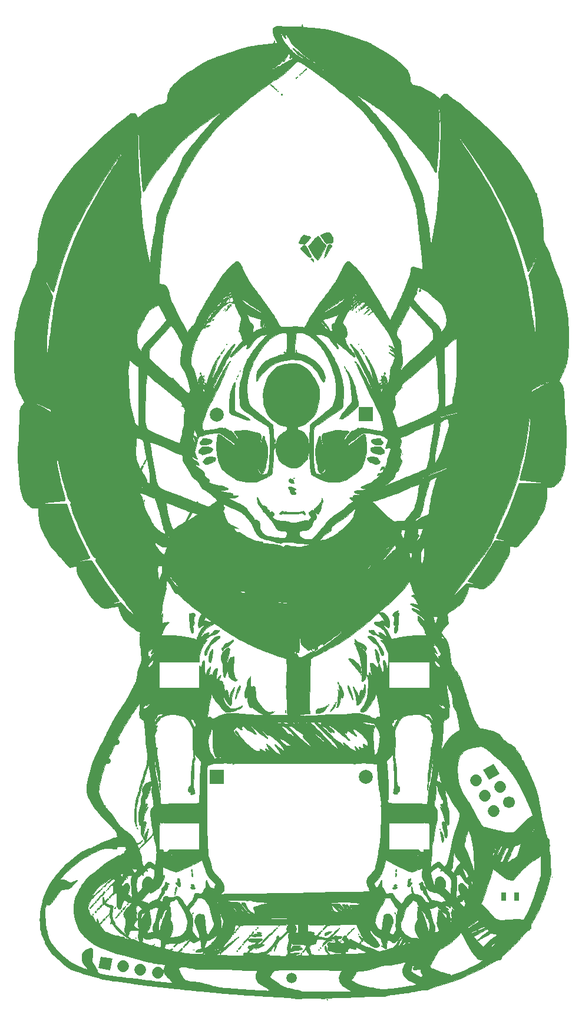
<source format=gbr>
G04 #@! TF.GenerationSoftware,KiCad,Pcbnew,5.1.5*
G04 #@! TF.CreationDate,2019-12-22T23:03:36+01:00*
G04 #@! TF.ProjectId,hh2020v1,68683230-3230-4763-912e-6b696361645f,rev?*
G04 #@! TF.SameCoordinates,Original*
G04 #@! TF.FileFunction,Soldermask,Top*
G04 #@! TF.FilePolarity,Negative*
%FSLAX46Y46*%
G04 Gerber Fmt 4.6, Leading zero omitted, Abs format (unit mm)*
G04 Created by KiCad (PCBNEW 5.1.5) date 2019-12-22 23:03:36*
%MOMM*%
%LPD*%
G04 APERTURE LIST*
%ADD10C,0.010000*%
%ADD11C,1.700000*%
%ADD12C,0.100000*%
%ADD13C,1.700000*%
%ADD14C,0.900000*%
%ADD15C,2.000000*%
%ADD16R,2.000000X2.000000*%
%ADD17R,1.100000X1.800000*%
%ADD18R,0.700000X1.300000*%
%ADD19C,1.500000*%
G04 APERTURE END LIST*
D10*
G36*
X58914688Y-64834297D02*
G01*
X58933608Y-64892994D01*
X58881541Y-64932495D01*
X58851153Y-64935300D01*
X58763824Y-64903028D01*
X58745320Y-64855375D01*
X58783407Y-64794339D01*
X58830010Y-64791875D01*
X58914688Y-64834297D01*
G37*
X58914688Y-64834297D02*
X58933608Y-64892994D01*
X58881541Y-64932495D01*
X58851153Y-64935300D01*
X58763824Y-64903028D01*
X58745320Y-64855375D01*
X58783407Y-64794339D01*
X58830010Y-64791875D01*
X58914688Y-64834297D01*
G36*
X57115138Y-66977879D02*
G01*
X57108912Y-67025122D01*
X57080933Y-67063362D01*
X57047733Y-67024918D01*
X57029093Y-66950131D01*
X57038433Y-66930053D01*
X57088652Y-66921711D01*
X57115138Y-66977879D01*
G37*
X57115138Y-66977879D02*
X57108912Y-67025122D01*
X57080933Y-67063362D01*
X57047733Y-67024918D01*
X57029093Y-66950131D01*
X57038433Y-66930053D01*
X57088652Y-66921711D01*
X57115138Y-66977879D01*
G36*
X87594040Y-62721989D02*
G01*
X87645807Y-62804861D01*
X87637833Y-62920029D01*
X87576415Y-63022577D01*
X87548920Y-63043910D01*
X87476317Y-63078618D01*
X87450599Y-63041446D01*
X87448097Y-62967230D01*
X87468286Y-62820644D01*
X87518479Y-62730280D01*
X87585909Y-62717593D01*
X87594040Y-62721989D01*
G37*
X87594040Y-62721989D02*
X87645807Y-62804861D01*
X87637833Y-62920029D01*
X87576415Y-63022577D01*
X87548920Y-63043910D01*
X87476317Y-63078618D01*
X87450599Y-63041446D01*
X87448097Y-62967230D01*
X87468286Y-62820644D01*
X87518479Y-62730280D01*
X87585909Y-62717593D01*
X87594040Y-62721989D01*
G36*
X64841320Y-68110300D02*
G01*
X64890182Y-68175245D01*
X64892120Y-68189498D01*
X64853372Y-68235931D01*
X64841320Y-68237300D01*
X64796737Y-68195950D01*
X64790520Y-68158101D01*
X64815147Y-68105521D01*
X64841320Y-68110300D01*
G37*
X64841320Y-68110300D02*
X64890182Y-68175245D01*
X64892120Y-68189498D01*
X64853372Y-68235931D01*
X64841320Y-68237300D01*
X64796737Y-68195950D01*
X64790520Y-68158101D01*
X64815147Y-68105521D01*
X64841320Y-68110300D01*
G36*
X71287776Y-31080249D02*
G01*
X71284937Y-31143444D01*
X71227799Y-31207603D01*
X71169595Y-31233116D01*
X71064223Y-31283313D01*
X71018790Y-31335684D01*
X70966466Y-31387813D01*
X70890714Y-31408867D01*
X70839275Y-31388922D01*
X70835720Y-31373731D01*
X70873081Y-31313922D01*
X70963780Y-31225581D01*
X71075734Y-31135187D01*
X71176863Y-31069219D01*
X71225869Y-31051700D01*
X71287776Y-31080249D01*
G37*
X71287776Y-31080249D02*
X71284937Y-31143444D01*
X71227799Y-31207603D01*
X71169595Y-31233116D01*
X71064223Y-31283313D01*
X71018790Y-31335684D01*
X70966466Y-31387813D01*
X70890714Y-31408867D01*
X70839275Y-31388922D01*
X70835720Y-31373731D01*
X70873081Y-31313922D01*
X70963780Y-31225581D01*
X71075734Y-31135187D01*
X71176863Y-31069219D01*
X71225869Y-31051700D01*
X71287776Y-31080249D01*
G36*
X70796198Y-31440450D02*
G01*
X70807638Y-31453761D01*
X70802569Y-31520178D01*
X70789258Y-31531618D01*
X70722841Y-31526549D01*
X70711401Y-31513238D01*
X70716470Y-31446821D01*
X70729781Y-31435381D01*
X70796198Y-31440450D01*
G37*
X70796198Y-31440450D02*
X70807638Y-31453761D01*
X70802569Y-31520178D01*
X70789258Y-31531618D01*
X70722841Y-31526549D01*
X70711401Y-31513238D01*
X70716470Y-31446821D01*
X70729781Y-31435381D01*
X70796198Y-31440450D01*
G36*
X70681843Y-31649157D02*
G01*
X70683320Y-31661300D01*
X70644662Y-31710623D01*
X70632520Y-31712100D01*
X70583196Y-31673442D01*
X70581720Y-31661300D01*
X70620377Y-31611976D01*
X70632520Y-31610500D01*
X70681843Y-31649157D01*
G37*
X70681843Y-31649157D02*
X70683320Y-31661300D01*
X70644662Y-31710623D01*
X70632520Y-31712100D01*
X70583196Y-31673442D01*
X70581720Y-31661300D01*
X70620377Y-31611976D01*
X70632520Y-31610500D01*
X70681843Y-31649157D01*
G36*
X70529443Y-31750757D02*
G01*
X70530920Y-31762900D01*
X70492262Y-31812223D01*
X70480120Y-31813700D01*
X70430796Y-31775042D01*
X70429320Y-31762900D01*
X70467977Y-31713576D01*
X70480120Y-31712100D01*
X70529443Y-31750757D01*
G37*
X70529443Y-31750757D02*
X70530920Y-31762900D01*
X70492262Y-31812223D01*
X70480120Y-31813700D01*
X70430796Y-31775042D01*
X70429320Y-31762900D01*
X70467977Y-31713576D01*
X70480120Y-31712100D01*
X70529443Y-31750757D01*
G36*
X70369923Y-31942730D02*
G01*
X70378520Y-31966100D01*
X70337374Y-32011168D01*
X70302320Y-32016900D01*
X70234716Y-31989469D01*
X70226120Y-31966100D01*
X70267265Y-31921031D01*
X70302320Y-31915300D01*
X70369923Y-31942730D01*
G37*
X70369923Y-31942730D02*
X70378520Y-31966100D01*
X70337374Y-32011168D01*
X70302320Y-32016900D01*
X70234716Y-31989469D01*
X70226120Y-31966100D01*
X70267265Y-31921031D01*
X70302320Y-31915300D01*
X70369923Y-31942730D01*
G36*
X69955186Y-32237033D02*
G01*
X69961266Y-32297321D01*
X69955186Y-32304766D01*
X69924986Y-32297793D01*
X69921320Y-32270900D01*
X69939906Y-32229085D01*
X69955186Y-32237033D01*
G37*
X69955186Y-32237033D02*
X69961266Y-32297321D01*
X69955186Y-32304766D01*
X69924986Y-32297793D01*
X69921320Y-32270900D01*
X69939906Y-32229085D01*
X69955186Y-32237033D01*
G36*
X69810194Y-32364247D02*
G01*
X69819720Y-32423300D01*
X69798446Y-32505848D01*
X69768920Y-32524900D01*
X69727645Y-32482352D01*
X69718120Y-32423300D01*
X69739393Y-32340751D01*
X69768920Y-32321700D01*
X69810194Y-32364247D01*
G37*
X69810194Y-32364247D02*
X69819720Y-32423300D01*
X69798446Y-32505848D01*
X69768920Y-32524900D01*
X69727645Y-32482352D01*
X69718120Y-32423300D01*
X69739393Y-32340751D01*
X69768920Y-32321700D01*
X69810194Y-32364247D01*
G36*
X66098716Y-33348065D02*
G01*
X66213299Y-33404703D01*
X66354562Y-33502488D01*
X66498891Y-33627139D01*
X66500713Y-33628902D01*
X66621786Y-33762585D01*
X66668541Y-33853901D01*
X66637491Y-33894983D01*
X66619320Y-33896500D01*
X66572162Y-33856360D01*
X66568520Y-33832700D01*
X66526628Y-33769743D01*
X66425383Y-33705572D01*
X66420909Y-33703562D01*
X66305210Y-33636694D01*
X66186029Y-33544714D01*
X66087536Y-33449930D01*
X66033902Y-33374649D01*
X66034426Y-33346859D01*
X66098716Y-33348065D01*
G37*
X66098716Y-33348065D02*
X66213299Y-33404703D01*
X66354562Y-33502488D01*
X66498891Y-33627139D01*
X66500713Y-33628902D01*
X66621786Y-33762585D01*
X66668541Y-33853901D01*
X66637491Y-33894983D01*
X66619320Y-33896500D01*
X66572162Y-33856360D01*
X66568520Y-33832700D01*
X66526628Y-33769743D01*
X66425383Y-33705572D01*
X66420909Y-33703562D01*
X66305210Y-33636694D01*
X66186029Y-33544714D01*
X66087536Y-33449930D01*
X66033902Y-33374649D01*
X66034426Y-33346859D01*
X66098716Y-33348065D01*
G36*
X66771720Y-33921900D02*
G01*
X66820182Y-33967549D01*
X66822520Y-33975698D01*
X66783216Y-33997517D01*
X66771720Y-33998100D01*
X66722872Y-33959047D01*
X66720920Y-33944301D01*
X66752041Y-33913962D01*
X66771720Y-33921900D01*
G37*
X66771720Y-33921900D02*
X66820182Y-33967549D01*
X66822520Y-33975698D01*
X66783216Y-33997517D01*
X66771720Y-33998100D01*
X66722872Y-33959047D01*
X66720920Y-33944301D01*
X66752041Y-33913962D01*
X66771720Y-33921900D01*
G36*
X66973443Y-34087557D02*
G01*
X66974920Y-34099700D01*
X66936262Y-34149023D01*
X66924120Y-34150500D01*
X66874796Y-34111842D01*
X66873320Y-34099700D01*
X66911977Y-34050376D01*
X66924120Y-34048900D01*
X66973443Y-34087557D01*
G37*
X66973443Y-34087557D02*
X66974920Y-34099700D01*
X66936262Y-34149023D01*
X66924120Y-34150500D01*
X66874796Y-34111842D01*
X66873320Y-34099700D01*
X66911977Y-34050376D01*
X66924120Y-34048900D01*
X66973443Y-34087557D01*
G36*
X67173317Y-34259508D02*
G01*
X67198173Y-34309416D01*
X67182842Y-34346423D01*
X67135201Y-34386578D01*
X67103183Y-34355743D01*
X67089873Y-34278661D01*
X67149001Y-34253620D01*
X67173317Y-34259508D01*
G37*
X67173317Y-34259508D02*
X67198173Y-34309416D01*
X67182842Y-34346423D01*
X67135201Y-34386578D01*
X67103183Y-34355743D01*
X67089873Y-34278661D01*
X67149001Y-34253620D01*
X67173317Y-34259508D01*
G36*
X67754033Y-34715786D02*
G01*
X67778161Y-34773383D01*
X67759443Y-34845691D01*
X67689844Y-34861700D01*
X67602994Y-34828230D01*
X67584520Y-34756375D01*
X67616449Y-34681106D01*
X67686047Y-34668727D01*
X67754033Y-34715786D01*
G37*
X67754033Y-34715786D02*
X67778161Y-34773383D01*
X67759443Y-34845691D01*
X67689844Y-34861700D01*
X67602994Y-34828230D01*
X67584520Y-34756375D01*
X67616449Y-34681106D01*
X67686047Y-34668727D01*
X67754033Y-34715786D01*
G36*
X74546768Y-54557883D02*
G01*
X74566200Y-54569345D01*
X74627892Y-54639429D01*
X74723837Y-54768797D01*
X74834274Y-54930682D01*
X74844539Y-54946376D01*
X74971008Y-55161325D01*
X75044327Y-55348896D01*
X75081994Y-55554728D01*
X75083653Y-55570096D01*
X75097978Y-55802043D01*
X75073178Y-55953683D01*
X74994822Y-56043263D01*
X74848477Y-56089033D01*
X74658873Y-56107175D01*
X74470067Y-56122932D01*
X74313580Y-56145021D01*
X74228175Y-56166999D01*
X74143857Y-56169762D01*
X74040902Y-56095593D01*
X73998383Y-56051416D01*
X73895084Y-55922088D01*
X73773249Y-55746632D01*
X73682806Y-55602078D01*
X73571823Y-55425386D01*
X73459478Y-55264540D01*
X73385299Y-55172032D01*
X73310127Y-55062964D01*
X73286663Y-54972122D01*
X73289282Y-54961461D01*
X73346470Y-54917916D01*
X73481389Y-54854091D01*
X73674300Y-54778382D01*
X73905465Y-54699189D01*
X73906329Y-54698912D01*
X74170995Y-54617170D01*
X74355829Y-54568406D01*
X74476023Y-54549638D01*
X74546768Y-54557883D01*
G37*
X74546768Y-54557883D02*
X74566200Y-54569345D01*
X74627892Y-54639429D01*
X74723837Y-54768797D01*
X74834274Y-54930682D01*
X74844539Y-54946376D01*
X74971008Y-55161325D01*
X75044327Y-55348896D01*
X75081994Y-55554728D01*
X75083653Y-55570096D01*
X75097978Y-55802043D01*
X75073178Y-55953683D01*
X74994822Y-56043263D01*
X74848477Y-56089033D01*
X74658873Y-56107175D01*
X74470067Y-56122932D01*
X74313580Y-56145021D01*
X74228175Y-56166999D01*
X74143857Y-56169762D01*
X74040902Y-56095593D01*
X73998383Y-56051416D01*
X73895084Y-55922088D01*
X73773249Y-55746632D01*
X73682806Y-55602078D01*
X73571823Y-55425386D01*
X73459478Y-55264540D01*
X73385299Y-55172032D01*
X73310127Y-55062964D01*
X73286663Y-54972122D01*
X73289282Y-54961461D01*
X73346470Y-54917916D01*
X73481389Y-54854091D01*
X73674300Y-54778382D01*
X73905465Y-54699189D01*
X73906329Y-54698912D01*
X74170995Y-54617170D01*
X74355829Y-54568406D01*
X74476023Y-54549638D01*
X74546768Y-54557883D01*
G36*
X70901566Y-54941290D02*
G01*
X71058194Y-54973885D01*
X71183501Y-55005444D01*
X71381825Y-55059078D01*
X71573574Y-55110856D01*
X71661220Y-55134483D01*
X71783212Y-55183875D01*
X71848309Y-55242565D01*
X71851720Y-55256925D01*
X71820394Y-55326788D01*
X71736624Y-55452886D01*
X71615721Y-55615744D01*
X71472996Y-55795889D01*
X71323759Y-55973846D01*
X71183323Y-56130142D01*
X71094597Y-56219904D01*
X71000228Y-56298099D01*
X70944103Y-56322721D01*
X70937320Y-56312840D01*
X70918781Y-56277184D01*
X70852568Y-56246925D01*
X70722782Y-56217788D01*
X70513526Y-56185497D01*
X70413660Y-56172011D01*
X70265590Y-56140034D01*
X70164888Y-56095127D01*
X70143026Y-56071055D01*
X70153626Y-55992237D01*
X70209007Y-55852727D01*
X70296898Y-55673771D01*
X70405029Y-55476616D01*
X70521126Y-55282506D01*
X70632919Y-55112689D01*
X70728135Y-54988411D01*
X70794503Y-54930918D01*
X70802501Y-54929300D01*
X70901566Y-54941290D01*
G37*
X70901566Y-54941290D02*
X71058194Y-54973885D01*
X71183501Y-55005444D01*
X71381825Y-55059078D01*
X71573574Y-55110856D01*
X71661220Y-55134483D01*
X71783212Y-55183875D01*
X71848309Y-55242565D01*
X71851720Y-55256925D01*
X71820394Y-55326788D01*
X71736624Y-55452886D01*
X71615721Y-55615744D01*
X71472996Y-55795889D01*
X71323759Y-55973846D01*
X71183323Y-56130142D01*
X71094597Y-56219904D01*
X71000228Y-56298099D01*
X70944103Y-56322721D01*
X70937320Y-56312840D01*
X70918781Y-56277184D01*
X70852568Y-56246925D01*
X70722782Y-56217788D01*
X70513526Y-56185497D01*
X70413660Y-56172011D01*
X70265590Y-56140034D01*
X70164888Y-56095127D01*
X70143026Y-56071055D01*
X70153626Y-55992237D01*
X70209007Y-55852727D01*
X70296898Y-55673771D01*
X70405029Y-55476616D01*
X70521126Y-55282506D01*
X70632919Y-55112689D01*
X70728135Y-54988411D01*
X70794503Y-54930918D01*
X70802501Y-54929300D01*
X70901566Y-54941290D01*
G36*
X74826783Y-56339676D02*
G01*
X74882676Y-56408474D01*
X74865386Y-56527279D01*
X74776525Y-56707238D01*
X74758071Y-56738608D01*
X74668640Y-56889055D01*
X74546614Y-57095117D01*
X74410906Y-57324830D01*
X74326666Y-57467700D01*
X74203095Y-57675066D01*
X74091352Y-57858286D01*
X74005651Y-57994288D01*
X73966667Y-58051900D01*
X73908030Y-58120345D01*
X73875509Y-58107732D01*
X73855933Y-58063089D01*
X73856179Y-57972502D01*
X73890234Y-57809038D01*
X73953289Y-57593796D01*
X73983342Y-57504289D01*
X74066880Y-57258606D01*
X74149074Y-57008760D01*
X74216123Y-56796955D01*
X74234201Y-56737113D01*
X74319491Y-56511925D01*
X74422790Y-56375164D01*
X74558256Y-56313730D01*
X74696097Y-56309739D01*
X74826783Y-56339676D01*
G37*
X74826783Y-56339676D02*
X74882676Y-56408474D01*
X74865386Y-56527279D01*
X74776525Y-56707238D01*
X74758071Y-56738608D01*
X74668640Y-56889055D01*
X74546614Y-57095117D01*
X74410906Y-57324830D01*
X74326666Y-57467700D01*
X74203095Y-57675066D01*
X74091352Y-57858286D01*
X74005651Y-57994288D01*
X73966667Y-58051900D01*
X73908030Y-58120345D01*
X73875509Y-58107732D01*
X73855933Y-58063089D01*
X73856179Y-57972502D01*
X73890234Y-57809038D01*
X73953289Y-57593796D01*
X73983342Y-57504289D01*
X74066880Y-57258606D01*
X74149074Y-57008760D01*
X74216123Y-56796955D01*
X74234201Y-56737113D01*
X74319491Y-56511925D01*
X74422790Y-56375164D01*
X74558256Y-56313730D01*
X74696097Y-56309739D01*
X74826783Y-56339676D01*
G36*
X70955941Y-56476839D02*
G01*
X70975865Y-56481463D01*
X71151880Y-56573102D01*
X71313338Y-56745101D01*
X71443292Y-56976251D01*
X71499930Y-57137500D01*
X71551676Y-57286056D01*
X71609260Y-57399789D01*
X71622054Y-57416900D01*
X71691331Y-57518378D01*
X71774789Y-57669004D01*
X71856645Y-57836185D01*
X71921117Y-57987328D01*
X71952423Y-58089842D01*
X71953320Y-58101011D01*
X71914840Y-58165285D01*
X71806338Y-58167696D01*
X71638214Y-58108464D01*
X71607305Y-58093689D01*
X71510052Y-58026637D01*
X71369891Y-57905563D01*
X71201142Y-57745585D01*
X71018124Y-57561822D01*
X70835156Y-57369393D01*
X70666558Y-57183415D01*
X70526651Y-57019008D01*
X70429752Y-56891289D01*
X70390183Y-56815378D01*
X70390194Y-56808676D01*
X70446267Y-56740968D01*
X70518738Y-56714866D01*
X70607838Y-56676913D01*
X70632520Y-56632187D01*
X70675100Y-56525212D01*
X70789551Y-56470512D01*
X70955941Y-56476839D01*
G37*
X70955941Y-56476839D02*
X70975865Y-56481463D01*
X71151880Y-56573102D01*
X71313338Y-56745101D01*
X71443292Y-56976251D01*
X71499930Y-57137500D01*
X71551676Y-57286056D01*
X71609260Y-57399789D01*
X71622054Y-57416900D01*
X71691331Y-57518378D01*
X71774789Y-57669004D01*
X71856645Y-57836185D01*
X71921117Y-57987328D01*
X71952423Y-58089842D01*
X71953320Y-58101011D01*
X71914840Y-58165285D01*
X71806338Y-58167696D01*
X71638214Y-58108464D01*
X71607305Y-58093689D01*
X71510052Y-58026637D01*
X71369891Y-57905563D01*
X71201142Y-57745585D01*
X71018124Y-57561822D01*
X70835156Y-57369393D01*
X70666558Y-57183415D01*
X70526651Y-57019008D01*
X70429752Y-56891289D01*
X70390183Y-56815378D01*
X70390194Y-56808676D01*
X70446267Y-56740968D01*
X70518738Y-56714866D01*
X70607838Y-56676913D01*
X70632520Y-56632187D01*
X70675100Y-56525212D01*
X70789551Y-56470512D01*
X70955941Y-56476839D01*
G36*
X73815986Y-58145033D02*
G01*
X73822066Y-58205321D01*
X73815986Y-58212766D01*
X73785786Y-58205793D01*
X73782120Y-58178900D01*
X73800706Y-58137085D01*
X73815986Y-58145033D01*
G37*
X73815986Y-58145033D02*
X73822066Y-58205321D01*
X73815986Y-58212766D01*
X73785786Y-58205793D01*
X73782120Y-58178900D01*
X73800706Y-58137085D01*
X73815986Y-58145033D01*
G36*
X73044536Y-55187764D02*
G01*
X73159816Y-55331850D01*
X73260489Y-55486629D01*
X73402686Y-55678644D01*
X73564753Y-55881328D01*
X73725037Y-56068114D01*
X73861883Y-56212435D01*
X73920312Y-56264887D01*
X73984432Y-56322938D01*
X74023841Y-56384896D01*
X74034884Y-56462971D01*
X74013907Y-56569375D01*
X73957256Y-56716318D01*
X73861278Y-56916012D01*
X73722318Y-57180666D01*
X73552782Y-57493100D01*
X73348631Y-57860181D01*
X73175803Y-58157067D01*
X73037624Y-58378420D01*
X72937419Y-58518902D01*
X72880000Y-58572739D01*
X72817838Y-58547432D01*
X72763085Y-58474086D01*
X72692722Y-58377384D01*
X72573218Y-58248150D01*
X72464921Y-58145674D01*
X72264335Y-57924033D01*
X72068824Y-57625907D01*
X72011788Y-57521343D01*
X71894015Y-57301550D01*
X71772399Y-57084154D01*
X71668753Y-56907916D01*
X71646113Y-56871523D01*
X71562834Y-56731821D01*
X71508371Y-56624375D01*
X71496120Y-56585521D01*
X71529056Y-56528961D01*
X71617228Y-56419203D01*
X71744678Y-56275532D01*
X71813620Y-56201767D01*
X71997274Y-56000427D01*
X72190093Y-55776334D01*
X72354324Y-55573539D01*
X72373730Y-55548244D01*
X72576208Y-55313120D01*
X72753811Y-55175131D01*
X72909075Y-55133578D01*
X73044536Y-55187764D01*
G37*
X73044536Y-55187764D02*
X73159816Y-55331850D01*
X73260489Y-55486629D01*
X73402686Y-55678644D01*
X73564753Y-55881328D01*
X73725037Y-56068114D01*
X73861883Y-56212435D01*
X73920312Y-56264887D01*
X73984432Y-56322938D01*
X74023841Y-56384896D01*
X74034884Y-56462971D01*
X74013907Y-56569375D01*
X73957256Y-56716318D01*
X73861278Y-56916012D01*
X73722318Y-57180666D01*
X73552782Y-57493100D01*
X73348631Y-57860181D01*
X73175803Y-58157067D01*
X73037624Y-58378420D01*
X72937419Y-58518902D01*
X72880000Y-58572739D01*
X72817838Y-58547432D01*
X72763085Y-58474086D01*
X72692722Y-58377384D01*
X72573218Y-58248150D01*
X72464921Y-58145674D01*
X72264335Y-57924033D01*
X72068824Y-57625907D01*
X72011788Y-57521343D01*
X71894015Y-57301550D01*
X71772399Y-57084154D01*
X71668753Y-56907916D01*
X71646113Y-56871523D01*
X71562834Y-56731821D01*
X71508371Y-56624375D01*
X71496120Y-56585521D01*
X71529056Y-56528961D01*
X71617228Y-56419203D01*
X71744678Y-56275532D01*
X71813620Y-56201767D01*
X71997274Y-56000427D01*
X72190093Y-55776334D01*
X72354324Y-55573539D01*
X72373730Y-55548244D01*
X72576208Y-55313120D01*
X72753811Y-55175131D01*
X72909075Y-55133578D01*
X73044536Y-55187764D01*
G36*
X72106658Y-58320003D02*
G01*
X72212165Y-58429656D01*
X72283083Y-58598991D01*
X72289266Y-58626733D01*
X72297346Y-58749190D01*
X72254949Y-58783627D01*
X72161999Y-58730036D01*
X72027189Y-58598000D01*
X71910849Y-58454570D01*
X71875851Y-58360870D01*
X71920916Y-58307494D01*
X71985501Y-58290963D01*
X72106658Y-58320003D01*
G37*
X72106658Y-58320003D02*
X72212165Y-58429656D01*
X72283083Y-58598991D01*
X72289266Y-58626733D01*
X72297346Y-58749190D01*
X72254949Y-58783627D01*
X72161999Y-58730036D01*
X72027189Y-58598000D01*
X71910849Y-58454570D01*
X71875851Y-58360870D01*
X71920916Y-58307494D01*
X71985501Y-58290963D01*
X72106658Y-58320003D01*
G36*
X78850367Y-64551014D02*
G01*
X78844488Y-64601493D01*
X78809848Y-64631712D01*
X78762237Y-64684089D01*
X78787789Y-64762649D01*
X78798620Y-64780660D01*
X78854393Y-64910335D01*
X78848818Y-65003585D01*
X78788221Y-65036900D01*
X78726932Y-64990405D01*
X78682709Y-64868123D01*
X78681288Y-64860805D01*
X78674053Y-64708151D01*
X78728230Y-64604812D01*
X78732205Y-64600757D01*
X78809324Y-64548547D01*
X78850367Y-64551014D01*
G37*
X78850367Y-64551014D02*
X78844488Y-64601493D01*
X78809848Y-64631712D01*
X78762237Y-64684089D01*
X78787789Y-64762649D01*
X78798620Y-64780660D01*
X78854393Y-64910335D01*
X78848818Y-65003585D01*
X78788221Y-65036900D01*
X78726932Y-64990405D01*
X78682709Y-64868123D01*
X78681288Y-64860805D01*
X78674053Y-64708151D01*
X78728230Y-64604812D01*
X78732205Y-64600757D01*
X78809324Y-64548547D01*
X78850367Y-64551014D01*
G36*
X78561756Y-64919416D02*
G01*
X78576357Y-64995068D01*
X78543716Y-65103017D01*
X78483649Y-65199232D01*
X78417620Y-65239703D01*
X78366071Y-65282473D01*
X78354120Y-65341700D01*
X78317969Y-65423424D01*
X78240974Y-65441274D01*
X78176320Y-65392500D01*
X78180008Y-65345673D01*
X78198123Y-65341700D01*
X78234927Y-65299302D01*
X78239221Y-65227564D01*
X78258020Y-65131890D01*
X78338611Y-65097399D01*
X78419548Y-65059841D01*
X78424047Y-65013473D01*
X78432663Y-64935583D01*
X78495464Y-64896240D01*
X78561756Y-64919416D01*
G37*
X78561756Y-64919416D02*
X78576357Y-64995068D01*
X78543716Y-65103017D01*
X78483649Y-65199232D01*
X78417620Y-65239703D01*
X78366071Y-65282473D01*
X78354120Y-65341700D01*
X78317969Y-65423424D01*
X78240974Y-65441274D01*
X78176320Y-65392500D01*
X78180008Y-65345673D01*
X78198123Y-65341700D01*
X78234927Y-65299302D01*
X78239221Y-65227564D01*
X78258020Y-65131890D01*
X78338611Y-65097399D01*
X78419548Y-65059841D01*
X78424047Y-65013473D01*
X78432663Y-64935583D01*
X78495464Y-64896240D01*
X78561756Y-64919416D01*
G36*
X78039794Y-65384247D02*
G01*
X78049320Y-65443300D01*
X78028046Y-65525848D01*
X77998520Y-65544900D01*
X77957245Y-65502352D01*
X77947720Y-65443300D01*
X77968993Y-65360751D01*
X77998520Y-65341700D01*
X78039794Y-65384247D01*
G37*
X78039794Y-65384247D02*
X78049320Y-65443300D01*
X78028046Y-65525848D01*
X77998520Y-65544900D01*
X77957245Y-65502352D01*
X77947720Y-65443300D01*
X77968993Y-65360751D01*
X77998520Y-65341700D01*
X78039794Y-65384247D01*
G36*
X79158350Y-65282541D02*
G01*
X79166920Y-65338701D01*
X79190246Y-65435950D01*
X79217720Y-65468700D01*
X79267680Y-65533135D01*
X79230152Y-65584404D01*
X79167887Y-65595700D01*
X79073155Y-65550289D01*
X79036105Y-65471587D01*
X79027745Y-65335504D01*
X79074124Y-65253209D01*
X79119118Y-65240100D01*
X79158350Y-65282541D01*
G37*
X79158350Y-65282541D02*
X79166920Y-65338701D01*
X79190246Y-65435950D01*
X79217720Y-65468700D01*
X79267680Y-65533135D01*
X79230152Y-65584404D01*
X79167887Y-65595700D01*
X79073155Y-65550289D01*
X79036105Y-65471587D01*
X79027745Y-65335504D01*
X79074124Y-65253209D01*
X79119118Y-65240100D01*
X79158350Y-65282541D01*
G36*
X78892484Y-65565626D02*
G01*
X78912920Y-65595700D01*
X78871991Y-65641263D01*
X78839718Y-65646500D01*
X78753228Y-65615539D01*
X78735120Y-65595700D01*
X78750674Y-65555715D01*
X78808321Y-65544900D01*
X78892484Y-65565626D01*
G37*
X78892484Y-65565626D02*
X78912920Y-65595700D01*
X78871991Y-65641263D01*
X78839718Y-65646500D01*
X78753228Y-65615539D01*
X78735120Y-65595700D01*
X78750674Y-65555715D01*
X78808321Y-65544900D01*
X78892484Y-65565626D01*
G36*
X77916912Y-65632626D02*
G01*
X77915202Y-65688627D01*
X77863966Y-65758533D01*
X77797097Y-65798253D01*
X77789099Y-65798900D01*
X77748726Y-65758055D01*
X77744520Y-65728135D01*
X77781210Y-65655804D01*
X77857648Y-65617250D01*
X77916912Y-65632626D01*
G37*
X77916912Y-65632626D02*
X77915202Y-65688627D01*
X77863966Y-65758533D01*
X77797097Y-65798253D01*
X77789099Y-65798900D01*
X77748726Y-65758055D01*
X77744520Y-65728135D01*
X77781210Y-65655804D01*
X77857648Y-65617250D01*
X77916912Y-65632626D01*
G36*
X78860643Y-65786757D02*
G01*
X78862120Y-65798900D01*
X78823462Y-65848223D01*
X78811320Y-65849700D01*
X78761996Y-65811042D01*
X78760520Y-65798900D01*
X78799177Y-65749576D01*
X78811320Y-65748100D01*
X78860643Y-65786757D01*
G37*
X78860643Y-65786757D02*
X78862120Y-65798900D01*
X78823462Y-65848223D01*
X78811320Y-65849700D01*
X78761996Y-65811042D01*
X78760520Y-65798900D01*
X78799177Y-65749576D01*
X78811320Y-65748100D01*
X78860643Y-65786757D01*
G36*
X78449988Y-65941645D02*
G01*
X78455720Y-65976700D01*
X78428289Y-66044303D01*
X78404920Y-66052900D01*
X78359851Y-66011754D01*
X78354120Y-65976700D01*
X78381550Y-65909096D01*
X78404920Y-65900500D01*
X78449988Y-65941645D01*
G37*
X78449988Y-65941645D02*
X78455720Y-65976700D01*
X78428289Y-66044303D01*
X78404920Y-66052900D01*
X78359851Y-66011754D01*
X78354120Y-65976700D01*
X78381550Y-65909096D01*
X78404920Y-65900500D01*
X78449988Y-65941645D01*
G36*
X80580850Y-66042829D02*
G01*
X80589320Y-66078300D01*
X80551437Y-66142199D01*
X80471335Y-66151060D01*
X80421367Y-66122014D01*
X80409553Y-66059856D01*
X80467678Y-66010541D01*
X80516118Y-66002100D01*
X80580850Y-66042829D01*
G37*
X80580850Y-66042829D02*
X80589320Y-66078300D01*
X80551437Y-66142199D01*
X80471335Y-66151060D01*
X80421367Y-66122014D01*
X80409553Y-66059856D01*
X80467678Y-66010541D01*
X80516118Y-66002100D01*
X80580850Y-66042829D01*
G36*
X80326758Y-65585613D02*
G01*
X80335320Y-65621100D01*
X80309706Y-65688729D01*
X80287943Y-65697300D01*
X80236902Y-65739362D01*
X80206845Y-65803544D01*
X80147914Y-65883271D01*
X80076422Y-65884500D01*
X79998133Y-65890143D01*
X79979720Y-65956055D01*
X79949135Y-66035825D01*
X79909362Y-66052900D01*
X79833316Y-66091799D01*
X79755791Y-66179900D01*
X79649212Y-66279490D01*
X79559448Y-66301007D01*
X79491042Y-66292453D01*
X79520233Y-66275971D01*
X79535220Y-66271882D01*
X79610739Y-66215705D01*
X79624120Y-66171774D01*
X79659977Y-66097918D01*
X79752527Y-65982625D01*
X79879232Y-65848065D01*
X80017557Y-65716405D01*
X80144966Y-65609813D01*
X80238923Y-65550458D01*
X80261391Y-65544900D01*
X80326758Y-65585613D01*
G37*
X80326758Y-65585613D02*
X80335320Y-65621100D01*
X80309706Y-65688729D01*
X80287943Y-65697300D01*
X80236902Y-65739362D01*
X80206845Y-65803544D01*
X80147914Y-65883271D01*
X80076422Y-65884500D01*
X79998133Y-65890143D01*
X79979720Y-65956055D01*
X79949135Y-66035825D01*
X79909362Y-66052900D01*
X79833316Y-66091799D01*
X79755791Y-66179900D01*
X79649212Y-66279490D01*
X79559448Y-66301007D01*
X79491042Y-66292453D01*
X79520233Y-66275971D01*
X79535220Y-66271882D01*
X79610739Y-66215705D01*
X79624120Y-66171774D01*
X79659977Y-66097918D01*
X79752527Y-65982625D01*
X79879232Y-65848065D01*
X80017557Y-65716405D01*
X80144966Y-65609813D01*
X80238923Y-65550458D01*
X80261391Y-65544900D01*
X80326758Y-65585613D01*
G36*
X80332070Y-66183164D02*
G01*
X80346356Y-66196896D01*
X80380606Y-66258828D01*
X80332422Y-66320793D01*
X80312910Y-66335719D01*
X80203636Y-66391117D01*
X80135110Y-66402607D01*
X80085844Y-66394017D01*
X80134367Y-66375886D01*
X80139606Y-66374486D01*
X80218416Y-66311906D01*
X80252242Y-66241555D01*
X80284310Y-66167365D01*
X80332070Y-66183164D01*
G37*
X80332070Y-66183164D02*
X80346356Y-66196896D01*
X80380606Y-66258828D01*
X80332422Y-66320793D01*
X80312910Y-66335719D01*
X80203636Y-66391117D01*
X80135110Y-66402607D01*
X80085844Y-66394017D01*
X80134367Y-66375886D01*
X80139606Y-66374486D01*
X80218416Y-66311906D01*
X80252242Y-66241555D01*
X80284310Y-66167365D01*
X80332070Y-66183164D01*
G36*
X78759043Y-70612757D02*
G01*
X78760520Y-70624900D01*
X78721862Y-70674223D01*
X78709720Y-70675700D01*
X78660396Y-70637042D01*
X78658920Y-70624900D01*
X78697577Y-70575576D01*
X78709720Y-70574100D01*
X78759043Y-70612757D01*
G37*
X78759043Y-70612757D02*
X78760520Y-70624900D01*
X78721862Y-70674223D01*
X78709720Y-70675700D01*
X78660396Y-70637042D01*
X78658920Y-70624900D01*
X78697577Y-70575576D01*
X78709720Y-70574100D01*
X78759043Y-70612757D01*
G36*
X79161683Y-71275428D02*
G01*
X79166920Y-71307701D01*
X79135959Y-71394191D01*
X79116120Y-71412300D01*
X79076135Y-71396745D01*
X79065320Y-71339098D01*
X79086046Y-71254935D01*
X79116120Y-71234500D01*
X79161683Y-71275428D01*
G37*
X79161683Y-71275428D02*
X79166920Y-71307701D01*
X79135959Y-71394191D01*
X79116120Y-71412300D01*
X79076135Y-71396745D01*
X79065320Y-71339098D01*
X79086046Y-71254935D01*
X79116120Y-71234500D01*
X79161683Y-71275428D01*
G36*
X83185614Y-71804681D02*
G01*
X83187740Y-71818700D01*
X83148191Y-71878264D01*
X83133130Y-71885163D01*
X83086808Y-71860641D01*
X83078520Y-71818700D01*
X83104295Y-71755475D01*
X83133130Y-71752236D01*
X83185614Y-71804681D01*
G37*
X83185614Y-71804681D02*
X83187740Y-71818700D01*
X83148191Y-71878264D01*
X83133130Y-71885163D01*
X83086808Y-71860641D01*
X83078520Y-71818700D01*
X83104295Y-71755475D01*
X83133130Y-71752236D01*
X83185614Y-71804681D01*
G36*
X79262788Y-71478845D02*
G01*
X79268520Y-71513900D01*
X79295950Y-71581503D01*
X79319320Y-71590100D01*
X79366446Y-71630256D01*
X79370120Y-71654080D01*
X79408993Y-71728596D01*
X79471720Y-71781510D01*
X79548719Y-71858891D01*
X79571380Y-71940399D01*
X79534322Y-71991888D01*
X79505586Y-71996500D01*
X79419189Y-71973934D01*
X79403986Y-71962633D01*
X79372315Y-71885783D01*
X79370120Y-71858909D01*
X79337803Y-71773241D01*
X79268520Y-71679996D01*
X79190979Y-71570528D01*
X79168568Y-71481293D01*
X79206781Y-71438495D01*
X79217720Y-71437700D01*
X79262788Y-71478845D01*
G37*
X79262788Y-71478845D02*
X79268520Y-71513900D01*
X79295950Y-71581503D01*
X79319320Y-71590100D01*
X79366446Y-71630256D01*
X79370120Y-71654080D01*
X79408993Y-71728596D01*
X79471720Y-71781510D01*
X79548719Y-71858891D01*
X79571380Y-71940399D01*
X79534322Y-71991888D01*
X79505586Y-71996500D01*
X79419189Y-71973934D01*
X79403986Y-71962633D01*
X79372315Y-71885783D01*
X79370120Y-71858909D01*
X79337803Y-71773241D01*
X79268520Y-71679996D01*
X79190979Y-71570528D01*
X79168568Y-71481293D01*
X79206781Y-71438495D01*
X79217720Y-71437700D01*
X79262788Y-71478845D01*
G36*
X78298831Y-73094272D02*
G01*
X78377601Y-73164745D01*
X78425793Y-73241055D01*
X78421964Y-73283322D01*
X78335163Y-73316024D01*
X78249538Y-73256157D01*
X78210963Y-73190300D01*
X78178518Y-73096805D01*
X78202831Y-73064615D01*
X78220335Y-73063300D01*
X78298831Y-73094272D01*
G37*
X78298831Y-73094272D02*
X78377601Y-73164745D01*
X78425793Y-73241055D01*
X78421964Y-73283322D01*
X78335163Y-73316024D01*
X78249538Y-73256157D01*
X78210963Y-73190300D01*
X78178518Y-73096805D01*
X78202831Y-73064615D01*
X78220335Y-73063300D01*
X78298831Y-73094272D01*
G36*
X76681530Y-73784236D02*
G01*
X76727936Y-73832439D01*
X76727991Y-73846290D01*
X76756890Y-73909038D01*
X76779979Y-73927307D01*
X76821572Y-74001941D01*
X76820838Y-74059987D01*
X76800027Y-74105267D01*
X76762910Y-74071289D01*
X76714240Y-73982595D01*
X76650281Y-73850469D01*
X76631586Y-73788349D01*
X76654972Y-73776934D01*
X76681530Y-73784236D01*
G37*
X76681530Y-73784236D02*
X76727936Y-73832439D01*
X76727991Y-73846290D01*
X76756890Y-73909038D01*
X76779979Y-73927307D01*
X76821572Y-74001941D01*
X76820838Y-74059987D01*
X76800027Y-74105267D01*
X76762910Y-74071289D01*
X76714240Y-73982595D01*
X76650281Y-73850469D01*
X76631586Y-73788349D01*
X76654972Y-73776934D01*
X76681530Y-73784236D01*
G36*
X82559564Y-74725087D02*
G01*
X82593146Y-74807248D01*
X82556390Y-74885909D01*
X82470057Y-74940359D01*
X82401186Y-74909033D01*
X82363907Y-74820498D01*
X82388072Y-74731368D01*
X82460290Y-74688956D01*
X82463484Y-74688900D01*
X82559564Y-74725087D01*
G37*
X82559564Y-74725087D02*
X82593146Y-74807248D01*
X82556390Y-74885909D01*
X82470057Y-74940359D01*
X82401186Y-74909033D01*
X82363907Y-74820498D01*
X82388072Y-74731368D01*
X82460290Y-74688956D01*
X82463484Y-74688900D01*
X82559564Y-74725087D01*
G36*
X82056263Y-75135188D02*
G01*
X82088868Y-75198126D01*
X82080260Y-75263165D01*
X82075953Y-75268133D01*
X82003367Y-75296853D01*
X81962039Y-75242172D01*
X81960920Y-75225298D01*
X81988443Y-75141065D01*
X82006396Y-75123989D01*
X82056263Y-75135188D01*
G37*
X82056263Y-75135188D02*
X82088868Y-75198126D01*
X82080260Y-75263165D01*
X82075953Y-75268133D01*
X82003367Y-75296853D01*
X81962039Y-75242172D01*
X81960920Y-75225298D01*
X81988443Y-75141065D01*
X82006396Y-75123989D01*
X82056263Y-75135188D01*
G36*
X81896361Y-75725008D02*
G01*
X81881211Y-75748097D01*
X81829686Y-75751689D01*
X81775481Y-75739283D01*
X81798995Y-75720997D01*
X81878389Y-75714941D01*
X81896361Y-75725008D01*
G37*
X81896361Y-75725008D02*
X81881211Y-75748097D01*
X81829686Y-75751689D01*
X81775481Y-75739283D01*
X81798995Y-75720997D01*
X81878389Y-75714941D01*
X81896361Y-75725008D01*
G36*
X81893738Y-76194971D02*
G01*
X81902167Y-76274433D01*
X81849160Y-76355140D01*
X81755981Y-76412619D01*
X81689556Y-76372163D01*
X81675424Y-76342332D01*
X81673566Y-76232510D01*
X81753835Y-76169461D01*
X81811518Y-76162100D01*
X81893738Y-76194971D01*
G37*
X81893738Y-76194971D02*
X81902167Y-76274433D01*
X81849160Y-76355140D01*
X81755981Y-76412619D01*
X81689556Y-76372163D01*
X81675424Y-76342332D01*
X81673566Y-76232510D01*
X81753835Y-76169461D01*
X81811518Y-76162100D01*
X81893738Y-76194971D01*
G36*
X77022050Y-74273715D02*
G01*
X77110658Y-74388326D01*
X77225631Y-74558378D01*
X77356341Y-74766719D01*
X77492161Y-74996196D01*
X77622462Y-75229655D01*
X77736616Y-75449942D01*
X77776019Y-75531902D01*
X78048134Y-76182664D01*
X78236394Y-76792961D01*
X78303096Y-77101900D01*
X78336412Y-77272409D01*
X78387041Y-77516643D01*
X78449596Y-77809294D01*
X78518688Y-78125054D01*
X78567075Y-78341917D01*
X78639087Y-78667553D01*
X78688917Y-78910249D01*
X78718649Y-79085721D01*
X78730371Y-79209688D01*
X78726170Y-79297868D01*
X78708132Y-79365977D01*
X78704302Y-79375579D01*
X78615535Y-79520860D01*
X78457329Y-79710593D01*
X78244203Y-79932012D01*
X77990674Y-80172350D01*
X77711261Y-80418841D01*
X77420481Y-80658720D01*
X77132853Y-80879219D01*
X76862894Y-81067574D01*
X76625123Y-81211017D01*
X76604589Y-81221922D01*
X76442982Y-81301508D01*
X76339424Y-81334576D01*
X76265006Y-81327152D01*
X76217268Y-81302658D01*
X76116295Y-81262796D01*
X76038739Y-81296203D01*
X75977981Y-81325774D01*
X75966520Y-81303353D01*
X75996652Y-81238343D01*
X76004620Y-81233633D01*
X76047110Y-81182106D01*
X76115255Y-81068013D01*
X76165283Y-80973130D01*
X76240612Y-80833958D01*
X76332191Y-80687864D01*
X76450022Y-80521439D01*
X76604105Y-80321276D01*
X76804442Y-80073966D01*
X77061035Y-79766101D01*
X77101431Y-79718100D01*
X77280650Y-79500352D01*
X77447479Y-79288691D01*
X77584577Y-79105706D01*
X77674606Y-78973984D01*
X77681786Y-78962080D01*
X77744356Y-78850433D01*
X77779536Y-78758239D01*
X77790655Y-78655339D01*
X77781041Y-78511575D01*
X77754672Y-78301680D01*
X77729678Y-78087904D01*
X77701499Y-77805386D01*
X77673158Y-77486792D01*
X77647678Y-77164790D01*
X77641329Y-77076500D01*
X77589132Y-76478774D01*
X77523091Y-75979981D01*
X77442881Y-75578355D01*
X77348178Y-75272133D01*
X77284609Y-75134089D01*
X77243520Y-75028194D01*
X77236302Y-74981689D01*
X77209678Y-74905715D01*
X77141627Y-74780181D01*
X77084120Y-74688900D01*
X76996116Y-74531870D01*
X76942750Y-74387573D01*
X76929931Y-74279771D01*
X76963568Y-74232230D01*
X76970435Y-74231700D01*
X77022050Y-74273715D01*
G37*
X77022050Y-74273715D02*
X77110658Y-74388326D01*
X77225631Y-74558378D01*
X77356341Y-74766719D01*
X77492161Y-74996196D01*
X77622462Y-75229655D01*
X77736616Y-75449942D01*
X77776019Y-75531902D01*
X78048134Y-76182664D01*
X78236394Y-76792961D01*
X78303096Y-77101900D01*
X78336412Y-77272409D01*
X78387041Y-77516643D01*
X78449596Y-77809294D01*
X78518688Y-78125054D01*
X78567075Y-78341917D01*
X78639087Y-78667553D01*
X78688917Y-78910249D01*
X78718649Y-79085721D01*
X78730371Y-79209688D01*
X78726170Y-79297868D01*
X78708132Y-79365977D01*
X78704302Y-79375579D01*
X78615535Y-79520860D01*
X78457329Y-79710593D01*
X78244203Y-79932012D01*
X77990674Y-80172350D01*
X77711261Y-80418841D01*
X77420481Y-80658720D01*
X77132853Y-80879219D01*
X76862894Y-81067574D01*
X76625123Y-81211017D01*
X76604589Y-81221922D01*
X76442982Y-81301508D01*
X76339424Y-81334576D01*
X76265006Y-81327152D01*
X76217268Y-81302658D01*
X76116295Y-81262796D01*
X76038739Y-81296203D01*
X75977981Y-81325774D01*
X75966520Y-81303353D01*
X75996652Y-81238343D01*
X76004620Y-81233633D01*
X76047110Y-81182106D01*
X76115255Y-81068013D01*
X76165283Y-80973130D01*
X76240612Y-80833958D01*
X76332191Y-80687864D01*
X76450022Y-80521439D01*
X76604105Y-80321276D01*
X76804442Y-80073966D01*
X77061035Y-79766101D01*
X77101431Y-79718100D01*
X77280650Y-79500352D01*
X77447479Y-79288691D01*
X77584577Y-79105706D01*
X77674606Y-78973984D01*
X77681786Y-78962080D01*
X77744356Y-78850433D01*
X77779536Y-78758239D01*
X77790655Y-78655339D01*
X77781041Y-78511575D01*
X77754672Y-78301680D01*
X77729678Y-78087904D01*
X77701499Y-77805386D01*
X77673158Y-77486792D01*
X77647678Y-77164790D01*
X77641329Y-77076500D01*
X77589132Y-76478774D01*
X77523091Y-75979981D01*
X77442881Y-75578355D01*
X77348178Y-75272133D01*
X77284609Y-75134089D01*
X77243520Y-75028194D01*
X77236302Y-74981689D01*
X77209678Y-74905715D01*
X77141627Y-74780181D01*
X77084120Y-74688900D01*
X76996116Y-74531870D01*
X76942750Y-74387573D01*
X76929931Y-74279771D01*
X76963568Y-74232230D01*
X76970435Y-74231700D01*
X77022050Y-74273715D01*
G36*
X60201363Y-64160600D02*
G01*
X60208073Y-64264605D01*
X60201363Y-64287600D01*
X60182822Y-64293981D01*
X60175741Y-64224100D01*
X60183724Y-64151982D01*
X60201363Y-64160600D01*
G37*
X60201363Y-64160600D02*
X60208073Y-64264605D01*
X60201363Y-64287600D01*
X60182822Y-64293981D01*
X60175741Y-64224100D01*
X60183724Y-64151982D01*
X60201363Y-64160600D01*
G36*
X60310640Y-64541659D02*
G01*
X60369384Y-64573033D01*
X60370920Y-64579700D01*
X60326262Y-64613277D01*
X60216453Y-64630061D01*
X60193120Y-64630500D01*
X60075599Y-64617740D01*
X60016855Y-64586366D01*
X60015320Y-64579700D01*
X60059977Y-64546122D01*
X60169786Y-64529338D01*
X60193120Y-64528900D01*
X60310640Y-64541659D01*
G37*
X60310640Y-64541659D02*
X60369384Y-64573033D01*
X60370920Y-64579700D01*
X60326262Y-64613277D01*
X60216453Y-64630061D01*
X60193120Y-64630500D01*
X60075599Y-64617740D01*
X60016855Y-64586366D01*
X60015320Y-64579700D01*
X60059977Y-64546122D01*
X60169786Y-64529338D01*
X60193120Y-64528900D01*
X60310640Y-64541659D01*
G36*
X60435705Y-64932857D02*
G01*
X60438464Y-64943045D01*
X60442923Y-65073412D01*
X60387832Y-65136259D01*
X60295839Y-65118533D01*
X60231220Y-65062511D01*
X60179995Y-64979998D01*
X60171099Y-64916521D01*
X60206745Y-64904031D01*
X60220745Y-64911275D01*
X60300132Y-64911644D01*
X60341540Y-64887802D01*
X60399354Y-64865853D01*
X60435705Y-64932857D01*
G37*
X60435705Y-64932857D02*
X60438464Y-64943045D01*
X60442923Y-65073412D01*
X60387832Y-65136259D01*
X60295839Y-65118533D01*
X60231220Y-65062511D01*
X60179995Y-64979998D01*
X60171099Y-64916521D01*
X60206745Y-64904031D01*
X60220745Y-64911275D01*
X60300132Y-64911644D01*
X60341540Y-64887802D01*
X60399354Y-64865853D01*
X60435705Y-64932857D01*
G36*
X59592284Y-65576828D02*
G01*
X59599183Y-65591890D01*
X59574661Y-65638211D01*
X59532720Y-65646500D01*
X59469495Y-65620724D01*
X59466256Y-65591890D01*
X59518701Y-65539405D01*
X59532720Y-65537280D01*
X59592284Y-65576828D01*
G37*
X59592284Y-65576828D02*
X59599183Y-65591890D01*
X59574661Y-65638211D01*
X59532720Y-65646500D01*
X59469495Y-65620724D01*
X59466256Y-65591890D01*
X59518701Y-65539405D01*
X59532720Y-65537280D01*
X59592284Y-65576828D01*
G36*
X59391961Y-65768208D02*
G01*
X59376811Y-65791297D01*
X59325286Y-65794889D01*
X59271081Y-65782483D01*
X59294595Y-65764197D01*
X59373989Y-65758141D01*
X59391961Y-65768208D01*
G37*
X59391961Y-65768208D02*
X59376811Y-65791297D01*
X59325286Y-65794889D01*
X59271081Y-65782483D01*
X59294595Y-65764197D01*
X59373989Y-65758141D01*
X59391961Y-65768208D01*
G36*
X60106048Y-65062119D02*
G01*
X60101397Y-65133147D01*
X60078820Y-65166440D01*
X60071479Y-65188495D01*
X60088980Y-65176600D01*
X60179358Y-65140033D01*
X60252204Y-65159866D01*
X60269320Y-65200382D01*
X60232817Y-65271242D01*
X60146570Y-65365535D01*
X60045472Y-65450489D01*
X59964415Y-65493328D01*
X59956618Y-65494100D01*
X59917675Y-65534924D01*
X59913720Y-65564270D01*
X59876163Y-65635403D01*
X59781503Y-65732542D01*
X59730970Y-65773831D01*
X59620757Y-65853104D01*
X59571326Y-65871020D01*
X59566102Y-65832091D01*
X59568887Y-65817960D01*
X59612127Y-65745068D01*
X59650037Y-65735400D01*
X59703639Y-65707195D01*
X59710520Y-65674780D01*
X59748661Y-65592256D01*
X59818493Y-65525833D01*
X59897404Y-65434215D01*
X59894739Y-65323789D01*
X59883665Y-65165765D01*
X59936123Y-65064858D01*
X60020755Y-65036900D01*
X60106048Y-65062119D01*
G37*
X60106048Y-65062119D02*
X60101397Y-65133147D01*
X60078820Y-65166440D01*
X60071479Y-65188495D01*
X60088980Y-65176600D01*
X60179358Y-65140033D01*
X60252204Y-65159866D01*
X60269320Y-65200382D01*
X60232817Y-65271242D01*
X60146570Y-65365535D01*
X60045472Y-65450489D01*
X59964415Y-65493328D01*
X59956618Y-65494100D01*
X59917675Y-65534924D01*
X59913720Y-65564270D01*
X59876163Y-65635403D01*
X59781503Y-65732542D01*
X59730970Y-65773831D01*
X59620757Y-65853104D01*
X59571326Y-65871020D01*
X59566102Y-65832091D01*
X59568887Y-65817960D01*
X59612127Y-65745068D01*
X59650037Y-65735400D01*
X59703639Y-65707195D01*
X59710520Y-65674780D01*
X59748661Y-65592256D01*
X59818493Y-65525833D01*
X59897404Y-65434215D01*
X59894739Y-65323789D01*
X59883665Y-65165765D01*
X59936123Y-65064858D01*
X60020755Y-65036900D01*
X60106048Y-65062119D01*
G36*
X57915704Y-67035169D02*
G01*
X57916549Y-67035996D01*
X57913830Y-67091901D01*
X57862333Y-67166345D01*
X57794637Y-67217010D01*
X57773899Y-67221300D01*
X57734550Y-67179956D01*
X57729320Y-67143505D01*
X57765947Y-67068025D01*
X57843993Y-67022773D01*
X57915704Y-67035169D01*
G37*
X57915704Y-67035169D02*
X57916549Y-67035996D01*
X57913830Y-67091901D01*
X57862333Y-67166345D01*
X57794637Y-67217010D01*
X57773899Y-67221300D01*
X57734550Y-67179956D01*
X57729320Y-67143505D01*
X57765947Y-67068025D01*
X57843993Y-67022773D01*
X57915704Y-67035169D01*
G36*
X57370228Y-67870114D02*
G01*
X57394147Y-67882542D01*
X57387099Y-67930287D01*
X57297935Y-67984155D01*
X57292547Y-67986334D01*
X57156255Y-68043876D01*
X57056909Y-68090366D01*
X56913806Y-68133357D01*
X56818374Y-68095900D01*
X56795811Y-68057577D01*
X56800625Y-67982506D01*
X56828476Y-67962886D01*
X57092029Y-67898417D01*
X57269538Y-67867930D01*
X57370228Y-67870114D01*
G37*
X57370228Y-67870114D02*
X57394147Y-67882542D01*
X57387099Y-67930287D01*
X57297935Y-67984155D01*
X57292547Y-67986334D01*
X57156255Y-68043876D01*
X57056909Y-68090366D01*
X56913806Y-68133357D01*
X56818374Y-68095900D01*
X56795811Y-68057577D01*
X56800625Y-67982506D01*
X56828476Y-67962886D01*
X57092029Y-67898417D01*
X57269538Y-67867930D01*
X57370228Y-67870114D01*
G36*
X59845457Y-70605221D02*
G01*
X59837520Y-70624900D01*
X59791870Y-70673362D01*
X59783721Y-70675700D01*
X59761902Y-70636396D01*
X59761320Y-70624900D01*
X59800372Y-70576052D01*
X59815118Y-70574100D01*
X59845457Y-70605221D01*
G37*
X59845457Y-70605221D02*
X59837520Y-70624900D01*
X59791870Y-70673362D01*
X59783721Y-70675700D01*
X59761902Y-70636396D01*
X59761320Y-70624900D01*
X59800372Y-70576052D01*
X59815118Y-70574100D01*
X59845457Y-70605221D01*
G36*
X59455197Y-71252298D02*
G01*
X59456520Y-71257509D01*
X59432515Y-71335891D01*
X59374732Y-71457895D01*
X59304514Y-71581796D01*
X59253320Y-71654731D01*
X59177765Y-71779935D01*
X59149637Y-71857931D01*
X59101516Y-71931929D01*
X59020063Y-71983067D01*
X58940641Y-71998009D01*
X58898613Y-71963421D01*
X58897720Y-71952920D01*
X58933580Y-71887205D01*
X59012246Y-71809687D01*
X59120781Y-71690692D01*
X59188957Y-71577400D01*
X59248516Y-71478249D01*
X59303030Y-71437700D01*
X59345186Y-71395162D01*
X59354920Y-71336100D01*
X59376193Y-71253551D01*
X59405720Y-71234500D01*
X59455197Y-71252298D01*
G37*
X59455197Y-71252298D02*
X59456520Y-71257509D01*
X59432515Y-71335891D01*
X59374732Y-71457895D01*
X59304514Y-71581796D01*
X59253320Y-71654731D01*
X59177765Y-71779935D01*
X59149637Y-71857931D01*
X59101516Y-71931929D01*
X59020063Y-71983067D01*
X58940641Y-71998009D01*
X58898613Y-71963421D01*
X58897720Y-71952920D01*
X58933580Y-71887205D01*
X59012246Y-71809687D01*
X59120781Y-71690692D01*
X59188957Y-71577400D01*
X59248516Y-71478249D01*
X59303030Y-71437700D01*
X59345186Y-71395162D01*
X59354920Y-71336100D01*
X59376193Y-71253551D01*
X59405720Y-71234500D01*
X59455197Y-71252298D01*
G36*
X60315406Y-73047903D02*
G01*
X60320120Y-73102768D01*
X60281448Y-73224575D01*
X60188766Y-73305046D01*
X60132159Y-73317300D01*
X60072443Y-73276899D01*
X60066120Y-73246942D01*
X60105019Y-73170896D01*
X60193120Y-73093371D01*
X60282172Y-73040375D01*
X60315406Y-73047903D01*
G37*
X60315406Y-73047903D02*
X60320120Y-73102768D01*
X60281448Y-73224575D01*
X60188766Y-73305046D01*
X60132159Y-73317300D01*
X60072443Y-73276899D01*
X60066120Y-73246942D01*
X60105019Y-73170896D01*
X60193120Y-73093371D01*
X60282172Y-73040375D01*
X60315406Y-73047903D01*
G36*
X61731704Y-74374254D02*
G01*
X61742520Y-74431901D01*
X61721793Y-74516064D01*
X61691720Y-74536500D01*
X61646156Y-74495571D01*
X61640920Y-74463298D01*
X61671880Y-74376808D01*
X61691720Y-74358700D01*
X61731704Y-74374254D01*
G37*
X61731704Y-74374254D02*
X61742520Y-74431901D01*
X61721793Y-74516064D01*
X61691720Y-74536500D01*
X61646156Y-74495571D01*
X61640920Y-74463298D01*
X61671880Y-74376808D01*
X61691720Y-74358700D01*
X61731704Y-74374254D01*
G36*
X56101533Y-74730506D02*
G01*
X56127584Y-74827901D01*
X56117403Y-74879400D01*
X56056716Y-74936658D01*
X55972375Y-74927825D01*
X55919824Y-74869132D01*
X55917573Y-74761278D01*
X55985540Y-74695251D01*
X56025083Y-74688900D01*
X56101533Y-74730506D01*
G37*
X56101533Y-74730506D02*
X56127584Y-74827901D01*
X56117403Y-74879400D01*
X56056716Y-74936658D01*
X55972375Y-74927825D01*
X55919824Y-74869132D01*
X55917573Y-74761278D01*
X55985540Y-74695251D01*
X56025083Y-74688900D01*
X56101533Y-74730506D01*
G36*
X61421622Y-75034975D02*
G01*
X61427678Y-75114369D01*
X61417611Y-75132341D01*
X61394522Y-75117191D01*
X61390930Y-75065666D01*
X61403336Y-75011461D01*
X61421622Y-75034975D01*
G37*
X61421622Y-75034975D02*
X61427678Y-75114369D01*
X61417611Y-75132341D01*
X61394522Y-75117191D01*
X61390930Y-75065666D01*
X61403336Y-75011461D01*
X61421622Y-75034975D01*
G36*
X61378323Y-75224330D02*
G01*
X61386920Y-75247700D01*
X61345774Y-75292768D01*
X61310720Y-75298500D01*
X61243116Y-75271069D01*
X61234520Y-75247700D01*
X61275665Y-75202631D01*
X61310720Y-75196900D01*
X61378323Y-75224330D01*
G37*
X61378323Y-75224330D02*
X61386920Y-75247700D01*
X61345774Y-75292768D01*
X61310720Y-75298500D01*
X61243116Y-75271069D01*
X61234520Y-75247700D01*
X61275665Y-75202631D01*
X61310720Y-75196900D01*
X61378323Y-75224330D01*
G36*
X56542990Y-75181687D02*
G01*
X56551944Y-75213809D01*
X56530061Y-75286311D01*
X56488444Y-75298500D01*
X56422494Y-75255767D01*
X56408520Y-75192666D01*
X56435284Y-75118187D01*
X56491932Y-75116270D01*
X56542990Y-75181687D01*
G37*
X56542990Y-75181687D02*
X56551944Y-75213809D01*
X56530061Y-75286311D01*
X56488444Y-75298500D01*
X56422494Y-75255767D01*
X56408520Y-75192666D01*
X56435284Y-75118187D01*
X56491932Y-75116270D01*
X56542990Y-75181687D01*
G36*
X61224994Y-75544247D02*
G01*
X61234520Y-75603300D01*
X61213246Y-75685848D01*
X61183720Y-75704900D01*
X61142445Y-75662352D01*
X61132920Y-75603300D01*
X61154193Y-75520751D01*
X61183720Y-75501700D01*
X61224994Y-75544247D01*
G37*
X61224994Y-75544247D02*
X61234520Y-75603300D01*
X61213246Y-75685848D01*
X61183720Y-75704900D01*
X61142445Y-75662352D01*
X61132920Y-75603300D01*
X61154193Y-75520751D01*
X61183720Y-75501700D01*
X61224994Y-75544247D01*
G36*
X56696386Y-75721833D02*
G01*
X56689413Y-75752033D01*
X56662520Y-75755700D01*
X56620705Y-75737113D01*
X56628653Y-75721833D01*
X56688941Y-75715753D01*
X56696386Y-75721833D01*
G37*
X56696386Y-75721833D02*
X56689413Y-75752033D01*
X56662520Y-75755700D01*
X56620705Y-75737113D01*
X56628653Y-75721833D01*
X56688941Y-75715753D01*
X56696386Y-75721833D01*
G36*
X56792990Y-76191865D02*
G01*
X56814920Y-76289100D01*
X56783648Y-76389188D01*
X56710312Y-76418067D01*
X56645586Y-76382233D01*
X56607454Y-76292097D01*
X56634163Y-76203255D01*
X56711435Y-76162117D01*
X56713320Y-76162100D01*
X56792990Y-76191865D01*
G37*
X56792990Y-76191865D02*
X56814920Y-76289100D01*
X56783648Y-76389188D01*
X56710312Y-76418067D01*
X56645586Y-76382233D01*
X56607454Y-76292097D01*
X56634163Y-76203255D01*
X56711435Y-76162117D01*
X56713320Y-76162100D01*
X56792990Y-76191865D01*
G36*
X61011867Y-76070468D02*
G01*
X61026212Y-76126530D01*
X61012676Y-76220624D01*
X60992199Y-76377069D01*
X60971694Y-76616802D01*
X60951889Y-76921513D01*
X60933514Y-77272893D01*
X60917298Y-77652632D01*
X60903970Y-78042420D01*
X60894260Y-78423949D01*
X60888897Y-78778908D01*
X60888610Y-79088988D01*
X60891576Y-79260900D01*
X60903388Y-79610426D01*
X60920592Y-79872979D01*
X60948795Y-80063183D01*
X60993603Y-80195665D01*
X61060622Y-80285049D01*
X61155460Y-80345963D01*
X61283723Y-80393031D01*
X61330925Y-80407033D01*
X61533384Y-80479135D01*
X61773538Y-80586002D01*
X62034662Y-80717702D01*
X62300032Y-80864303D01*
X62552922Y-81015875D01*
X62776608Y-81162486D01*
X62954366Y-81294204D01*
X63069469Y-81401099D01*
X63104921Y-81460451D01*
X63098508Y-81513083D01*
X63038015Y-81538712D01*
X62901357Y-81545563D01*
X62876544Y-81545502D01*
X62688690Y-81524313D01*
X62470440Y-81457532D01*
X62217938Y-81347996D01*
X61776877Y-81146922D01*
X61403202Y-80995070D01*
X61079402Y-80885852D01*
X60804694Y-80816135D01*
X60605249Y-80766963D01*
X60444707Y-80704886D01*
X60320141Y-80619799D01*
X60228626Y-80501597D01*
X60167238Y-80340172D01*
X60133050Y-80125421D01*
X60123138Y-79847236D01*
X60134576Y-79495512D01*
X60164439Y-79060144D01*
X60194152Y-78706908D01*
X60238049Y-78248839D01*
X60283266Y-77874661D01*
X60333363Y-77566687D01*
X60391899Y-77307232D01*
X60462433Y-77078611D01*
X60548525Y-76863138D01*
X60578532Y-76797100D01*
X60621499Y-76696608D01*
X60685096Y-76538668D01*
X60742690Y-76390817D01*
X60832046Y-76195358D01*
X60915232Y-76086943D01*
X60951919Y-76068341D01*
X61011867Y-76070468D01*
G37*
X61011867Y-76070468D02*
X61026212Y-76126530D01*
X61012676Y-76220624D01*
X60992199Y-76377069D01*
X60971694Y-76616802D01*
X60951889Y-76921513D01*
X60933514Y-77272893D01*
X60917298Y-77652632D01*
X60903970Y-78042420D01*
X60894260Y-78423949D01*
X60888897Y-78778908D01*
X60888610Y-79088988D01*
X60891576Y-79260900D01*
X60903388Y-79610426D01*
X60920592Y-79872979D01*
X60948795Y-80063183D01*
X60993603Y-80195665D01*
X61060622Y-80285049D01*
X61155460Y-80345963D01*
X61283723Y-80393031D01*
X61330925Y-80407033D01*
X61533384Y-80479135D01*
X61773538Y-80586002D01*
X62034662Y-80717702D01*
X62300032Y-80864303D01*
X62552922Y-81015875D01*
X62776608Y-81162486D01*
X62954366Y-81294204D01*
X63069469Y-81401099D01*
X63104921Y-81460451D01*
X63098508Y-81513083D01*
X63038015Y-81538712D01*
X62901357Y-81545563D01*
X62876544Y-81545502D01*
X62688690Y-81524313D01*
X62470440Y-81457532D01*
X62217938Y-81347996D01*
X61776877Y-81146922D01*
X61403202Y-80995070D01*
X61079402Y-80885852D01*
X60804694Y-80816135D01*
X60605249Y-80766963D01*
X60444707Y-80704886D01*
X60320141Y-80619799D01*
X60228626Y-80501597D01*
X60167238Y-80340172D01*
X60133050Y-80125421D01*
X60123138Y-79847236D01*
X60134576Y-79495512D01*
X60164439Y-79060144D01*
X60194152Y-78706908D01*
X60238049Y-78248839D01*
X60283266Y-77874661D01*
X60333363Y-77566687D01*
X60391899Y-77307232D01*
X60462433Y-77078611D01*
X60548525Y-76863138D01*
X60578532Y-76797100D01*
X60621499Y-76696608D01*
X60685096Y-76538668D01*
X60742690Y-76390817D01*
X60832046Y-76195358D01*
X60915232Y-76086943D01*
X60951919Y-76068341D01*
X61011867Y-76070468D01*
G36*
X85043622Y-86363375D02*
G01*
X85049678Y-86442769D01*
X85039611Y-86460741D01*
X85016522Y-86445591D01*
X85012930Y-86394066D01*
X85025336Y-86339861D01*
X85043622Y-86363375D01*
G37*
X85043622Y-86363375D02*
X85049678Y-86442769D01*
X85039611Y-86460741D01*
X85016522Y-86445591D01*
X85012930Y-86394066D01*
X85025336Y-86339861D01*
X85043622Y-86363375D01*
G36*
X47970483Y-93017828D02*
G01*
X47975720Y-93050101D01*
X47944759Y-93136591D01*
X47924920Y-93154700D01*
X47884935Y-93139145D01*
X47874120Y-93081498D01*
X47894846Y-92997335D01*
X47924920Y-92976900D01*
X47970483Y-93017828D01*
G37*
X47970483Y-93017828D02*
X47975720Y-93050101D01*
X47944759Y-93136591D01*
X47924920Y-93154700D01*
X47884935Y-93139145D01*
X47874120Y-93081498D01*
X47894846Y-92997335D01*
X47924920Y-92976900D01*
X47970483Y-93017828D01*
G36*
X66754497Y-84385557D02*
G01*
X66771281Y-84495366D01*
X66771720Y-84518700D01*
X66758960Y-84636220D01*
X66727586Y-84694964D01*
X66720920Y-84696500D01*
X66687342Y-84651842D01*
X66670558Y-84542033D01*
X66670120Y-84518700D01*
X66682879Y-84401179D01*
X66714253Y-84342435D01*
X66720920Y-84340900D01*
X66754497Y-84385557D01*
G37*
X66754497Y-84385557D02*
X66771281Y-84495366D01*
X66771720Y-84518700D01*
X66758960Y-84636220D01*
X66727586Y-84694964D01*
X66720920Y-84696500D01*
X66687342Y-84651842D01*
X66670558Y-84542033D01*
X66670120Y-84518700D01*
X66682879Y-84401179D01*
X66714253Y-84342435D01*
X66720920Y-84340900D01*
X66754497Y-84385557D01*
G36*
X81957200Y-84304230D02*
G01*
X82039168Y-84454775D01*
X82159798Y-84583581D01*
X82165535Y-84587913D01*
X82262525Y-84667293D01*
X82288151Y-84730931D01*
X82254847Y-84820537D01*
X82242238Y-84845190D01*
X82119101Y-84978513D01*
X81923779Y-85064789D01*
X81675780Y-85100732D01*
X81394611Y-85083060D01*
X81157771Y-85027761D01*
X80904781Y-84924561D01*
X80710554Y-84796672D01*
X80585700Y-84655558D01*
X80540828Y-84512680D01*
X80574189Y-84397309D01*
X80675942Y-84318119D01*
X80867690Y-84250579D01*
X81138206Y-84197606D01*
X81476262Y-84162118D01*
X81480531Y-84161821D01*
X81900600Y-84132728D01*
X81957200Y-84304230D01*
G37*
X81957200Y-84304230D02*
X82039168Y-84454775D01*
X82159798Y-84583581D01*
X82165535Y-84587913D01*
X82262525Y-84667293D01*
X82288151Y-84730931D01*
X82254847Y-84820537D01*
X82242238Y-84845190D01*
X82119101Y-84978513D01*
X81923779Y-85064789D01*
X81675780Y-85100732D01*
X81394611Y-85083060D01*
X81157771Y-85027761D01*
X80904781Y-84924561D01*
X80710554Y-84796672D01*
X80585700Y-84655558D01*
X80540828Y-84512680D01*
X80574189Y-84397309D01*
X80675942Y-84318119D01*
X80867690Y-84250579D01*
X81138206Y-84197606D01*
X81476262Y-84162118D01*
X81480531Y-84161821D01*
X81900600Y-84132728D01*
X81957200Y-84304230D01*
G36*
X56800317Y-84173400D02*
G01*
X57070592Y-84204050D01*
X57314039Y-84249268D01*
X57498351Y-84303913D01*
X57538820Y-84322163D01*
X57652613Y-84417471D01*
X57679477Y-84531105D01*
X57630286Y-84653886D01*
X57515916Y-84776633D01*
X57347243Y-84890168D01*
X57135143Y-84985312D01*
X56890491Y-85052885D01*
X56637120Y-85083212D01*
X56435556Y-85082765D01*
X56256398Y-85066882D01*
X56144279Y-85040840D01*
X56022619Y-84951075D01*
X55948788Y-84842788D01*
X55920269Y-84750564D01*
X55938217Y-84678532D01*
X56016556Y-84592451D01*
X56070115Y-84544488D01*
X56182164Y-84425974D01*
X56254220Y-84311964D01*
X56265606Y-84274958D01*
X56287748Y-84207749D01*
X56347307Y-84174259D01*
X56471473Y-84163157D01*
X56535520Y-84162462D01*
X56800317Y-84173400D01*
G37*
X56800317Y-84173400D02*
X57070592Y-84204050D01*
X57314039Y-84249268D01*
X57498351Y-84303913D01*
X57538820Y-84322163D01*
X57652613Y-84417471D01*
X57679477Y-84531105D01*
X57630286Y-84653886D01*
X57515916Y-84776633D01*
X57347243Y-84890168D01*
X57135143Y-84985312D01*
X56890491Y-85052885D01*
X56637120Y-85083212D01*
X56435556Y-85082765D01*
X56256398Y-85066882D01*
X56144279Y-85040840D01*
X56022619Y-84951075D01*
X55948788Y-84842788D01*
X55920269Y-84750564D01*
X55938217Y-84678532D01*
X56016556Y-84592451D01*
X56070115Y-84544488D01*
X56182164Y-84425974D01*
X56254220Y-84311964D01*
X56265606Y-84274958D01*
X56287748Y-84207749D01*
X56347307Y-84174259D01*
X56471473Y-84163157D01*
X56535520Y-84162462D01*
X56800317Y-84173400D01*
G36*
X66746568Y-84891267D02*
G01*
X66767777Y-84992823D01*
X66772204Y-85138091D01*
X66760203Y-85298888D01*
X66732131Y-85447028D01*
X66699723Y-85534858D01*
X66664054Y-85596925D01*
X66643342Y-85603965D01*
X66634367Y-85542955D01*
X66633904Y-85400873D01*
X66636223Y-85278208D01*
X66649613Y-85039869D01*
X66677506Y-84901070D01*
X66708220Y-84861609D01*
X66746568Y-84891267D01*
G37*
X66746568Y-84891267D02*
X66767777Y-84992823D01*
X66772204Y-85138091D01*
X66760203Y-85298888D01*
X66732131Y-85447028D01*
X66699723Y-85534858D01*
X66664054Y-85596925D01*
X66643342Y-85603965D01*
X66634367Y-85542955D01*
X66633904Y-85400873D01*
X66636223Y-85278208D01*
X66649613Y-85039869D01*
X66677506Y-84901070D01*
X66708220Y-84861609D01*
X66746568Y-84891267D01*
G36*
X82058810Y-85502027D02*
G01*
X82180163Y-85668408D01*
X82315774Y-85762991D01*
X82415377Y-85814116D01*
X82455905Y-85880748D01*
X82456645Y-86001239D01*
X82453551Y-86036963D01*
X82431019Y-86174916D01*
X82384870Y-86241248D01*
X82312585Y-86263710D01*
X82182954Y-86306354D01*
X82055343Y-86378010D01*
X81957985Y-86442555D01*
X81903785Y-86469521D01*
X81902277Y-86469397D01*
X81846340Y-86456261D01*
X81727883Y-86429635D01*
X81681520Y-86419348D01*
X81275111Y-86321558D01*
X80960955Y-86226038D01*
X80730003Y-86127277D01*
X80573207Y-86019763D01*
X80481518Y-85897984D01*
X80445888Y-85756429D01*
X80446973Y-85667356D01*
X80466189Y-85547592D01*
X80517951Y-85485752D01*
X80633429Y-85449878D01*
X80665520Y-85443285D01*
X80855570Y-85404031D01*
X81057431Y-85360573D01*
X81085349Y-85354385D01*
X81257655Y-85327978D01*
X81475245Y-85310439D01*
X81630416Y-85306100D01*
X81958855Y-85306100D01*
X82058810Y-85502027D01*
G37*
X82058810Y-85502027D02*
X82180163Y-85668408D01*
X82315774Y-85762991D01*
X82415377Y-85814116D01*
X82455905Y-85880748D01*
X82456645Y-86001239D01*
X82453551Y-86036963D01*
X82431019Y-86174916D01*
X82384870Y-86241248D01*
X82312585Y-86263710D01*
X82182954Y-86306354D01*
X82055343Y-86378010D01*
X81957985Y-86442555D01*
X81903785Y-86469521D01*
X81902277Y-86469397D01*
X81846340Y-86456261D01*
X81727883Y-86429635D01*
X81681520Y-86419348D01*
X81275111Y-86321558D01*
X80960955Y-86226038D01*
X80730003Y-86127277D01*
X80573207Y-86019763D01*
X80481518Y-85897984D01*
X80445888Y-85756429D01*
X80446973Y-85667356D01*
X80466189Y-85547592D01*
X80517951Y-85485752D01*
X80633429Y-85449878D01*
X80665520Y-85443285D01*
X80855570Y-85404031D01*
X81057431Y-85360573D01*
X81085349Y-85354385D01*
X81257655Y-85327978D01*
X81475245Y-85310439D01*
X81630416Y-85306100D01*
X81958855Y-85306100D01*
X82058810Y-85502027D01*
G36*
X56639802Y-85336061D02*
G01*
X57038597Y-85353431D01*
X57356883Y-85394769D01*
X57589803Y-85458749D01*
X57732498Y-85544043D01*
X57780120Y-85647542D01*
X57744794Y-85795534D01*
X57657158Y-85959817D01*
X57544724Y-86094979D01*
X57481169Y-86141029D01*
X57395642Y-86172958D01*
X57239172Y-86221330D01*
X57037238Y-86279276D01*
X56815316Y-86339927D01*
X56598882Y-86396414D01*
X56413414Y-86441868D01*
X56284388Y-86469419D01*
X56244384Y-86474500D01*
X56197006Y-86441184D01*
X56129120Y-86372900D01*
X56009027Y-86295773D01*
X55893215Y-86271300D01*
X55787974Y-86255282D01*
X55752984Y-86191913D01*
X55752009Y-86157000D01*
X55746939Y-86014027D01*
X55738740Y-85941100D01*
X55760408Y-85850322D01*
X55867970Y-85775694D01*
X55882504Y-85769116D01*
X56018400Y-85671772D01*
X56132049Y-85528120D01*
X56139187Y-85515116D01*
X56236085Y-85331500D01*
X56639802Y-85336061D01*
G37*
X56639802Y-85336061D02*
X57038597Y-85353431D01*
X57356883Y-85394769D01*
X57589803Y-85458749D01*
X57732498Y-85544043D01*
X57780120Y-85647542D01*
X57744794Y-85795534D01*
X57657158Y-85959817D01*
X57544724Y-86094979D01*
X57481169Y-86141029D01*
X57395642Y-86172958D01*
X57239172Y-86221330D01*
X57037238Y-86279276D01*
X56815316Y-86339927D01*
X56598882Y-86396414D01*
X56413414Y-86441868D01*
X56284388Y-86469419D01*
X56244384Y-86474500D01*
X56197006Y-86441184D01*
X56129120Y-86372900D01*
X56009027Y-86295773D01*
X55893215Y-86271300D01*
X55787974Y-86255282D01*
X55752984Y-86191913D01*
X55752009Y-86157000D01*
X55746939Y-86014027D01*
X55738740Y-85941100D01*
X55760408Y-85850322D01*
X55867970Y-85775694D01*
X55882504Y-85769116D01*
X56018400Y-85671772D01*
X56132049Y-85528120D01*
X56139187Y-85515116D01*
X56236085Y-85331500D01*
X56639802Y-85336061D01*
G36*
X80761251Y-86782791D02*
G01*
X80934389Y-86798930D01*
X81039696Y-86809254D01*
X81232865Y-86830537D01*
X81350400Y-86855265D01*
X81417942Y-86894987D01*
X81461134Y-86961250D01*
X81481773Y-87008330D01*
X81569432Y-87149593D01*
X81682082Y-87257597D01*
X81779523Y-87350440D01*
X81800941Y-87474204D01*
X81798805Y-87501204D01*
X81765090Y-87622885D01*
X81706920Y-87693381D01*
X81601596Y-87744586D01*
X81517109Y-87787404D01*
X81362845Y-87835713D01*
X81175540Y-87829968D01*
X80934484Y-87768354D01*
X80812965Y-87725652D01*
X80617866Y-87647303D01*
X80434493Y-87564085D01*
X80332162Y-87510602D01*
X80171123Y-87381465D01*
X80052865Y-87219927D01*
X79995496Y-87055740D01*
X79999029Y-86963279D01*
X80033996Y-86889553D01*
X80110476Y-86844478D01*
X80255706Y-86813835D01*
X80296387Y-86808053D01*
X80442362Y-86788368D01*
X80547193Y-86777562D01*
X80642838Y-86775686D01*
X80761251Y-86782791D01*
G37*
X80761251Y-86782791D02*
X80934389Y-86798930D01*
X81039696Y-86809254D01*
X81232865Y-86830537D01*
X81350400Y-86855265D01*
X81417942Y-86894987D01*
X81461134Y-86961250D01*
X81481773Y-87008330D01*
X81569432Y-87149593D01*
X81682082Y-87257597D01*
X81779523Y-87350440D01*
X81800941Y-87474204D01*
X81798805Y-87501204D01*
X81765090Y-87622885D01*
X81706920Y-87693381D01*
X81601596Y-87744586D01*
X81517109Y-87787404D01*
X81362845Y-87835713D01*
X81175540Y-87829968D01*
X80934484Y-87768354D01*
X80812965Y-87725652D01*
X80617866Y-87647303D01*
X80434493Y-87564085D01*
X80332162Y-87510602D01*
X80171123Y-87381465D01*
X80052865Y-87219927D01*
X79995496Y-87055740D01*
X79999029Y-86963279D01*
X80033996Y-86889553D01*
X80110476Y-86844478D01*
X80255706Y-86813835D01*
X80296387Y-86808053D01*
X80442362Y-86788368D01*
X80547193Y-86777562D01*
X80642838Y-86775686D01*
X80761251Y-86782791D01*
G36*
X57689541Y-86778184D02*
G01*
X57843452Y-86802939D01*
X58017170Y-86837722D01*
X58114587Y-86872707D01*
X58159965Y-86922599D01*
X58177562Y-87002106D01*
X58177990Y-87005753D01*
X58167874Y-87175064D01*
X58089731Y-87324388D01*
X57935075Y-87461483D01*
X57695421Y-87594107D01*
X57401756Y-87715419D01*
X57165844Y-87799702D01*
X56997576Y-87845852D01*
X56871221Y-87855788D01*
X56761051Y-87831429D01*
X56641334Y-87774690D01*
X56637150Y-87772412D01*
X56489294Y-87665333D01*
X56394595Y-87545362D01*
X56385823Y-87524580D01*
X56365006Y-87428209D01*
X56396082Y-87350759D01*
X56494687Y-87255277D01*
X56502614Y-87248571D01*
X56624390Y-87128072D01*
X56717153Y-87005751D01*
X56729940Y-86982500D01*
X56776460Y-86912559D01*
X56848813Y-86868736D01*
X56973655Y-86840503D01*
X57138544Y-86821140D01*
X57314748Y-86801152D01*
X57446246Y-86781539D01*
X57505048Y-86766488D01*
X57505279Y-86766274D01*
X57561946Y-86763961D01*
X57689541Y-86778184D01*
G37*
X57689541Y-86778184D02*
X57843452Y-86802939D01*
X58017170Y-86837722D01*
X58114587Y-86872707D01*
X58159965Y-86922599D01*
X58177562Y-87002106D01*
X58177990Y-87005753D01*
X58167874Y-87175064D01*
X58089731Y-87324388D01*
X57935075Y-87461483D01*
X57695421Y-87594107D01*
X57401756Y-87715419D01*
X57165844Y-87799702D01*
X56997576Y-87845852D01*
X56871221Y-87855788D01*
X56761051Y-87831429D01*
X56641334Y-87774690D01*
X56637150Y-87772412D01*
X56489294Y-87665333D01*
X56394595Y-87545362D01*
X56385823Y-87524580D01*
X56365006Y-87428209D01*
X56396082Y-87350759D01*
X56494687Y-87255277D01*
X56502614Y-87248571D01*
X56624390Y-87128072D01*
X56717153Y-87005751D01*
X56729940Y-86982500D01*
X56776460Y-86912559D01*
X56848813Y-86868736D01*
X56973655Y-86840503D01*
X57138544Y-86821140D01*
X57314748Y-86801152D01*
X57446246Y-86781539D01*
X57505048Y-86766488D01*
X57505279Y-86766274D01*
X57561946Y-86763961D01*
X57689541Y-86778184D01*
G36*
X69357391Y-73378107D02*
G01*
X69610803Y-73389486D01*
X69814524Y-73408602D01*
X69994388Y-73442513D01*
X70176233Y-73498276D01*
X70385893Y-73582950D01*
X70649206Y-73703593D01*
X70784920Y-73768074D01*
X71049781Y-73932957D01*
X71337050Y-74178874D01*
X71635773Y-74490895D01*
X71934994Y-74854090D01*
X72223757Y-75253527D01*
X72491107Y-75674277D01*
X72726088Y-76101409D01*
X72917745Y-76519991D01*
X73028477Y-76825718D01*
X73101902Y-77154004D01*
X73142169Y-77543589D01*
X73148713Y-77959545D01*
X73120971Y-78366941D01*
X73059187Y-78727500D01*
X73007399Y-78957184D01*
X72950656Y-79231635D01*
X72900387Y-79495349D01*
X72895837Y-79520795D01*
X72801200Y-79906424D01*
X72648182Y-80297933D01*
X72585752Y-80429009D01*
X72480928Y-80630294D01*
X72373809Y-80806782D01*
X72251389Y-80973369D01*
X72100659Y-81144952D01*
X71908613Y-81336426D01*
X71662244Y-81562689D01*
X71374998Y-81815623D01*
X71164536Y-81994200D01*
X71001122Y-82118020D01*
X70858759Y-82202940D01*
X70711446Y-82264816D01*
X70562198Y-82311342D01*
X70364892Y-82367649D01*
X70190625Y-82417701D01*
X70076126Y-82450946D01*
X70073720Y-82451656D01*
X69989564Y-82492768D01*
X69953411Y-82571571D01*
X69946720Y-82689824D01*
X69946720Y-82890501D01*
X70255957Y-82971357D01*
X70495779Y-83048759D01*
X70696445Y-83153248D01*
X70887983Y-83304579D01*
X71100422Y-83522508D01*
X71110177Y-83533333D01*
X71291830Y-83776522D01*
X71419234Y-84051130D01*
X71501877Y-84381897D01*
X71536780Y-84645700D01*
X71559533Y-84975349D01*
X71569325Y-85347024D01*
X71566708Y-85730410D01*
X71552238Y-86095193D01*
X71526468Y-86411058D01*
X71501210Y-86591276D01*
X71452466Y-86820227D01*
X71390221Y-86994462D01*
X71294066Y-87160631D01*
X71187931Y-87307350D01*
X70853844Y-87695545D01*
X70502369Y-88004355D01*
X70141966Y-88228451D01*
X69781091Y-88362506D01*
X69450885Y-88401681D01*
X69256144Y-88382510D01*
X69024857Y-88336147D01*
X68853684Y-88287381D01*
X68569382Y-88175582D01*
X68278404Y-88032452D01*
X67995779Y-87868597D01*
X67736537Y-87694624D01*
X67515707Y-87521138D01*
X67348319Y-87358745D01*
X67249404Y-87218052D01*
X67228920Y-87140825D01*
X67208998Y-87038746D01*
X67156505Y-86877847D01*
X67082343Y-86691133D01*
X67074071Y-86672121D01*
X66950264Y-86299800D01*
X66880975Y-85866259D01*
X66865023Y-85361383D01*
X66880962Y-85014333D01*
X66905589Y-84754316D01*
X66944798Y-84549186D01*
X67010556Y-84352265D01*
X67106424Y-84134729D01*
X67208801Y-83930721D01*
X67311056Y-83769637D01*
X67431991Y-83632929D01*
X67590409Y-83502052D01*
X67805116Y-83358458D01*
X68034569Y-83219280D01*
X68247085Y-83084298D01*
X68380971Y-82970088D01*
X68450445Y-82856177D01*
X68469728Y-82722090D01*
X68460986Y-82605335D01*
X68444717Y-82504863D01*
X68410896Y-82444484D01*
X68335319Y-82407397D01*
X68193785Y-82376803D01*
X68110671Y-82362165D01*
X67906727Y-82319728D01*
X67715964Y-82268587D01*
X67607722Y-82230830D01*
X67436486Y-82158218D01*
X67255771Y-82081408D01*
X67241620Y-82075384D01*
X67135801Y-82021033D01*
X69379453Y-82021033D01*
X69386426Y-82051233D01*
X69413320Y-82054900D01*
X69455134Y-82036313D01*
X69447186Y-82021033D01*
X69386898Y-82014953D01*
X69379453Y-82021033D01*
X67135801Y-82021033D01*
X67053381Y-81978700D01*
X69565720Y-81978700D01*
X69591120Y-82004100D01*
X69616520Y-81978700D01*
X69591120Y-81953300D01*
X69565720Y-81978700D01*
X67053381Y-81978700D01*
X67010707Y-81956782D01*
X66742486Y-81787791D01*
X66469831Y-81591483D01*
X66225617Y-81390932D01*
X66107829Y-81279600D01*
X65917507Y-81065283D01*
X65752111Y-80828243D01*
X65598528Y-80546002D01*
X65443650Y-80196085D01*
X65374817Y-80022900D01*
X65255049Y-79707634D01*
X65166520Y-79451141D01*
X65104464Y-79227085D01*
X65064116Y-79009128D01*
X65040710Y-78770933D01*
X65029482Y-78486163D01*
X65025665Y-78128481D01*
X65025524Y-78092500D01*
X65025616Y-77759009D01*
X65029809Y-77507350D01*
X65039862Y-77317782D01*
X65057532Y-77170563D01*
X65084576Y-77045951D01*
X65122751Y-76924207D01*
X65131792Y-76898700D01*
X65204515Y-76685804D01*
X65285389Y-76433477D01*
X65344388Y-76238300D01*
X67127320Y-76238300D01*
X67152720Y-76263700D01*
X67178120Y-76238300D01*
X67152720Y-76212900D01*
X67127320Y-76238300D01*
X65344388Y-76238300D01*
X65349337Y-76221930D01*
X65460695Y-75913942D01*
X67076520Y-75913942D01*
X67086032Y-75953127D01*
X67125325Y-75934451D01*
X67210538Y-75848685D01*
X67232764Y-75824574D01*
X67355920Y-75690248D01*
X67216220Y-75779616D01*
X67120026Y-75853583D01*
X67076713Y-75911450D01*
X67076520Y-75913942D01*
X65460695Y-75913942D01*
X65530905Y-75719761D01*
X65585502Y-75610919D01*
X67413932Y-75610919D01*
X67422607Y-75632122D01*
X67457286Y-75621760D01*
X67546160Y-75553651D01*
X67587718Y-75495723D01*
X67615219Y-75418025D01*
X67588157Y-75407830D01*
X67523571Y-75460560D01*
X67468574Y-75527733D01*
X67413932Y-75610919D01*
X65585502Y-75610919D01*
X65773571Y-75235999D01*
X66065300Y-74786783D01*
X66394061Y-74388250D01*
X66747821Y-74056541D01*
X67114548Y-73807793D01*
X67171638Y-73777771D01*
X67359284Y-73700466D01*
X67619304Y-73617607D01*
X67923443Y-73537675D01*
X68114379Y-73494850D01*
X68425828Y-73433417D01*
X68678024Y-73395077D01*
X68909734Y-73376189D01*
X69159727Y-73373113D01*
X69357391Y-73378107D01*
G37*
X69357391Y-73378107D02*
X69610803Y-73389486D01*
X69814524Y-73408602D01*
X69994388Y-73442513D01*
X70176233Y-73498276D01*
X70385893Y-73582950D01*
X70649206Y-73703593D01*
X70784920Y-73768074D01*
X71049781Y-73932957D01*
X71337050Y-74178874D01*
X71635773Y-74490895D01*
X71934994Y-74854090D01*
X72223757Y-75253527D01*
X72491107Y-75674277D01*
X72726088Y-76101409D01*
X72917745Y-76519991D01*
X73028477Y-76825718D01*
X73101902Y-77154004D01*
X73142169Y-77543589D01*
X73148713Y-77959545D01*
X73120971Y-78366941D01*
X73059187Y-78727500D01*
X73007399Y-78957184D01*
X72950656Y-79231635D01*
X72900387Y-79495349D01*
X72895837Y-79520795D01*
X72801200Y-79906424D01*
X72648182Y-80297933D01*
X72585752Y-80429009D01*
X72480928Y-80630294D01*
X72373809Y-80806782D01*
X72251389Y-80973369D01*
X72100659Y-81144952D01*
X71908613Y-81336426D01*
X71662244Y-81562689D01*
X71374998Y-81815623D01*
X71164536Y-81994200D01*
X71001122Y-82118020D01*
X70858759Y-82202940D01*
X70711446Y-82264816D01*
X70562198Y-82311342D01*
X70364892Y-82367649D01*
X70190625Y-82417701D01*
X70076126Y-82450946D01*
X70073720Y-82451656D01*
X69989564Y-82492768D01*
X69953411Y-82571571D01*
X69946720Y-82689824D01*
X69946720Y-82890501D01*
X70255957Y-82971357D01*
X70495779Y-83048759D01*
X70696445Y-83153248D01*
X70887983Y-83304579D01*
X71100422Y-83522508D01*
X71110177Y-83533333D01*
X71291830Y-83776522D01*
X71419234Y-84051130D01*
X71501877Y-84381897D01*
X71536780Y-84645700D01*
X71559533Y-84975349D01*
X71569325Y-85347024D01*
X71566708Y-85730410D01*
X71552238Y-86095193D01*
X71526468Y-86411058D01*
X71501210Y-86591276D01*
X71452466Y-86820227D01*
X71390221Y-86994462D01*
X71294066Y-87160631D01*
X71187931Y-87307350D01*
X70853844Y-87695545D01*
X70502369Y-88004355D01*
X70141966Y-88228451D01*
X69781091Y-88362506D01*
X69450885Y-88401681D01*
X69256144Y-88382510D01*
X69024857Y-88336147D01*
X68853684Y-88287381D01*
X68569382Y-88175582D01*
X68278404Y-88032452D01*
X67995779Y-87868597D01*
X67736537Y-87694624D01*
X67515707Y-87521138D01*
X67348319Y-87358745D01*
X67249404Y-87218052D01*
X67228920Y-87140825D01*
X67208998Y-87038746D01*
X67156505Y-86877847D01*
X67082343Y-86691133D01*
X67074071Y-86672121D01*
X66950264Y-86299800D01*
X66880975Y-85866259D01*
X66865023Y-85361383D01*
X66880962Y-85014333D01*
X66905589Y-84754316D01*
X66944798Y-84549186D01*
X67010556Y-84352265D01*
X67106424Y-84134729D01*
X67208801Y-83930721D01*
X67311056Y-83769637D01*
X67431991Y-83632929D01*
X67590409Y-83502052D01*
X67805116Y-83358458D01*
X68034569Y-83219280D01*
X68247085Y-83084298D01*
X68380971Y-82970088D01*
X68450445Y-82856177D01*
X68469728Y-82722090D01*
X68460986Y-82605335D01*
X68444717Y-82504863D01*
X68410896Y-82444484D01*
X68335319Y-82407397D01*
X68193785Y-82376803D01*
X68110671Y-82362165D01*
X67906727Y-82319728D01*
X67715964Y-82268587D01*
X67607722Y-82230830D01*
X67436486Y-82158218D01*
X67255771Y-82081408D01*
X67241620Y-82075384D01*
X67135801Y-82021033D01*
X69379453Y-82021033D01*
X69386426Y-82051233D01*
X69413320Y-82054900D01*
X69455134Y-82036313D01*
X69447186Y-82021033D01*
X69386898Y-82014953D01*
X69379453Y-82021033D01*
X67135801Y-82021033D01*
X67053381Y-81978700D01*
X69565720Y-81978700D01*
X69591120Y-82004100D01*
X69616520Y-81978700D01*
X69591120Y-81953300D01*
X69565720Y-81978700D01*
X67053381Y-81978700D01*
X67010707Y-81956782D01*
X66742486Y-81787791D01*
X66469831Y-81591483D01*
X66225617Y-81390932D01*
X66107829Y-81279600D01*
X65917507Y-81065283D01*
X65752111Y-80828243D01*
X65598528Y-80546002D01*
X65443650Y-80196085D01*
X65374817Y-80022900D01*
X65255049Y-79707634D01*
X65166520Y-79451141D01*
X65104464Y-79227085D01*
X65064116Y-79009128D01*
X65040710Y-78770933D01*
X65029482Y-78486163D01*
X65025665Y-78128481D01*
X65025524Y-78092500D01*
X65025616Y-77759009D01*
X65029809Y-77507350D01*
X65039862Y-77317782D01*
X65057532Y-77170563D01*
X65084576Y-77045951D01*
X65122751Y-76924207D01*
X65131792Y-76898700D01*
X65204515Y-76685804D01*
X65285389Y-76433477D01*
X65344388Y-76238300D01*
X67127320Y-76238300D01*
X67152720Y-76263700D01*
X67178120Y-76238300D01*
X67152720Y-76212900D01*
X67127320Y-76238300D01*
X65344388Y-76238300D01*
X65349337Y-76221930D01*
X65460695Y-75913942D01*
X67076520Y-75913942D01*
X67086032Y-75953127D01*
X67125325Y-75934451D01*
X67210538Y-75848685D01*
X67232764Y-75824574D01*
X67355920Y-75690248D01*
X67216220Y-75779616D01*
X67120026Y-75853583D01*
X67076713Y-75911450D01*
X67076520Y-75913942D01*
X65460695Y-75913942D01*
X65530905Y-75719761D01*
X65585502Y-75610919D01*
X67413932Y-75610919D01*
X67422607Y-75632122D01*
X67457286Y-75621760D01*
X67546160Y-75553651D01*
X67587718Y-75495723D01*
X67615219Y-75418025D01*
X67588157Y-75407830D01*
X67523571Y-75460560D01*
X67468574Y-75527733D01*
X67413932Y-75610919D01*
X65585502Y-75610919D01*
X65773571Y-75235999D01*
X66065300Y-74786783D01*
X66394061Y-74388250D01*
X66747821Y-74056541D01*
X67114548Y-73807793D01*
X67171638Y-73777771D01*
X67359284Y-73700466D01*
X67619304Y-73617607D01*
X67923443Y-73537675D01*
X68114379Y-73494850D01*
X68425828Y-73433417D01*
X68678024Y-73395077D01*
X68909734Y-73376189D01*
X69159727Y-73373113D01*
X69357391Y-73378107D01*
G36*
X82306910Y-88173249D02*
G01*
X82400661Y-88235924D01*
X82402414Y-88330290D01*
X82314206Y-88449576D01*
X82193915Y-88548688D01*
X82027783Y-88658980D01*
X81924384Y-88702004D01*
X81872150Y-88679790D01*
X81859320Y-88607353D01*
X81892211Y-88510846D01*
X81975573Y-88383176D01*
X82027510Y-88321480D01*
X82145954Y-88207730D01*
X82236573Y-88165367D01*
X82306910Y-88173249D01*
G37*
X82306910Y-88173249D02*
X82400661Y-88235924D01*
X82402414Y-88330290D01*
X82314206Y-88449576D01*
X82193915Y-88548688D01*
X82027783Y-88658980D01*
X81924384Y-88702004D01*
X81872150Y-88679790D01*
X81859320Y-88607353D01*
X81892211Y-88510846D01*
X81975573Y-88383176D01*
X82027510Y-88321480D01*
X82145954Y-88207730D01*
X82236573Y-88165367D01*
X82306910Y-88173249D01*
G36*
X69506323Y-89803930D02*
G01*
X69514920Y-89827300D01*
X69473774Y-89872368D01*
X69438720Y-89878100D01*
X69371116Y-89850669D01*
X69362520Y-89827300D01*
X69403665Y-89782231D01*
X69438720Y-89776500D01*
X69506323Y-89803930D01*
G37*
X69506323Y-89803930D02*
X69514920Y-89827300D01*
X69473774Y-89872368D01*
X69438720Y-89878100D01*
X69371116Y-89850669D01*
X69362520Y-89827300D01*
X69403665Y-89782231D01*
X69438720Y-89776500D01*
X69506323Y-89803930D01*
G36*
X69073488Y-89952551D02*
G01*
X69220243Y-90012561D01*
X69324639Y-90092507D01*
X69357312Y-90172917D01*
X69368205Y-90281291D01*
X69405379Y-90402107D01*
X69446912Y-90509729D01*
X69464120Y-90567207D01*
X69420410Y-90584378D01*
X69314524Y-90586126D01*
X69184326Y-90574764D01*
X69067678Y-90552605D01*
X69032320Y-90540835D01*
X68925396Y-90473720D01*
X68815912Y-90375141D01*
X68734659Y-90253331D01*
X68728466Y-90117320D01*
X68733362Y-90090185D01*
X68770880Y-89976547D01*
X68842823Y-89933599D01*
X68914192Y-89928900D01*
X69073488Y-89952551D01*
G37*
X69073488Y-89952551D02*
X69220243Y-90012561D01*
X69324639Y-90092507D01*
X69357312Y-90172917D01*
X69368205Y-90281291D01*
X69405379Y-90402107D01*
X69446912Y-90509729D01*
X69464120Y-90567207D01*
X69420410Y-90584378D01*
X69314524Y-90586126D01*
X69184326Y-90574764D01*
X69067678Y-90552605D01*
X69032320Y-90540835D01*
X68925396Y-90473720D01*
X68815912Y-90375141D01*
X68734659Y-90253331D01*
X68728466Y-90117320D01*
X68733362Y-90090185D01*
X68770880Y-89976547D01*
X68842823Y-89933599D01*
X68914192Y-89928900D01*
X69073488Y-89952551D01*
G36*
X69014580Y-91112196D02*
G01*
X69210054Y-91157310D01*
X69401563Y-91219277D01*
X69556988Y-91289629D01*
X69628336Y-91340539D01*
X69697890Y-91427067D01*
X69693218Y-91493344D01*
X69669618Y-91526330D01*
X69582998Y-91592409D01*
X69534099Y-91605300D01*
X69469712Y-91628409D01*
X69492301Y-91693716D01*
X69599420Y-91795188D01*
X69616520Y-91808500D01*
X69735231Y-91922387D01*
X69759311Y-92018118D01*
X69690465Y-92109815D01*
X69656016Y-92135819D01*
X69473771Y-92206657D01*
X69267873Y-92179273D01*
X69235520Y-92167011D01*
X69087658Y-92076980D01*
X68962154Y-91949778D01*
X68882989Y-91814875D01*
X68869775Y-91717537D01*
X68846996Y-91575484D01*
X68772035Y-91476633D01*
X68676134Y-91339737D01*
X68658160Y-91212694D01*
X68720076Y-91118336D01*
X68740220Y-91106399D01*
X68847262Y-91092403D01*
X69014580Y-91112196D01*
G37*
X69014580Y-91112196D02*
X69210054Y-91157310D01*
X69401563Y-91219277D01*
X69556988Y-91289629D01*
X69628336Y-91340539D01*
X69697890Y-91427067D01*
X69693218Y-91493344D01*
X69669618Y-91526330D01*
X69582998Y-91592409D01*
X69534099Y-91605300D01*
X69469712Y-91628409D01*
X69492301Y-91693716D01*
X69599420Y-91795188D01*
X69616520Y-91808500D01*
X69735231Y-91922387D01*
X69759311Y-92018118D01*
X69690465Y-92109815D01*
X69656016Y-92135819D01*
X69473771Y-92206657D01*
X69267873Y-92179273D01*
X69235520Y-92167011D01*
X69087658Y-92076980D01*
X68962154Y-91949778D01*
X68882989Y-91814875D01*
X68869775Y-91717537D01*
X68846996Y-91575484D01*
X68772035Y-91476633D01*
X68676134Y-91339737D01*
X68658160Y-91212694D01*
X68720076Y-91118336D01*
X68740220Y-91106399D01*
X68847262Y-91092403D01*
X69014580Y-91112196D01*
G36*
X70817580Y-94526117D02*
G01*
X70918770Y-94615200D01*
X71034800Y-94775898D01*
X71095106Y-94922271D01*
X71091312Y-95030922D01*
X71075631Y-95053468D01*
X70996870Y-95103540D01*
X70909826Y-95085333D01*
X70792446Y-94992121D01*
X70755247Y-94955781D01*
X70646509Y-94859546D01*
X70563094Y-94829420D01*
X70469828Y-94850755D01*
X70298156Y-94895327D01*
X70047436Y-94933605D01*
X69740082Y-94964645D01*
X69398504Y-94987498D01*
X69045116Y-95001219D01*
X68702328Y-95004861D01*
X68392553Y-94997478D01*
X68138204Y-94978123D01*
X67997270Y-94955175D01*
X67835486Y-94929095D01*
X67723533Y-94945907D01*
X67657032Y-94981244D01*
X67523337Y-95034461D01*
X67429694Y-95012860D01*
X67387667Y-94939147D01*
X67408825Y-94836030D01*
X67504732Y-94726215D01*
X67521020Y-94714223D01*
X67703179Y-94606007D01*
X67841601Y-94575716D01*
X67954637Y-94620856D01*
X67988321Y-94650701D01*
X68062865Y-94713781D01*
X68090904Y-94700083D01*
X68092520Y-94678700D01*
X68136317Y-94619153D01*
X68250355Y-94602500D01*
X68360596Y-94616244D01*
X68384648Y-94661847D01*
X68381226Y-94672767D01*
X68386075Y-94695875D01*
X68428519Y-94712411D01*
X68519836Y-94722829D01*
X68671308Y-94727583D01*
X68894214Y-94727128D01*
X69199837Y-94721917D01*
X69455290Y-94716022D01*
X69820084Y-94706391D01*
X70096528Y-94696866D01*
X70297859Y-94686073D01*
X70437319Y-94672641D01*
X70528144Y-94655196D01*
X70583574Y-94632365D01*
X70616849Y-94602776D01*
X70622700Y-94594955D01*
X70715923Y-94512205D01*
X70817580Y-94526117D01*
G37*
X70817580Y-94526117D02*
X70918770Y-94615200D01*
X71034800Y-94775898D01*
X71095106Y-94922271D01*
X71091312Y-95030922D01*
X71075631Y-95053468D01*
X70996870Y-95103540D01*
X70909826Y-95085333D01*
X70792446Y-94992121D01*
X70755247Y-94955781D01*
X70646509Y-94859546D01*
X70563094Y-94829420D01*
X70469828Y-94850755D01*
X70298156Y-94895327D01*
X70047436Y-94933605D01*
X69740082Y-94964645D01*
X69398504Y-94987498D01*
X69045116Y-95001219D01*
X68702328Y-95004861D01*
X68392553Y-94997478D01*
X68138204Y-94978123D01*
X67997270Y-94955175D01*
X67835486Y-94929095D01*
X67723533Y-94945907D01*
X67657032Y-94981244D01*
X67523337Y-95034461D01*
X67429694Y-95012860D01*
X67387667Y-94939147D01*
X67408825Y-94836030D01*
X67504732Y-94726215D01*
X67521020Y-94714223D01*
X67703179Y-94606007D01*
X67841601Y-94575716D01*
X67954637Y-94620856D01*
X67988321Y-94650701D01*
X68062865Y-94713781D01*
X68090904Y-94700083D01*
X68092520Y-94678700D01*
X68136317Y-94619153D01*
X68250355Y-94602500D01*
X68360596Y-94616244D01*
X68384648Y-94661847D01*
X68381226Y-94672767D01*
X68386075Y-94695875D01*
X68428519Y-94712411D01*
X68519836Y-94722829D01*
X68671308Y-94727583D01*
X68894214Y-94727128D01*
X69199837Y-94721917D01*
X69455290Y-94716022D01*
X69820084Y-94706391D01*
X70096528Y-94696866D01*
X70297859Y-94686073D01*
X70437319Y-94672641D01*
X70528144Y-94655196D01*
X70583574Y-94632365D01*
X70616849Y-94602776D01*
X70622700Y-94594955D01*
X70715923Y-94512205D01*
X70817580Y-94526117D01*
G36*
X61525561Y-97061008D02*
G01*
X61510411Y-97084097D01*
X61458886Y-97087689D01*
X61404681Y-97075283D01*
X61428195Y-97056997D01*
X61507589Y-97050941D01*
X61525561Y-97061008D01*
G37*
X61525561Y-97061008D02*
X61510411Y-97084097D01*
X61458886Y-97087689D01*
X61404681Y-97075283D01*
X61428195Y-97056997D01*
X61507589Y-97050941D01*
X61525561Y-97061008D01*
G36*
X51953097Y-104382844D02*
G01*
X52026080Y-104437939D01*
X52080952Y-104515721D01*
X52090520Y-104555671D01*
X52053997Y-104607898D01*
X52039720Y-104610100D01*
X51993950Y-104569265D01*
X51988920Y-104538133D01*
X51950827Y-104458609D01*
X51925420Y-104443488D01*
X51888454Y-104401254D01*
X51897600Y-104382407D01*
X51953097Y-104382844D01*
G37*
X51953097Y-104382844D02*
X52026080Y-104437939D01*
X52080952Y-104515721D01*
X52090520Y-104555671D01*
X52053997Y-104607898D01*
X52039720Y-104610100D01*
X51993950Y-104569265D01*
X51988920Y-104538133D01*
X51950827Y-104458609D01*
X51925420Y-104443488D01*
X51888454Y-104401254D01*
X51897600Y-104382407D01*
X51953097Y-104382844D01*
G36*
X55036210Y-109189759D02*
G01*
X55165158Y-109265807D01*
X55230017Y-109412883D01*
X55240120Y-109534360D01*
X55225399Y-109646771D01*
X55168869Y-109687635D01*
X55134483Y-109690100D01*
X55063035Y-109704630D01*
X55048974Y-109767889D01*
X55061665Y-109839520D01*
X55068607Y-109981656D01*
X55041490Y-110087959D01*
X55017163Y-110192998D01*
X55043825Y-110344138D01*
X55067192Y-110417934D01*
X55124362Y-110661215D01*
X55112975Y-110846817D01*
X55033889Y-110966067D01*
X55011520Y-110980376D01*
X54928857Y-111024124D01*
X54901384Y-111036368D01*
X54908305Y-111080892D01*
X54935046Y-111195954D01*
X54964884Y-111314139D01*
X55023546Y-111602715D01*
X55028402Y-111819231D01*
X54979088Y-111978036D01*
X54946834Y-112025295D01*
X54877975Y-112100017D01*
X54829577Y-112098150D01*
X54777400Y-112043623D01*
X54658830Y-111840674D01*
X54566277Y-111539936D01*
X54499710Y-111141267D01*
X54459097Y-110644526D01*
X54454913Y-110553700D01*
X54441705Y-110278169D01*
X54425471Y-110000721D01*
X54408604Y-109759918D01*
X54397950Y-109636320D01*
X54365307Y-109303141D01*
X54567307Y-109242620D01*
X54838487Y-109182707D01*
X55036210Y-109189759D01*
G37*
X55036210Y-109189759D02*
X55165158Y-109265807D01*
X55230017Y-109412883D01*
X55240120Y-109534360D01*
X55225399Y-109646771D01*
X55168869Y-109687635D01*
X55134483Y-109690100D01*
X55063035Y-109704630D01*
X55048974Y-109767889D01*
X55061665Y-109839520D01*
X55068607Y-109981656D01*
X55041490Y-110087959D01*
X55017163Y-110192998D01*
X55043825Y-110344138D01*
X55067192Y-110417934D01*
X55124362Y-110661215D01*
X55112975Y-110846817D01*
X55033889Y-110966067D01*
X55011520Y-110980376D01*
X54928857Y-111024124D01*
X54901384Y-111036368D01*
X54908305Y-111080892D01*
X54935046Y-111195954D01*
X54964884Y-111314139D01*
X55023546Y-111602715D01*
X55028402Y-111819231D01*
X54979088Y-111978036D01*
X54946834Y-112025295D01*
X54877975Y-112100017D01*
X54829577Y-112098150D01*
X54777400Y-112043623D01*
X54658830Y-111840674D01*
X54566277Y-111539936D01*
X54499710Y-111141267D01*
X54459097Y-110644526D01*
X54454913Y-110553700D01*
X54441705Y-110278169D01*
X54425471Y-110000721D01*
X54408604Y-109759918D01*
X54397950Y-109636320D01*
X54365307Y-109303141D01*
X54567307Y-109242620D01*
X54838487Y-109182707D01*
X55036210Y-109189759D01*
G36*
X58743843Y-111659157D02*
G01*
X58745320Y-111671300D01*
X58706662Y-111720623D01*
X58694520Y-111722100D01*
X58645196Y-111683442D01*
X58643720Y-111671300D01*
X58682377Y-111621976D01*
X58694520Y-111620500D01*
X58743843Y-111659157D01*
G37*
X58743843Y-111659157D02*
X58745320Y-111671300D01*
X58706662Y-111720623D01*
X58694520Y-111722100D01*
X58645196Y-111683442D01*
X58643720Y-111671300D01*
X58682377Y-111621976D01*
X58694520Y-111620500D01*
X58743843Y-111659157D01*
G36*
X84431394Y-108892441D02*
G01*
X84423919Y-108948246D01*
X84368652Y-109050646D01*
X84345075Y-109085337D01*
X84228946Y-109248425D01*
X84508740Y-109178201D01*
X84476286Y-110081850D01*
X84445620Y-110657421D01*
X84398297Y-111135122D01*
X84333958Y-111517369D01*
X84252242Y-111806577D01*
X84202159Y-111922188D01*
X84114712Y-112064144D01*
X84038588Y-112112905D01*
X83962080Y-112074231D01*
X83940853Y-112050774D01*
X83892108Y-111927157D01*
X83878664Y-111735809D01*
X83898445Y-111503473D01*
X83949373Y-111256891D01*
X84018685Y-111048423D01*
X84029331Y-110984058D01*
X83981314Y-110987235D01*
X83884300Y-110984138D01*
X83822881Y-110895426D01*
X83801846Y-110732301D01*
X83812117Y-110591537D01*
X83833822Y-110383757D01*
X83850832Y-110143118D01*
X83856655Y-110009556D01*
X83858191Y-109834753D01*
X83845308Y-109737185D01*
X83811275Y-109692779D01*
X83764320Y-109679356D01*
X83672297Y-109625362D01*
X83640048Y-109515839D01*
X83666396Y-109376545D01*
X83750166Y-109233239D01*
X83786520Y-109193114D01*
X83902047Y-109100798D01*
X84051537Y-109010959D01*
X84206939Y-108936675D01*
X84340205Y-108891025D01*
X84423285Y-108887088D01*
X84431394Y-108892441D01*
G37*
X84431394Y-108892441D02*
X84423919Y-108948246D01*
X84368652Y-109050646D01*
X84345075Y-109085337D01*
X84228946Y-109248425D01*
X84508740Y-109178201D01*
X84476286Y-110081850D01*
X84445620Y-110657421D01*
X84398297Y-111135122D01*
X84333958Y-111517369D01*
X84252242Y-111806577D01*
X84202159Y-111922188D01*
X84114712Y-112064144D01*
X84038588Y-112112905D01*
X83962080Y-112074231D01*
X83940853Y-112050774D01*
X83892108Y-111927157D01*
X83878664Y-111735809D01*
X83898445Y-111503473D01*
X83949373Y-111256891D01*
X84018685Y-111048423D01*
X84029331Y-110984058D01*
X83981314Y-110987235D01*
X83884300Y-110984138D01*
X83822881Y-110895426D01*
X83801846Y-110732301D01*
X83812117Y-110591537D01*
X83833822Y-110383757D01*
X83850832Y-110143118D01*
X83856655Y-110009556D01*
X83858191Y-109834753D01*
X83845308Y-109737185D01*
X83811275Y-109692779D01*
X83764320Y-109679356D01*
X83672297Y-109625362D01*
X83640048Y-109515839D01*
X83666396Y-109376545D01*
X83750166Y-109233239D01*
X83786520Y-109193114D01*
X83902047Y-109100798D01*
X84051537Y-109010959D01*
X84206939Y-108936675D01*
X84340205Y-108891025D01*
X84423285Y-108887088D01*
X84431394Y-108892441D01*
G36*
X60717930Y-113067231D02*
G01*
X60720627Y-113124067D01*
X60717300Y-113233806D01*
X60690066Y-113323614D01*
X60623922Y-113418588D01*
X60503861Y-113543822D01*
X60423168Y-113621583D01*
X60248238Y-113774186D01*
X60066921Y-113909523D01*
X59915033Y-114001147D01*
X59899052Y-114008586D01*
X59586339Y-114197986D01*
X59347158Y-114457265D01*
X59330705Y-114481760D01*
X59242738Y-114590748D01*
X59173899Y-114606473D01*
X59109274Y-114531401D01*
X59102707Y-114519439D01*
X59064234Y-114406350D01*
X59051576Y-114283704D01*
X59065373Y-114189613D01*
X59096686Y-114160500D01*
X59153863Y-114200423D01*
X59163252Y-114220498D01*
X59190398Y-114210040D01*
X59241513Y-114123567D01*
X59299576Y-113993894D01*
X59372357Y-113831451D01*
X59441336Y-113705216D01*
X59481530Y-113652822D01*
X59557894Y-113611567D01*
X59703395Y-113549658D01*
X59890747Y-113478468D01*
X59953376Y-113456181D01*
X60247619Y-113337336D01*
X60478160Y-113211483D01*
X60631975Y-113086811D01*
X60691443Y-112992100D01*
X60706619Y-112988336D01*
X60717930Y-113067231D01*
G37*
X60717930Y-113067231D02*
X60720627Y-113124067D01*
X60717300Y-113233806D01*
X60690066Y-113323614D01*
X60623922Y-113418588D01*
X60503861Y-113543822D01*
X60423168Y-113621583D01*
X60248238Y-113774186D01*
X60066921Y-113909523D01*
X59915033Y-114001147D01*
X59899052Y-114008586D01*
X59586339Y-114197986D01*
X59347158Y-114457265D01*
X59330705Y-114481760D01*
X59242738Y-114590748D01*
X59173899Y-114606473D01*
X59109274Y-114531401D01*
X59102707Y-114519439D01*
X59064234Y-114406350D01*
X59051576Y-114283704D01*
X59065373Y-114189613D01*
X59096686Y-114160500D01*
X59153863Y-114200423D01*
X59163252Y-114220498D01*
X59190398Y-114210040D01*
X59241513Y-114123567D01*
X59299576Y-113993894D01*
X59372357Y-113831451D01*
X59441336Y-113705216D01*
X59481530Y-113652822D01*
X59557894Y-113611567D01*
X59703395Y-113549658D01*
X59890747Y-113478468D01*
X59953376Y-113456181D01*
X60247619Y-113337336D01*
X60478160Y-113211483D01*
X60631975Y-113086811D01*
X60691443Y-112992100D01*
X60706619Y-112988336D01*
X60717930Y-113067231D01*
G36*
X80365401Y-112498175D02*
G01*
X80535491Y-112539883D01*
X80623850Y-112578199D01*
X80952656Y-112777637D01*
X81204082Y-112995127D01*
X81365002Y-113218235D01*
X81441791Y-113354638D01*
X81559272Y-113545273D01*
X81699418Y-113761458D01*
X81802412Y-113914172D01*
X82008358Y-114226251D01*
X82154780Y-114480425D01*
X82249638Y-114694735D01*
X82300896Y-114887224D01*
X82316516Y-115075935D01*
X82316520Y-115079111D01*
X82310837Y-115230186D01*
X82287172Y-115304905D01*
X82235602Y-115328193D01*
X82217061Y-115328900D01*
X82120199Y-115281175D01*
X82010574Y-115144839D01*
X81988698Y-115108940D01*
X81907479Y-114951240D01*
X81822055Y-114755404D01*
X81744075Y-114552197D01*
X81685186Y-114372384D01*
X81657036Y-114246731D01*
X81656120Y-114230511D01*
X81619572Y-114107960D01*
X81525164Y-113952642D01*
X81395752Y-113793497D01*
X81254189Y-113659465D01*
X81151725Y-113591801D01*
X81023042Y-113512725D01*
X80857738Y-113389421D01*
X80672959Y-113237441D01*
X80485852Y-113072333D01*
X80313564Y-112909650D01*
X80173244Y-112764940D01*
X80082037Y-112653754D01*
X80055920Y-112598052D01*
X80099134Y-112528186D01*
X80211122Y-112494585D01*
X80365401Y-112498175D01*
G37*
X80365401Y-112498175D02*
X80535491Y-112539883D01*
X80623850Y-112578199D01*
X80952656Y-112777637D01*
X81204082Y-112995127D01*
X81365002Y-113218235D01*
X81441791Y-113354638D01*
X81559272Y-113545273D01*
X81699418Y-113761458D01*
X81802412Y-113914172D01*
X82008358Y-114226251D01*
X82154780Y-114480425D01*
X82249638Y-114694735D01*
X82300896Y-114887224D01*
X82316516Y-115075935D01*
X82316520Y-115079111D01*
X82310837Y-115230186D01*
X82287172Y-115304905D01*
X82235602Y-115328193D01*
X82217061Y-115328900D01*
X82120199Y-115281175D01*
X82010574Y-115144839D01*
X81988698Y-115108940D01*
X81907479Y-114951240D01*
X81822055Y-114755404D01*
X81744075Y-114552197D01*
X81685186Y-114372384D01*
X81657036Y-114246731D01*
X81656120Y-114230511D01*
X81619572Y-114107960D01*
X81525164Y-113952642D01*
X81395752Y-113793497D01*
X81254189Y-113659465D01*
X81151725Y-113591801D01*
X81023042Y-113512725D01*
X80857738Y-113389421D01*
X80672959Y-113237441D01*
X80485852Y-113072333D01*
X80313564Y-112909650D01*
X80173244Y-112764940D01*
X80082037Y-112653754D01*
X80055920Y-112598052D01*
X80099134Y-112528186D01*
X80211122Y-112494585D01*
X80365401Y-112498175D01*
G36*
X58792599Y-112536300D02*
G01*
X58843403Y-112619833D01*
X58806980Y-112728830D01*
X58684637Y-112846183D01*
X58562151Y-112941059D01*
X58400279Y-113076962D01*
X58233371Y-113225026D01*
X58228134Y-113229822D01*
X58055365Y-113376833D01*
X57878189Y-113509352D01*
X57734549Y-113599028D01*
X57732813Y-113599917D01*
X57512092Y-113769011D01*
X57338123Y-114025185D01*
X57220938Y-114338300D01*
X57150007Y-114562911D01*
X57060007Y-114797130D01*
X56963858Y-115011316D01*
X56874475Y-115175826D01*
X56828008Y-115240000D01*
X56727811Y-115324700D01*
X56659757Y-115316483D01*
X56621816Y-115213530D01*
X56611720Y-115046354D01*
X56634549Y-114813999D01*
X56708139Y-114573010D01*
X56840145Y-114305780D01*
X57038218Y-113994698D01*
X57118178Y-113881100D01*
X57255811Y-113681682D01*
X57386835Y-113479135D01*
X57486258Y-113312311D01*
X57498433Y-113289897D01*
X57651406Y-113067756D01*
X57856029Y-112861608D01*
X58089458Y-112687170D01*
X58328850Y-112560160D01*
X58551361Y-112496295D01*
X58655818Y-112493536D01*
X58792599Y-112536300D01*
G37*
X58792599Y-112536300D02*
X58843403Y-112619833D01*
X58806980Y-112728830D01*
X58684637Y-112846183D01*
X58562151Y-112941059D01*
X58400279Y-113076962D01*
X58233371Y-113225026D01*
X58228134Y-113229822D01*
X58055365Y-113376833D01*
X57878189Y-113509352D01*
X57734549Y-113599028D01*
X57732813Y-113599917D01*
X57512092Y-113769011D01*
X57338123Y-114025185D01*
X57220938Y-114338300D01*
X57150007Y-114562911D01*
X57060007Y-114797130D01*
X56963858Y-115011316D01*
X56874475Y-115175826D01*
X56828008Y-115240000D01*
X56727811Y-115324700D01*
X56659757Y-115316483D01*
X56621816Y-115213530D01*
X56611720Y-115046354D01*
X56634549Y-114813999D01*
X56708139Y-114573010D01*
X56840145Y-114305780D01*
X57038218Y-113994698D01*
X57118178Y-113881100D01*
X57255811Y-113681682D01*
X57386835Y-113479135D01*
X57486258Y-113312311D01*
X57498433Y-113289897D01*
X57651406Y-113067756D01*
X57856029Y-112861608D01*
X58089458Y-112687170D01*
X58328850Y-112560160D01*
X58551361Y-112496295D01*
X58655818Y-112493536D01*
X58792599Y-112536300D01*
G36*
X57783417Y-114464562D02*
G01*
X57795064Y-114631418D01*
X57777147Y-114881692D01*
X57728867Y-115212403D01*
X57674240Y-115501679D01*
X57597947Y-115841672D01*
X57524884Y-116098733D01*
X57456990Y-116267264D01*
X57396205Y-116341663D01*
X57382154Y-116344900D01*
X57322936Y-116306625D01*
X57252562Y-116219687D01*
X57189500Y-116047189D01*
X57170484Y-115808454D01*
X57192341Y-115527206D01*
X57251894Y-115227166D01*
X57345969Y-114932059D01*
X57457157Y-114690962D01*
X57579076Y-114494323D01*
X57674624Y-114393032D01*
X57743004Y-114384105D01*
X57783417Y-114464562D01*
G37*
X57783417Y-114464562D02*
X57795064Y-114631418D01*
X57777147Y-114881692D01*
X57728867Y-115212403D01*
X57674240Y-115501679D01*
X57597947Y-115841672D01*
X57524884Y-116098733D01*
X57456990Y-116267264D01*
X57396205Y-116341663D01*
X57382154Y-116344900D01*
X57322936Y-116306625D01*
X57252562Y-116219687D01*
X57189500Y-116047189D01*
X57170484Y-115808454D01*
X57192341Y-115527206D01*
X57251894Y-115227166D01*
X57345969Y-114932059D01*
X57457157Y-114690962D01*
X57579076Y-114494323D01*
X57674624Y-114393032D01*
X57743004Y-114384105D01*
X57783417Y-114464562D01*
G36*
X81256411Y-114408288D02*
G01*
X81345140Y-114524648D01*
X81442546Y-114689804D01*
X81535770Y-114880355D01*
X81611951Y-115072900D01*
X81649561Y-115201900D01*
X81698139Y-115470168D01*
X81720541Y-115727653D01*
X81719022Y-115960833D01*
X81695835Y-116156184D01*
X81653235Y-116300182D01*
X81593476Y-116379305D01*
X81518812Y-116380031D01*
X81461532Y-116329877D01*
X81420593Y-116242847D01*
X81369025Y-116078993D01*
X81312162Y-115861828D01*
X81255343Y-115614864D01*
X81203904Y-115361616D01*
X81163181Y-115125595D01*
X81138512Y-114930316D01*
X81135719Y-114894389D01*
X81119090Y-114720135D01*
X81096562Y-114583860D01*
X81078093Y-114526089D01*
X81064963Y-114433785D01*
X81132078Y-114372986D01*
X81189218Y-114364128D01*
X81256411Y-114408288D01*
G37*
X81256411Y-114408288D02*
X81345140Y-114524648D01*
X81442546Y-114689804D01*
X81535770Y-114880355D01*
X81611951Y-115072900D01*
X81649561Y-115201900D01*
X81698139Y-115470168D01*
X81720541Y-115727653D01*
X81719022Y-115960833D01*
X81695835Y-116156184D01*
X81653235Y-116300182D01*
X81593476Y-116379305D01*
X81518812Y-116380031D01*
X81461532Y-116329877D01*
X81420593Y-116242847D01*
X81369025Y-116078993D01*
X81312162Y-115861828D01*
X81255343Y-115614864D01*
X81203904Y-115361616D01*
X81163181Y-115125595D01*
X81138512Y-114930316D01*
X81135719Y-114894389D01*
X81119090Y-114720135D01*
X81096562Y-114583860D01*
X81078093Y-114526089D01*
X81064963Y-114433785D01*
X81132078Y-114372986D01*
X81189218Y-114364128D01*
X81256411Y-114408288D01*
G36*
X77751923Y-115775958D02*
G01*
X77984819Y-115902545D01*
X78226942Y-116076264D01*
X78462397Y-116284770D01*
X78675291Y-116515718D01*
X78849729Y-116756763D01*
X78942350Y-116929100D01*
X78998400Y-117091030D01*
X79042046Y-117286931D01*
X79070843Y-117491246D01*
X79082347Y-117678420D01*
X79074112Y-117822898D01*
X79043694Y-117899125D01*
X79035581Y-117903657D01*
X78984447Y-117873667D01*
X78884548Y-117778121D01*
X78749769Y-117631448D01*
X78593994Y-117448078D01*
X78575813Y-117425846D01*
X78380779Y-117184302D01*
X78171658Y-116921878D01*
X77977169Y-116674769D01*
X77859282Y-116522700D01*
X77711178Y-116334674D01*
X77570831Y-116165095D01*
X77459022Y-116038698D01*
X77417350Y-115996668D01*
X77311728Y-115870826D01*
X77297272Y-115774836D01*
X77374786Y-115714401D01*
X77377384Y-115713561D01*
X77544147Y-115708848D01*
X77751923Y-115775958D01*
G37*
X77751923Y-115775958D02*
X77984819Y-115902545D01*
X78226942Y-116076264D01*
X78462397Y-116284770D01*
X78675291Y-116515718D01*
X78849729Y-116756763D01*
X78942350Y-116929100D01*
X78998400Y-117091030D01*
X79042046Y-117286931D01*
X79070843Y-117491246D01*
X79082347Y-117678420D01*
X79074112Y-117822898D01*
X79043694Y-117899125D01*
X79035581Y-117903657D01*
X78984447Y-117873667D01*
X78884548Y-117778121D01*
X78749769Y-117631448D01*
X78593994Y-117448078D01*
X78575813Y-117425846D01*
X78380779Y-117184302D01*
X78171658Y-116921878D01*
X77977169Y-116674769D01*
X77859282Y-116522700D01*
X77711178Y-116334674D01*
X77570831Y-116165095D01*
X77459022Y-116038698D01*
X77417350Y-115996668D01*
X77311728Y-115870826D01*
X77297272Y-115774836D01*
X77374786Y-115714401D01*
X77377384Y-115713561D01*
X77544147Y-115708848D01*
X77751923Y-115775958D01*
G36*
X79158323Y-117997930D02*
G01*
X79166920Y-118021300D01*
X79125774Y-118066368D01*
X79090720Y-118072100D01*
X79023116Y-118044669D01*
X79014520Y-118021300D01*
X79055665Y-117976231D01*
X79090720Y-117970500D01*
X79158323Y-117997930D01*
G37*
X79158323Y-117997930D02*
X79166920Y-118021300D01*
X79125774Y-118066368D01*
X79090720Y-118072100D01*
X79023116Y-118044669D01*
X79014520Y-118021300D01*
X79055665Y-117976231D01*
X79090720Y-117970500D01*
X79158323Y-117997930D01*
G36*
X60009091Y-114229970D02*
G01*
X60175393Y-114273023D01*
X60250995Y-114340515D01*
X60246056Y-114444631D01*
X60227302Y-114491712D01*
X60181294Y-114646437D01*
X60167720Y-114769183D01*
X60149066Y-114931776D01*
X60117095Y-115049037D01*
X60089845Y-115142141D01*
X60050198Y-115304539D01*
X60002348Y-115515948D01*
X59950488Y-115756084D01*
X59898810Y-116004661D01*
X59851510Y-116241395D01*
X59812778Y-116446003D01*
X59786810Y-116598199D01*
X59777798Y-116677699D01*
X59779039Y-116684352D01*
X59805497Y-116648324D01*
X59864116Y-116538235D01*
X59945352Y-116372672D01*
X60011992Y-116230628D01*
X60109623Y-116019251D01*
X60196231Y-115832268D01*
X60259747Y-115695709D01*
X60281952Y-115648384D01*
X60363566Y-115560128D01*
X60518148Y-115509169D01*
X60552635Y-115503457D01*
X60699018Y-115490534D01*
X60804816Y-115497293D01*
X60824513Y-115504470D01*
X60859259Y-115576298D01*
X60875739Y-115716600D01*
X60873819Y-115893883D01*
X60853366Y-116076654D01*
X60827419Y-116192835D01*
X60801842Y-116321008D01*
X60775846Y-116518022D01*
X60753390Y-116751213D01*
X60744223Y-116879177D01*
X60738934Y-117246080D01*
X60765769Y-117606286D01*
X60820598Y-117943675D01*
X60899291Y-118242130D01*
X60997718Y-118485533D01*
X61111748Y-118657768D01*
X61220307Y-118737128D01*
X61361520Y-118791192D01*
X61241592Y-118888846D01*
X61109614Y-118964891D01*
X60987512Y-118984523D01*
X60908474Y-118942421D01*
X60908375Y-118942261D01*
X60842927Y-118900365D01*
X60740277Y-118868769D01*
X60568902Y-118794968D01*
X60385852Y-118656547D01*
X60221948Y-118481173D01*
X60111474Y-118304293D01*
X60043554Y-118075320D01*
X60016567Y-117795978D01*
X60016435Y-117780000D01*
X60008422Y-117613204D01*
X59988517Y-117498928D01*
X59964520Y-117462500D01*
X59915176Y-117499240D01*
X59913720Y-117510682D01*
X59881983Y-117576704D01*
X59803892Y-117676928D01*
X59786720Y-117695900D01*
X59699418Y-117827516D01*
X59659952Y-117961664D01*
X59659720Y-117970337D01*
X59641763Y-118131340D01*
X59596200Y-118282124D01*
X59535490Y-118391204D01*
X59478737Y-118427700D01*
X59401124Y-118387577D01*
X59357325Y-118330594D01*
X59330645Y-118236832D01*
X59301964Y-118063476D01*
X59273412Y-117832445D01*
X59247119Y-117565661D01*
X59225214Y-117285045D01*
X59209826Y-117012518D01*
X59203085Y-116770000D01*
X59202954Y-116741503D01*
X59191294Y-116510219D01*
X59151263Y-116338151D01*
X59089631Y-116210175D01*
X59023173Y-116069570D01*
X58988863Y-115910589D01*
X58978930Y-115694676D01*
X58979020Y-115661171D01*
X59009095Y-115338926D01*
X59102200Y-115054333D01*
X59269315Y-114784145D01*
X59521422Y-114505113D01*
X59528197Y-114498514D01*
X59682780Y-114352386D01*
X59790392Y-114266504D01*
X59874414Y-114227811D01*
X59958225Y-114223251D01*
X60009091Y-114229970D01*
G37*
X60009091Y-114229970D02*
X60175393Y-114273023D01*
X60250995Y-114340515D01*
X60246056Y-114444631D01*
X60227302Y-114491712D01*
X60181294Y-114646437D01*
X60167720Y-114769183D01*
X60149066Y-114931776D01*
X60117095Y-115049037D01*
X60089845Y-115142141D01*
X60050198Y-115304539D01*
X60002348Y-115515948D01*
X59950488Y-115756084D01*
X59898810Y-116004661D01*
X59851510Y-116241395D01*
X59812778Y-116446003D01*
X59786810Y-116598199D01*
X59777798Y-116677699D01*
X59779039Y-116684352D01*
X59805497Y-116648324D01*
X59864116Y-116538235D01*
X59945352Y-116372672D01*
X60011992Y-116230628D01*
X60109623Y-116019251D01*
X60196231Y-115832268D01*
X60259747Y-115695709D01*
X60281952Y-115648384D01*
X60363566Y-115560128D01*
X60518148Y-115509169D01*
X60552635Y-115503457D01*
X60699018Y-115490534D01*
X60804816Y-115497293D01*
X60824513Y-115504470D01*
X60859259Y-115576298D01*
X60875739Y-115716600D01*
X60873819Y-115893883D01*
X60853366Y-116076654D01*
X60827419Y-116192835D01*
X60801842Y-116321008D01*
X60775846Y-116518022D01*
X60753390Y-116751213D01*
X60744223Y-116879177D01*
X60738934Y-117246080D01*
X60765769Y-117606286D01*
X60820598Y-117943675D01*
X60899291Y-118242130D01*
X60997718Y-118485533D01*
X61111748Y-118657768D01*
X61220307Y-118737128D01*
X61361520Y-118791192D01*
X61241592Y-118888846D01*
X61109614Y-118964891D01*
X60987512Y-118984523D01*
X60908474Y-118942421D01*
X60908375Y-118942261D01*
X60842927Y-118900365D01*
X60740277Y-118868769D01*
X60568902Y-118794968D01*
X60385852Y-118656547D01*
X60221948Y-118481173D01*
X60111474Y-118304293D01*
X60043554Y-118075320D01*
X60016567Y-117795978D01*
X60016435Y-117780000D01*
X60008422Y-117613204D01*
X59988517Y-117498928D01*
X59964520Y-117462500D01*
X59915176Y-117499240D01*
X59913720Y-117510682D01*
X59881983Y-117576704D01*
X59803892Y-117676928D01*
X59786720Y-117695900D01*
X59699418Y-117827516D01*
X59659952Y-117961664D01*
X59659720Y-117970337D01*
X59641763Y-118131340D01*
X59596200Y-118282124D01*
X59535490Y-118391204D01*
X59478737Y-118427700D01*
X59401124Y-118387577D01*
X59357325Y-118330594D01*
X59330645Y-118236832D01*
X59301964Y-118063476D01*
X59273412Y-117832445D01*
X59247119Y-117565661D01*
X59225214Y-117285045D01*
X59209826Y-117012518D01*
X59203085Y-116770000D01*
X59202954Y-116741503D01*
X59191294Y-116510219D01*
X59151263Y-116338151D01*
X59089631Y-116210175D01*
X59023173Y-116069570D01*
X58988863Y-115910589D01*
X58978930Y-115694676D01*
X58979020Y-115661171D01*
X59009095Y-115338926D01*
X59102200Y-115054333D01*
X59269315Y-114784145D01*
X59521422Y-114505113D01*
X59528197Y-114498514D01*
X59682780Y-114352386D01*
X59790392Y-114266504D01*
X59874414Y-114227811D01*
X59958225Y-114223251D01*
X60009091Y-114229970D01*
G36*
X78247214Y-112982259D02*
G01*
X78252520Y-113014914D01*
X78298309Y-113107942D01*
X78422603Y-113214577D01*
X78605793Y-113322044D01*
X78828268Y-113417568D01*
X78915977Y-113447128D01*
X79220801Y-113558282D01*
X79447680Y-113681811D01*
X79620250Y-113832026D01*
X79688539Y-113914874D01*
X79815072Y-114117388D01*
X79860774Y-114289751D01*
X79831360Y-114455038D01*
X79825768Y-114469044D01*
X79764783Y-114564313D01*
X79693075Y-114616625D01*
X79638044Y-114612442D01*
X79624120Y-114568667D01*
X79593079Y-114503891D01*
X79514665Y-114397085D01*
X79470000Y-114344103D01*
X79375147Y-114258083D01*
X79236092Y-114157743D01*
X79073718Y-114054866D01*
X78908908Y-113961237D01*
X78762546Y-113888640D01*
X78655515Y-113848860D01*
X78608699Y-113853681D01*
X78608120Y-113857755D01*
X78647350Y-113904485D01*
X78662913Y-113906500D01*
X78738790Y-113940057D01*
X78866391Y-114029528D01*
X79026479Y-114158109D01*
X79199821Y-114308999D01*
X79367182Y-114465394D01*
X79509327Y-114610492D01*
X79607021Y-114727492D01*
X79613568Y-114736944D01*
X79705943Y-114877641D01*
X79778957Y-115004573D01*
X79834653Y-115131677D01*
X79875072Y-115272891D01*
X79902256Y-115442151D01*
X79918247Y-115653395D01*
X79925087Y-115920561D01*
X79924818Y-116257584D01*
X79919480Y-116678404D01*
X79917393Y-116810826D01*
X79895098Y-118199100D01*
X79727863Y-118564642D01*
X79630146Y-118763057D01*
X79548310Y-118886732D01*
X79465847Y-118957227D01*
X79406993Y-118983742D01*
X79292605Y-119023072D01*
X79237155Y-119030611D01*
X79202472Y-119004432D01*
X79176046Y-118972096D01*
X79151360Y-118873566D01*
X79169047Y-118832396D01*
X79196844Y-118730896D01*
X79212720Y-118544946D01*
X79217532Y-118290888D01*
X79212141Y-117985064D01*
X79197404Y-117643818D01*
X79174181Y-117283492D01*
X79143331Y-116920427D01*
X79105711Y-116570968D01*
X79062181Y-116251457D01*
X79020991Y-116014700D01*
X78984709Y-115865257D01*
X78923820Y-115650252D01*
X78845075Y-115390347D01*
X78755227Y-115106204D01*
X78661028Y-114818484D01*
X78569230Y-114547852D01*
X78486587Y-114314969D01*
X78419849Y-114140496D01*
X78379289Y-114051061D01*
X78324375Y-113932203D01*
X78303320Y-113847381D01*
X78264299Y-113768876D01*
X78201720Y-113715089D01*
X78121730Y-113637102D01*
X78100120Y-113578867D01*
X78129567Y-113489614D01*
X78210601Y-113480240D01*
X78332261Y-113550559D01*
X78370948Y-113583450D01*
X78531920Y-113728700D01*
X78398427Y-113576300D01*
X78295232Y-113446823D01*
X78215844Y-113327555D01*
X78207927Y-113312939D01*
X78166100Y-113190381D01*
X78152591Y-113063887D01*
X78168000Y-112969492D01*
X78201720Y-112941300D01*
X78247214Y-112982259D01*
G37*
X78247214Y-112982259D02*
X78252520Y-113014914D01*
X78298309Y-113107942D01*
X78422603Y-113214577D01*
X78605793Y-113322044D01*
X78828268Y-113417568D01*
X78915977Y-113447128D01*
X79220801Y-113558282D01*
X79447680Y-113681811D01*
X79620250Y-113832026D01*
X79688539Y-113914874D01*
X79815072Y-114117388D01*
X79860774Y-114289751D01*
X79831360Y-114455038D01*
X79825768Y-114469044D01*
X79764783Y-114564313D01*
X79693075Y-114616625D01*
X79638044Y-114612442D01*
X79624120Y-114568667D01*
X79593079Y-114503891D01*
X79514665Y-114397085D01*
X79470000Y-114344103D01*
X79375147Y-114258083D01*
X79236092Y-114157743D01*
X79073718Y-114054866D01*
X78908908Y-113961237D01*
X78762546Y-113888640D01*
X78655515Y-113848860D01*
X78608699Y-113853681D01*
X78608120Y-113857755D01*
X78647350Y-113904485D01*
X78662913Y-113906500D01*
X78738790Y-113940057D01*
X78866391Y-114029528D01*
X79026479Y-114158109D01*
X79199821Y-114308999D01*
X79367182Y-114465394D01*
X79509327Y-114610492D01*
X79607021Y-114727492D01*
X79613568Y-114736944D01*
X79705943Y-114877641D01*
X79778957Y-115004573D01*
X79834653Y-115131677D01*
X79875072Y-115272891D01*
X79902256Y-115442151D01*
X79918247Y-115653395D01*
X79925087Y-115920561D01*
X79924818Y-116257584D01*
X79919480Y-116678404D01*
X79917393Y-116810826D01*
X79895098Y-118199100D01*
X79727863Y-118564642D01*
X79630146Y-118763057D01*
X79548310Y-118886732D01*
X79465847Y-118957227D01*
X79406993Y-118983742D01*
X79292605Y-119023072D01*
X79237155Y-119030611D01*
X79202472Y-119004432D01*
X79176046Y-118972096D01*
X79151360Y-118873566D01*
X79169047Y-118832396D01*
X79196844Y-118730896D01*
X79212720Y-118544946D01*
X79217532Y-118290888D01*
X79212141Y-117985064D01*
X79197404Y-117643818D01*
X79174181Y-117283492D01*
X79143331Y-116920427D01*
X79105711Y-116570968D01*
X79062181Y-116251457D01*
X79020991Y-116014700D01*
X78984709Y-115865257D01*
X78923820Y-115650252D01*
X78845075Y-115390347D01*
X78755227Y-115106204D01*
X78661028Y-114818484D01*
X78569230Y-114547852D01*
X78486587Y-114314969D01*
X78419849Y-114140496D01*
X78379289Y-114051061D01*
X78324375Y-113932203D01*
X78303320Y-113847381D01*
X78264299Y-113768876D01*
X78201720Y-113715089D01*
X78121730Y-113637102D01*
X78100120Y-113578867D01*
X78129567Y-113489614D01*
X78210601Y-113480240D01*
X78332261Y-113550559D01*
X78370948Y-113583450D01*
X78531920Y-113728700D01*
X78398427Y-113576300D01*
X78295232Y-113446823D01*
X78215844Y-113327555D01*
X78207927Y-113312939D01*
X78166100Y-113190381D01*
X78152591Y-113063887D01*
X78168000Y-112969492D01*
X78201720Y-112941300D01*
X78247214Y-112982259D01*
G36*
X75785848Y-119105490D02*
G01*
X75849911Y-119171545D01*
X75901417Y-119262767D01*
X75915720Y-119326409D01*
X75887756Y-119388526D01*
X75825413Y-119385114D01*
X75761013Y-119327282D01*
X75732786Y-119263534D01*
X75720575Y-119154258D01*
X75735972Y-119098514D01*
X75785848Y-119105490D01*
G37*
X75785848Y-119105490D02*
X75849911Y-119171545D01*
X75901417Y-119262767D01*
X75915720Y-119326409D01*
X75887756Y-119388526D01*
X75825413Y-119385114D01*
X75761013Y-119327282D01*
X75732786Y-119263534D01*
X75720575Y-119154258D01*
X75735972Y-119098514D01*
X75785848Y-119105490D01*
G36*
X77290275Y-119636917D02*
G01*
X77360701Y-119735041D01*
X77449537Y-119910988D01*
X77555670Y-120154900D01*
X77625424Y-120340810D01*
X77698290Y-120567058D01*
X77769133Y-120813109D01*
X77832819Y-121058428D01*
X77884214Y-121282479D01*
X77918184Y-121464730D01*
X77929594Y-121584645D01*
X77921981Y-121619971D01*
X77893085Y-121608918D01*
X77890904Y-121598466D01*
X77890755Y-121514769D01*
X77890904Y-121513800D01*
X77855530Y-121480117D01*
X77820720Y-121475700D01*
X77753285Y-121438896D01*
X77744520Y-121407004D01*
X77725747Y-121334752D01*
X77674809Y-121190940D01*
X77599774Y-120997298D01*
X77520383Y-120803328D01*
X77366055Y-120425359D01*
X77255152Y-120130264D01*
X77185363Y-119910193D01*
X77154378Y-119757294D01*
X77159883Y-119663719D01*
X77176594Y-119635705D01*
X77231244Y-119607007D01*
X77290275Y-119636917D01*
G37*
X77290275Y-119636917D02*
X77360701Y-119735041D01*
X77449537Y-119910988D01*
X77555670Y-120154900D01*
X77625424Y-120340810D01*
X77698290Y-120567058D01*
X77769133Y-120813109D01*
X77832819Y-121058428D01*
X77884214Y-121282479D01*
X77918184Y-121464730D01*
X77929594Y-121584645D01*
X77921981Y-121619971D01*
X77893085Y-121608918D01*
X77890904Y-121598466D01*
X77890755Y-121514769D01*
X77890904Y-121513800D01*
X77855530Y-121480117D01*
X77820720Y-121475700D01*
X77753285Y-121438896D01*
X77744520Y-121407004D01*
X77725747Y-121334752D01*
X77674809Y-121190940D01*
X77599774Y-120997298D01*
X77520383Y-120803328D01*
X77366055Y-120425359D01*
X77255152Y-120130264D01*
X77185363Y-119910193D01*
X77154378Y-119757294D01*
X77159883Y-119663719D01*
X77176594Y-119635705D01*
X77231244Y-119607007D01*
X77290275Y-119636917D01*
G36*
X61729482Y-119689382D02*
G01*
X61726363Y-119828377D01*
X61699612Y-119928793D01*
X61644221Y-120095013D01*
X61567770Y-120307593D01*
X61477841Y-120547084D01*
X61382016Y-120794041D01*
X61287875Y-121029017D01*
X61203000Y-121232565D01*
X61134973Y-121385238D01*
X61091373Y-121467591D01*
X61084157Y-121475700D01*
X61032467Y-121540803D01*
X61014135Y-121577300D01*
X60997932Y-121588798D01*
X61000998Y-121516523D01*
X61003038Y-121501100D01*
X61070949Y-121082357D01*
X61151164Y-120729321D01*
X61252976Y-120406144D01*
X61352017Y-120154900D01*
X61442411Y-119949940D01*
X61523438Y-119780957D01*
X61584359Y-119669558D01*
X61609080Y-119637551D01*
X61687923Y-119621100D01*
X61729482Y-119689382D01*
G37*
X61729482Y-119689382D02*
X61726363Y-119828377D01*
X61699612Y-119928793D01*
X61644221Y-120095013D01*
X61567770Y-120307593D01*
X61477841Y-120547084D01*
X61382016Y-120794041D01*
X61287875Y-121029017D01*
X61203000Y-121232565D01*
X61134973Y-121385238D01*
X61091373Y-121467591D01*
X61084157Y-121475700D01*
X61032467Y-121540803D01*
X61014135Y-121577300D01*
X60997932Y-121588798D01*
X61000998Y-121516523D01*
X61003038Y-121501100D01*
X61070949Y-121082357D01*
X61151164Y-120729321D01*
X61252976Y-120406144D01*
X61352017Y-120154900D01*
X61442411Y-119949940D01*
X61523438Y-119780957D01*
X61584359Y-119669558D01*
X61609080Y-119637551D01*
X61687923Y-119621100D01*
X61729482Y-119689382D01*
G36*
X75558643Y-122022357D02*
G01*
X75560120Y-122034500D01*
X75521462Y-122083823D01*
X75509320Y-122085300D01*
X75459996Y-122046642D01*
X75458520Y-122034500D01*
X75497177Y-121985176D01*
X75509320Y-121983700D01*
X75558643Y-122022357D01*
G37*
X75558643Y-122022357D02*
X75560120Y-122034500D01*
X75521462Y-122083823D01*
X75509320Y-122085300D01*
X75459996Y-122046642D01*
X75458520Y-122034500D01*
X75497177Y-121985176D01*
X75509320Y-121983700D01*
X75558643Y-122022357D01*
G36*
X79663335Y-119473828D02*
G01*
X79710607Y-119580605D01*
X79746886Y-119761818D01*
X79757255Y-120011583D01*
X79743572Y-120300721D01*
X79707694Y-120600054D01*
X79651478Y-120880400D01*
X79620918Y-120989769D01*
X79522636Y-121252030D01*
X79394645Y-121514328D01*
X79246498Y-121764949D01*
X79087750Y-121992178D01*
X78927954Y-122184302D01*
X78776663Y-122329607D01*
X78643432Y-122416378D01*
X78537815Y-122432902D01*
X78480130Y-122388498D01*
X78462533Y-122315536D01*
X78445237Y-122169737D01*
X78431476Y-121979821D01*
X78429377Y-121937857D01*
X78402527Y-121653196D01*
X78350046Y-121323767D01*
X78279355Y-120984411D01*
X78197874Y-120669972D01*
X78113023Y-120415292D01*
X78096586Y-120375255D01*
X78046574Y-120222159D01*
X78029451Y-120090820D01*
X78033482Y-120057575D01*
X78033932Y-119972960D01*
X78004444Y-119951700D01*
X77954157Y-119910650D01*
X77947720Y-119875500D01*
X77961537Y-119810855D01*
X78006579Y-119821277D01*
X78088233Y-119911340D01*
X78211883Y-120085616D01*
X78233791Y-120118408D01*
X78456354Y-120481039D01*
X78606139Y-120792874D01*
X78688829Y-121067669D01*
X78710525Y-121272500D01*
X78720235Y-121375987D01*
X78743459Y-121388675D01*
X78777197Y-121320012D01*
X78818449Y-121179446D01*
X78864218Y-120976427D01*
X78911502Y-120720404D01*
X78937521Y-120557425D01*
X78976347Y-120405169D01*
X79033083Y-120283265D01*
X79036794Y-120278025D01*
X79091824Y-120215779D01*
X79149139Y-120211350D01*
X79249251Y-120262956D01*
X79258320Y-120268275D01*
X79408065Y-120356250D01*
X79474406Y-120039675D01*
X79510728Y-119844883D01*
X79536286Y-119667350D01*
X79544334Y-119570700D01*
X79563105Y-119442657D01*
X79605558Y-119410532D01*
X79663335Y-119473828D01*
G37*
X79663335Y-119473828D02*
X79710607Y-119580605D01*
X79746886Y-119761818D01*
X79757255Y-120011583D01*
X79743572Y-120300721D01*
X79707694Y-120600054D01*
X79651478Y-120880400D01*
X79620918Y-120989769D01*
X79522636Y-121252030D01*
X79394645Y-121514328D01*
X79246498Y-121764949D01*
X79087750Y-121992178D01*
X78927954Y-122184302D01*
X78776663Y-122329607D01*
X78643432Y-122416378D01*
X78537815Y-122432902D01*
X78480130Y-122388498D01*
X78462533Y-122315536D01*
X78445237Y-122169737D01*
X78431476Y-121979821D01*
X78429377Y-121937857D01*
X78402527Y-121653196D01*
X78350046Y-121323767D01*
X78279355Y-120984411D01*
X78197874Y-120669972D01*
X78113023Y-120415292D01*
X78096586Y-120375255D01*
X78046574Y-120222159D01*
X78029451Y-120090820D01*
X78033482Y-120057575D01*
X78033932Y-119972960D01*
X78004444Y-119951700D01*
X77954157Y-119910650D01*
X77947720Y-119875500D01*
X77961537Y-119810855D01*
X78006579Y-119821277D01*
X78088233Y-119911340D01*
X78211883Y-120085616D01*
X78233791Y-120118408D01*
X78456354Y-120481039D01*
X78606139Y-120792874D01*
X78688829Y-121067669D01*
X78710525Y-121272500D01*
X78720235Y-121375987D01*
X78743459Y-121388675D01*
X78777197Y-121320012D01*
X78818449Y-121179446D01*
X78864218Y-120976427D01*
X78911502Y-120720404D01*
X78937521Y-120557425D01*
X78976347Y-120405169D01*
X79033083Y-120283265D01*
X79036794Y-120278025D01*
X79091824Y-120215779D01*
X79149139Y-120211350D01*
X79249251Y-120262956D01*
X79258320Y-120268275D01*
X79408065Y-120356250D01*
X79474406Y-120039675D01*
X79510728Y-119844883D01*
X79536286Y-119667350D01*
X79544334Y-119570700D01*
X79563105Y-119442657D01*
X79605558Y-119410532D01*
X79663335Y-119473828D01*
G36*
X74436788Y-122329645D02*
G01*
X74442520Y-122364700D01*
X74415089Y-122432303D01*
X74391720Y-122440900D01*
X74346651Y-122399754D01*
X74340920Y-122364700D01*
X74368350Y-122297096D01*
X74391720Y-122288500D01*
X74436788Y-122329645D01*
G37*
X74436788Y-122329645D02*
X74442520Y-122364700D01*
X74415089Y-122432303D01*
X74391720Y-122440900D01*
X74346651Y-122399754D01*
X74340920Y-122364700D01*
X74368350Y-122297096D01*
X74391720Y-122288500D01*
X74436788Y-122329645D01*
G36*
X75946249Y-119457685D02*
G01*
X76031318Y-119538312D01*
X76133692Y-119677910D01*
X76243025Y-119858850D01*
X76348975Y-120063503D01*
X76441196Y-120274239D01*
X76509346Y-120473431D01*
X76526240Y-120540006D01*
X76554229Y-120747858D01*
X76549705Y-120948679D01*
X76518669Y-121127447D01*
X76467121Y-121269138D01*
X76401064Y-121358729D01*
X76326497Y-121381197D01*
X76249422Y-121321519D01*
X76227756Y-121287234D01*
X76196184Y-121256032D01*
X76171577Y-121302230D01*
X76148217Y-121437408D01*
X76146241Y-121452334D01*
X76083532Y-121872412D01*
X76015894Y-122199146D01*
X75940134Y-122440774D01*
X75853061Y-122605539D01*
X75751481Y-122701679D01*
X75648935Y-122735897D01*
X75519199Y-122751495D01*
X75616052Y-122555737D01*
X75653749Y-122460736D01*
X75684290Y-122334889D01*
X75709735Y-122162498D01*
X75732141Y-121927865D01*
X75753569Y-121615292D01*
X75764688Y-121422539D01*
X75782323Y-121121315D01*
X75799897Y-120853266D01*
X75816127Y-120635654D01*
X75829730Y-120485738D01*
X75839101Y-120421600D01*
X75831296Y-120364170D01*
X75812525Y-120358100D01*
X75771584Y-120316241D01*
X75764935Y-120269200D01*
X75773062Y-120212826D01*
X75807478Y-120236148D01*
X75842174Y-120280330D01*
X75905399Y-120395758D01*
X75963137Y-120550352D01*
X75970897Y-120577558D01*
X76012442Y-120716031D01*
X76036098Y-120759411D01*
X76041984Y-120712597D01*
X76030219Y-120580487D01*
X76000924Y-120367978D01*
X75959513Y-120111106D01*
X75921941Y-119870870D01*
X75896005Y-119667857D01*
X75883896Y-119522449D01*
X75887805Y-119455026D01*
X75888827Y-119453659D01*
X75946249Y-119457685D01*
G37*
X75946249Y-119457685D02*
X76031318Y-119538312D01*
X76133692Y-119677910D01*
X76243025Y-119858850D01*
X76348975Y-120063503D01*
X76441196Y-120274239D01*
X76509346Y-120473431D01*
X76526240Y-120540006D01*
X76554229Y-120747858D01*
X76549705Y-120948679D01*
X76518669Y-121127447D01*
X76467121Y-121269138D01*
X76401064Y-121358729D01*
X76326497Y-121381197D01*
X76249422Y-121321519D01*
X76227756Y-121287234D01*
X76196184Y-121256032D01*
X76171577Y-121302230D01*
X76148217Y-121437408D01*
X76146241Y-121452334D01*
X76083532Y-121872412D01*
X76015894Y-122199146D01*
X75940134Y-122440774D01*
X75853061Y-122605539D01*
X75751481Y-122701679D01*
X75648935Y-122735897D01*
X75519199Y-122751495D01*
X75616052Y-122555737D01*
X75653749Y-122460736D01*
X75684290Y-122334889D01*
X75709735Y-122162498D01*
X75732141Y-121927865D01*
X75753569Y-121615292D01*
X75764688Y-121422539D01*
X75782323Y-121121315D01*
X75799897Y-120853266D01*
X75816127Y-120635654D01*
X75829730Y-120485738D01*
X75839101Y-120421600D01*
X75831296Y-120364170D01*
X75812525Y-120358100D01*
X75771584Y-120316241D01*
X75764935Y-120269200D01*
X75773062Y-120212826D01*
X75807478Y-120236148D01*
X75842174Y-120280330D01*
X75905399Y-120395758D01*
X75963137Y-120550352D01*
X75970897Y-120577558D01*
X76012442Y-120716031D01*
X76036098Y-120759411D01*
X76041984Y-120712597D01*
X76030219Y-120580487D01*
X76000924Y-120367978D01*
X75959513Y-120111106D01*
X75921941Y-119870870D01*
X75896005Y-119667857D01*
X75883896Y-119522449D01*
X75887805Y-119455026D01*
X75888827Y-119453659D01*
X75946249Y-119457685D01*
G36*
X75389049Y-122102124D02*
G01*
X75424936Y-122130140D01*
X75479904Y-122207370D01*
X75458269Y-122263401D01*
X75427040Y-122360226D01*
X75434035Y-122399566D01*
X75420965Y-122484095D01*
X75358711Y-122566278D01*
X75280746Y-122669172D01*
X75255320Y-122753573D01*
X75221300Y-122831523D01*
X75179120Y-122847300D01*
X75111533Y-122875818D01*
X75102920Y-122900157D01*
X75071306Y-122986205D01*
X74995628Y-123096865D01*
X74904626Y-123196971D01*
X74827043Y-123251355D01*
X74813966Y-123253700D01*
X74752737Y-123284492D01*
X74747320Y-123304500D01*
X74708662Y-123353823D01*
X74696520Y-123355300D01*
X74647196Y-123316642D01*
X74645720Y-123304500D01*
X74684377Y-123255176D01*
X74696520Y-123253700D01*
X74735314Y-123210398D01*
X74747320Y-123132135D01*
X74775694Y-123026784D01*
X74823520Y-122981329D01*
X74891065Y-122915500D01*
X74899720Y-122877981D01*
X74936263Y-122794184D01*
X75014020Y-122711287D01*
X75098911Y-122627900D01*
X75133841Y-122567900D01*
X75174317Y-122412906D01*
X75246655Y-122312012D01*
X75307288Y-122288500D01*
X75371839Y-122264871D01*
X75369901Y-122178727D01*
X75368754Y-122174200D01*
X75355233Y-122095969D01*
X75389049Y-122102124D01*
G37*
X75389049Y-122102124D02*
X75424936Y-122130140D01*
X75479904Y-122207370D01*
X75458269Y-122263401D01*
X75427040Y-122360226D01*
X75434035Y-122399566D01*
X75420965Y-122484095D01*
X75358711Y-122566278D01*
X75280746Y-122669172D01*
X75255320Y-122753573D01*
X75221300Y-122831523D01*
X75179120Y-122847300D01*
X75111533Y-122875818D01*
X75102920Y-122900157D01*
X75071306Y-122986205D01*
X74995628Y-123096865D01*
X74904626Y-123196971D01*
X74827043Y-123251355D01*
X74813966Y-123253700D01*
X74752737Y-123284492D01*
X74747320Y-123304500D01*
X74708662Y-123353823D01*
X74696520Y-123355300D01*
X74647196Y-123316642D01*
X74645720Y-123304500D01*
X74684377Y-123255176D01*
X74696520Y-123253700D01*
X74735314Y-123210398D01*
X74747320Y-123132135D01*
X74775694Y-123026784D01*
X74823520Y-122981329D01*
X74891065Y-122915500D01*
X74899720Y-122877981D01*
X74936263Y-122794184D01*
X75014020Y-122711287D01*
X75098911Y-122627900D01*
X75133841Y-122567900D01*
X75174317Y-122412906D01*
X75246655Y-122312012D01*
X75307288Y-122288500D01*
X75371839Y-122264871D01*
X75369901Y-122178727D01*
X75368754Y-122174200D01*
X75355233Y-122095969D01*
X75389049Y-122102124D01*
G36*
X66653186Y-123321433D02*
G01*
X66646213Y-123351633D01*
X66619320Y-123355300D01*
X66577505Y-123336713D01*
X66585453Y-123321433D01*
X66645741Y-123315353D01*
X66653186Y-123321433D01*
G37*
X66653186Y-123321433D02*
X66646213Y-123351633D01*
X66619320Y-123355300D01*
X66577505Y-123336713D01*
X66585453Y-123321433D01*
X66645741Y-123315353D01*
X66653186Y-123321433D01*
G36*
X68280588Y-123247043D02*
G01*
X68295716Y-123353403D01*
X68295720Y-123355300D01*
X68281005Y-123462305D01*
X68245552Y-123507688D01*
X68244920Y-123507700D01*
X68209251Y-123463556D01*
X68194123Y-123357196D01*
X68194120Y-123355300D01*
X68208834Y-123248294D01*
X68244287Y-123202911D01*
X68244920Y-123202900D01*
X68280588Y-123247043D01*
G37*
X68280588Y-123247043D02*
X68295716Y-123353403D01*
X68295720Y-123355300D01*
X68281005Y-123462305D01*
X68245552Y-123507688D01*
X68244920Y-123507700D01*
X68209251Y-123463556D01*
X68194123Y-123357196D01*
X68194120Y-123355300D01*
X68208834Y-123248294D01*
X68244287Y-123202911D01*
X68244920Y-123202900D01*
X68280588Y-123247043D01*
G36*
X74333044Y-122509060D02*
G01*
X74340920Y-122532572D01*
X74309234Y-122590580D01*
X74228298Y-122693729D01*
X74166429Y-122763945D01*
X74054085Y-122903037D01*
X73969770Y-123036717D01*
X73948246Y-123085520D01*
X73871695Y-123189745D01*
X73722349Y-123304664D01*
X73526179Y-123417127D01*
X73309152Y-123513981D01*
X73097237Y-123582077D01*
X72916403Y-123608264D01*
X72915980Y-123608266D01*
X72762650Y-123596224D01*
X72648817Y-123564695D01*
X72623880Y-123548340D01*
X72576488Y-123445626D01*
X72565682Y-123305841D01*
X72594973Y-123187982D01*
X72601797Y-123177500D01*
X72680819Y-123101401D01*
X72801657Y-123013619D01*
X72927015Y-122938385D01*
X73019599Y-122899932D01*
X73030762Y-122898786D01*
X73150911Y-122883877D01*
X73329198Y-122843348D01*
X73536455Y-122786044D01*
X73743513Y-122720815D01*
X73921204Y-122656506D01*
X74040358Y-122601967D01*
X74064794Y-122585139D01*
X74167907Y-122519377D01*
X74268752Y-122491842D01*
X74333044Y-122509060D01*
G37*
X74333044Y-122509060D02*
X74340920Y-122532572D01*
X74309234Y-122590580D01*
X74228298Y-122693729D01*
X74166429Y-122763945D01*
X74054085Y-122903037D01*
X73969770Y-123036717D01*
X73948246Y-123085520D01*
X73871695Y-123189745D01*
X73722349Y-123304664D01*
X73526179Y-123417127D01*
X73309152Y-123513981D01*
X73097237Y-123582077D01*
X72916403Y-123608264D01*
X72915980Y-123608266D01*
X72762650Y-123596224D01*
X72648817Y-123564695D01*
X72623880Y-123548340D01*
X72576488Y-123445626D01*
X72565682Y-123305841D01*
X72594973Y-123187982D01*
X72601797Y-123177500D01*
X72680819Y-123101401D01*
X72801657Y-123013619D01*
X72927015Y-122938385D01*
X73019599Y-122899932D01*
X73030762Y-122898786D01*
X73150911Y-122883877D01*
X73329198Y-122843348D01*
X73536455Y-122786044D01*
X73743513Y-122720815D01*
X73921204Y-122656506D01*
X74040358Y-122601967D01*
X74064794Y-122585139D01*
X74167907Y-122519377D01*
X74268752Y-122491842D01*
X74333044Y-122509060D01*
G36*
X88797870Y-133611111D02*
G01*
X88813400Y-133724267D01*
X88817862Y-133872753D01*
X88811411Y-134023752D01*
X88794203Y-134144448D01*
X88768120Y-134201100D01*
X88733765Y-134268651D01*
X88717517Y-134391754D01*
X88717320Y-134407298D01*
X88701844Y-134529167D01*
X88664732Y-134582749D01*
X88619961Y-134554364D01*
X88603613Y-134518600D01*
X88596900Y-134435736D01*
X88602310Y-134284665D01*
X88616762Y-134097240D01*
X88637178Y-133905309D01*
X88660477Y-133740725D01*
X88683579Y-133635337D01*
X88690602Y-133619031D01*
X88755247Y-133568553D01*
X88771118Y-133566100D01*
X88797870Y-133611111D01*
G37*
X88797870Y-133611111D02*
X88813400Y-133724267D01*
X88817862Y-133872753D01*
X88811411Y-134023752D01*
X88794203Y-134144448D01*
X88768120Y-134201100D01*
X88733765Y-134268651D01*
X88717517Y-134391754D01*
X88717320Y-134407298D01*
X88701844Y-134529167D01*
X88664732Y-134582749D01*
X88619961Y-134554364D01*
X88603613Y-134518600D01*
X88596900Y-134435736D01*
X88602310Y-134284665D01*
X88616762Y-134097240D01*
X88637178Y-133905309D01*
X88660477Y-133740725D01*
X88683579Y-133635337D01*
X88690602Y-133619031D01*
X88755247Y-133568553D01*
X88771118Y-133566100D01*
X88797870Y-133611111D01*
G36*
X50183099Y-133581950D02*
G01*
X50219450Y-133640064D01*
X50244164Y-133756282D01*
X50261054Y-133946445D01*
X50270823Y-134145690D01*
X50274465Y-134366688D01*
X50262482Y-134501182D01*
X50233238Y-134563303D01*
X50221700Y-134569663D01*
X50177746Y-134552855D01*
X50166451Y-134453009D01*
X50168569Y-134409381D01*
X50160853Y-134270769D01*
X50125746Y-134172781D01*
X50119688Y-134165748D01*
X50080115Y-134080688D01*
X50059745Y-133946353D01*
X50057936Y-133795850D01*
X50074049Y-133662285D01*
X50107441Y-133578763D01*
X50131296Y-133566100D01*
X50183099Y-133581950D01*
G37*
X50183099Y-133581950D02*
X50219450Y-133640064D01*
X50244164Y-133756282D01*
X50261054Y-133946445D01*
X50270823Y-134145690D01*
X50274465Y-134366688D01*
X50262482Y-134501182D01*
X50233238Y-134563303D01*
X50221700Y-134569663D01*
X50177746Y-134552855D01*
X50166451Y-134453009D01*
X50168569Y-134409381D01*
X50160853Y-134270769D01*
X50125746Y-134172781D01*
X50119688Y-134165748D01*
X50080115Y-134080688D01*
X50059745Y-133946353D01*
X50057936Y-133795850D01*
X50074049Y-133662285D01*
X50107441Y-133578763D01*
X50131296Y-133566100D01*
X50183099Y-133581950D01*
G36*
X42286120Y-136791900D02*
G01*
X42334582Y-136837549D01*
X42336920Y-136845698D01*
X42297616Y-136867517D01*
X42286120Y-136868100D01*
X42237272Y-136829047D01*
X42235320Y-136814301D01*
X42266441Y-136783962D01*
X42286120Y-136791900D01*
G37*
X42286120Y-136791900D02*
X42334582Y-136837549D01*
X42336920Y-136845698D01*
X42297616Y-136867517D01*
X42286120Y-136868100D01*
X42237272Y-136829047D01*
X42235320Y-136814301D01*
X42266441Y-136783962D01*
X42286120Y-136791900D01*
G36*
X46914960Y-140016583D02*
G01*
X46959720Y-140056796D01*
X47032579Y-140143391D01*
X47061320Y-140193375D01*
X47031122Y-140219245D01*
X46962178Y-140183922D01*
X46921620Y-140144911D01*
X46863866Y-140055021D01*
X46864800Y-140004951D01*
X46914960Y-140016583D01*
G37*
X46914960Y-140016583D02*
X46959720Y-140056796D01*
X47032579Y-140143391D01*
X47061320Y-140193375D01*
X47031122Y-140219245D01*
X46962178Y-140183922D01*
X46921620Y-140144911D01*
X46863866Y-140055021D01*
X46864800Y-140004951D01*
X46914960Y-140016583D01*
G36*
X48525669Y-140210763D02*
G01*
X48534520Y-140246300D01*
X48493856Y-140313649D01*
X48458320Y-140322500D01*
X48390970Y-140281836D01*
X48382120Y-140246300D01*
X48422783Y-140178950D01*
X48458320Y-140170100D01*
X48525669Y-140210763D01*
G37*
X48525669Y-140210763D02*
X48534520Y-140246300D01*
X48493856Y-140313649D01*
X48458320Y-140322500D01*
X48390970Y-140281836D01*
X48382120Y-140246300D01*
X48422783Y-140178950D01*
X48458320Y-140170100D01*
X48525669Y-140210763D01*
G36*
X47668882Y-141836653D02*
G01*
X47670920Y-141863502D01*
X47635641Y-141938196D01*
X47547973Y-142039572D01*
X47518520Y-142067094D01*
X47421774Y-142164830D01*
X47369257Y-142240326D01*
X47366120Y-142253291D01*
X47336006Y-142300758D01*
X47266836Y-142279236D01*
X47220380Y-142235525D01*
X47190551Y-142154196D01*
X47251054Y-142107081D01*
X47312833Y-142100500D01*
X47392200Y-142060172D01*
X47476668Y-141961715D01*
X47485039Y-141948100D01*
X47567712Y-141836607D01*
X47634055Y-141797154D01*
X47668882Y-141836653D01*
G37*
X47668882Y-141836653D02*
X47670920Y-141863502D01*
X47635641Y-141938196D01*
X47547973Y-142039572D01*
X47518520Y-142067094D01*
X47421774Y-142164830D01*
X47369257Y-142240326D01*
X47366120Y-142253291D01*
X47336006Y-142300758D01*
X47266836Y-142279236D01*
X47220380Y-142235525D01*
X47190551Y-142154196D01*
X47251054Y-142107081D01*
X47312833Y-142100500D01*
X47392200Y-142060172D01*
X47476668Y-141961715D01*
X47485039Y-141948100D01*
X47567712Y-141836607D01*
X47634055Y-141797154D01*
X47668882Y-141836653D01*
G36*
X47448668Y-142832973D02*
G01*
X47467720Y-142862500D01*
X47425172Y-142903774D01*
X47366120Y-142913300D01*
X47283571Y-142892026D01*
X47264520Y-142862500D01*
X47307067Y-142821225D01*
X47366120Y-142811700D01*
X47448668Y-142832973D01*
G37*
X47448668Y-142832973D02*
X47467720Y-142862500D01*
X47425172Y-142903774D01*
X47366120Y-142913300D01*
X47283571Y-142892026D01*
X47264520Y-142862500D01*
X47307067Y-142821225D01*
X47366120Y-142811700D01*
X47448668Y-142832973D01*
G36*
X90490738Y-140231479D02*
G01*
X90484512Y-140278722D01*
X90456533Y-140316962D01*
X90423333Y-140278518D01*
X90404693Y-140203731D01*
X90414033Y-140183653D01*
X90464252Y-140175311D01*
X90490738Y-140231479D01*
G37*
X90490738Y-140231479D02*
X90484512Y-140278722D01*
X90456533Y-140316962D01*
X90423333Y-140278518D01*
X90404693Y-140203731D01*
X90414033Y-140183653D01*
X90464252Y-140175311D01*
X90490738Y-140231479D01*
G36*
X90635583Y-140604971D02*
G01*
X90732317Y-140760890D01*
X90787420Y-140869697D01*
X90881752Y-141086008D01*
X90932340Y-141267460D01*
X90951183Y-141464138D01*
X90952520Y-141558824D01*
X90940963Y-141798287D01*
X90909931Y-141971675D01*
X90864885Y-142071763D01*
X90811282Y-142091324D01*
X90754584Y-142023131D01*
X90706412Y-141884600D01*
X90662466Y-141696001D01*
X90615393Y-141462817D01*
X90570168Y-141213870D01*
X90531764Y-140977985D01*
X90505157Y-140783984D01*
X90495320Y-140661441D01*
X90512449Y-140551942D01*
X90560749Y-140534220D01*
X90635583Y-140604971D01*
G37*
X90635583Y-140604971D02*
X90732317Y-140760890D01*
X90787420Y-140869697D01*
X90881752Y-141086008D01*
X90932340Y-141267460D01*
X90951183Y-141464138D01*
X90952520Y-141558824D01*
X90940963Y-141798287D01*
X90909931Y-141971675D01*
X90864885Y-142071763D01*
X90811282Y-142091324D01*
X90754584Y-142023131D01*
X90706412Y-141884600D01*
X90662466Y-141696001D01*
X90615393Y-141462817D01*
X90570168Y-141213870D01*
X90531764Y-140977985D01*
X90505157Y-140783984D01*
X90495320Y-140661441D01*
X90512449Y-140551942D01*
X90560749Y-140534220D01*
X90635583Y-140604971D01*
G36*
X45536889Y-147168189D02*
G01*
X45537320Y-147195740D01*
X45525356Y-147306633D01*
X45494075Y-147325270D01*
X45452780Y-147253285D01*
X45456095Y-147153164D01*
X45479774Y-147116125D01*
X45521826Y-147098413D01*
X45536889Y-147168189D01*
G37*
X45536889Y-147168189D02*
X45537320Y-147195740D01*
X45525356Y-147306633D01*
X45494075Y-147325270D01*
X45452780Y-147253285D01*
X45456095Y-147153164D01*
X45479774Y-147116125D01*
X45521826Y-147098413D01*
X45536889Y-147168189D01*
G36*
X45332643Y-147371557D02*
G01*
X45334120Y-147383700D01*
X45295462Y-147433023D01*
X45283320Y-147434500D01*
X45233996Y-147395842D01*
X45232520Y-147383700D01*
X45271177Y-147334376D01*
X45283320Y-147332900D01*
X45332643Y-147371557D01*
G37*
X45332643Y-147371557D02*
X45334120Y-147383700D01*
X45295462Y-147433023D01*
X45283320Y-147434500D01*
X45233996Y-147395842D01*
X45232520Y-147383700D01*
X45271177Y-147334376D01*
X45283320Y-147332900D01*
X45332643Y-147371557D01*
G36*
X84176533Y-146006363D02*
G01*
X84194783Y-146118937D01*
X84196120Y-146164500D01*
X84181296Y-146304052D01*
X84145061Y-146363097D01*
X84099770Y-146334464D01*
X84064609Y-146240813D01*
X84052234Y-146098838D01*
X84084884Y-145995443D01*
X84143725Y-145961300D01*
X84176533Y-146006363D01*
G37*
X84176533Y-146006363D02*
X84194783Y-146118937D01*
X84196120Y-146164500D01*
X84181296Y-146304052D01*
X84145061Y-146363097D01*
X84099770Y-146334464D01*
X84064609Y-146240813D01*
X84052234Y-146098838D01*
X84084884Y-145995443D01*
X84143725Y-145961300D01*
X84176533Y-146006363D01*
G36*
X84159210Y-146613921D02*
G01*
X84164930Y-146629642D01*
X84180910Y-146807750D01*
X84147290Y-146921742D01*
X84082864Y-147044484D01*
X84034840Y-147069316D01*
X84006561Y-146999086D01*
X84001369Y-146836640D01*
X84003084Y-146798915D01*
X84024181Y-146617123D01*
X84060170Y-146522624D01*
X84106647Y-146520021D01*
X84159210Y-146613921D01*
G37*
X84159210Y-146613921D02*
X84164930Y-146629642D01*
X84180910Y-146807750D01*
X84147290Y-146921742D01*
X84082864Y-147044484D01*
X84034840Y-147069316D01*
X84006561Y-146999086D01*
X84001369Y-146836640D01*
X84003084Y-146798915D01*
X84024181Y-146617123D01*
X84060170Y-146522624D01*
X84106647Y-146520021D01*
X84159210Y-146613921D01*
G36*
X86206357Y-147519708D02*
G01*
X86177965Y-147667283D01*
X86152583Y-147779701D01*
X86149182Y-147792104D01*
X86160691Y-147850556D01*
X86252878Y-147868368D01*
X86266191Y-147868304D01*
X86385238Y-147895018D01*
X86423534Y-147974277D01*
X86381771Y-148097886D01*
X86260642Y-148257651D01*
X86230582Y-148289495D01*
X86055239Y-148440869D01*
X85913794Y-148497807D01*
X85804315Y-148460947D01*
X85782243Y-148437800D01*
X85755719Y-148333453D01*
X85771528Y-148137722D01*
X85778518Y-148094900D01*
X85814138Y-147884440D01*
X85849275Y-147670732D01*
X85862667Y-147586900D01*
X85891042Y-147445440D01*
X85933876Y-147375640D01*
X86016022Y-147348094D01*
X86069719Y-147341908D01*
X86240812Y-147325516D01*
X86206357Y-147519708D01*
G37*
X86206357Y-147519708D02*
X86177965Y-147667283D01*
X86152583Y-147779701D01*
X86149182Y-147792104D01*
X86160691Y-147850556D01*
X86252878Y-147868368D01*
X86266191Y-147868304D01*
X86385238Y-147895018D01*
X86423534Y-147974277D01*
X86381771Y-148097886D01*
X86260642Y-148257651D01*
X86230582Y-148289495D01*
X86055239Y-148440869D01*
X85913794Y-148497807D01*
X85804315Y-148460947D01*
X85782243Y-148437800D01*
X85755719Y-148333453D01*
X85771528Y-148137722D01*
X85778518Y-148094900D01*
X85814138Y-147884440D01*
X85849275Y-147670732D01*
X85862667Y-147586900D01*
X85891042Y-147445440D01*
X85933876Y-147375640D01*
X86016022Y-147348094D01*
X86069719Y-147341908D01*
X86240812Y-147325516D01*
X86206357Y-147519708D01*
G36*
X84219081Y-148194496D02*
G01*
X84220509Y-148195661D01*
X84289818Y-148279702D01*
X84277116Y-148336083D01*
X84221520Y-148348900D01*
X84153930Y-148377174D01*
X84145320Y-148401294D01*
X84185915Y-148463156D01*
X84221520Y-148482929D01*
X84290769Y-148547751D01*
X84271411Y-148643924D01*
X84204819Y-148722026D01*
X84106481Y-148768798D01*
X83957534Y-148798981D01*
X83798375Y-148809106D01*
X83669401Y-148795702D01*
X83620386Y-148772233D01*
X83579691Y-148689647D01*
X83628869Y-148629076D01*
X83756634Y-148603109D01*
X83772193Y-148602900D01*
X83891021Y-148599423D01*
X83923928Y-148578480D01*
X83886578Y-148524295D01*
X83869340Y-148505079D01*
X83807754Y-148397351D01*
X83798316Y-148316380D01*
X83859186Y-148233782D01*
X83978013Y-148177813D01*
X84112182Y-148160656D01*
X84219081Y-148194496D01*
G37*
X84219081Y-148194496D02*
X84220509Y-148195661D01*
X84289818Y-148279702D01*
X84277116Y-148336083D01*
X84221520Y-148348900D01*
X84153930Y-148377174D01*
X84145320Y-148401294D01*
X84185915Y-148463156D01*
X84221520Y-148482929D01*
X84290769Y-148547751D01*
X84271411Y-148643924D01*
X84204819Y-148722026D01*
X84106481Y-148768798D01*
X83957534Y-148798981D01*
X83798375Y-148809106D01*
X83669401Y-148795702D01*
X83620386Y-148772233D01*
X83579691Y-148689647D01*
X83628869Y-148629076D01*
X83756634Y-148603109D01*
X83772193Y-148602900D01*
X83891021Y-148599423D01*
X83923928Y-148578480D01*
X83886578Y-148524295D01*
X83869340Y-148505079D01*
X83807754Y-148397351D01*
X83798316Y-148316380D01*
X83859186Y-148233782D01*
X83978013Y-148177813D01*
X84112182Y-148160656D01*
X84219081Y-148194496D01*
G36*
X54816052Y-146004298D02*
G01*
X54831689Y-146105581D01*
X54827900Y-146223576D01*
X54804346Y-146316714D01*
X54784409Y-146341379D01*
X54738014Y-146322453D01*
X54702730Y-146242891D01*
X54689895Y-146099752D01*
X54722156Y-145995808D01*
X54781325Y-145961300D01*
X54816052Y-146004298D01*
G37*
X54816052Y-146004298D02*
X54831689Y-146105581D01*
X54827900Y-146223576D01*
X54804346Y-146316714D01*
X54784409Y-146341379D01*
X54738014Y-146322453D01*
X54702730Y-146242891D01*
X54689895Y-146099752D01*
X54722156Y-145995808D01*
X54781325Y-145961300D01*
X54816052Y-146004298D01*
G36*
X54858526Y-146500827D02*
G01*
X54878793Y-146597225D01*
X54884520Y-146769866D01*
X54880990Y-146931902D01*
X54871804Y-147043795D01*
X54860907Y-147078900D01*
X54821659Y-147039956D01*
X54781768Y-146975149D01*
X54747646Y-146856280D01*
X54742171Y-146710279D01*
X54762272Y-146575752D01*
X54804878Y-146491307D01*
X54821020Y-146481693D01*
X54858526Y-146500827D01*
G37*
X54858526Y-146500827D02*
X54878793Y-146597225D01*
X54884520Y-146769866D01*
X54880990Y-146931902D01*
X54871804Y-147043795D01*
X54860907Y-147078900D01*
X54821659Y-147039956D01*
X54781768Y-146975149D01*
X54747646Y-146856280D01*
X54742171Y-146710279D01*
X54762272Y-146575752D01*
X54804878Y-146491307D01*
X54821020Y-146481693D01*
X54858526Y-146500827D01*
G36*
X52921032Y-147337234D02*
G01*
X52971908Y-147364463D01*
X53006208Y-147435928D01*
X53036573Y-147572969D01*
X53059137Y-147701200D01*
X53106927Y-148009961D01*
X53127476Y-148232049D01*
X53120328Y-148378796D01*
X53085027Y-148461536D01*
X53027342Y-148490859D01*
X52916289Y-148471179D01*
X52792094Y-148402987D01*
X52787938Y-148399762D01*
X52635240Y-148256862D01*
X52531021Y-148114693D01*
X52479856Y-147989119D01*
X52486319Y-147896001D01*
X52554987Y-147851202D01*
X52630707Y-147854630D01*
X52698743Y-147862252D01*
X52730362Y-147835909D01*
X52733564Y-147752775D01*
X52718132Y-147605180D01*
X52686131Y-147332900D01*
X52840935Y-147332900D01*
X52921032Y-147337234D01*
G37*
X52921032Y-147337234D02*
X52971908Y-147364463D01*
X53006208Y-147435928D01*
X53036573Y-147572969D01*
X53059137Y-147701200D01*
X53106927Y-148009961D01*
X53127476Y-148232049D01*
X53120328Y-148378796D01*
X53085027Y-148461536D01*
X53027342Y-148490859D01*
X52916289Y-148471179D01*
X52792094Y-148402987D01*
X52787938Y-148399762D01*
X52635240Y-148256862D01*
X52531021Y-148114693D01*
X52479856Y-147989119D01*
X52486319Y-147896001D01*
X52554987Y-147851202D01*
X52630707Y-147854630D01*
X52698743Y-147862252D01*
X52730362Y-147835909D01*
X52733564Y-147752775D01*
X52718132Y-147605180D01*
X52686131Y-147332900D01*
X52840935Y-147332900D01*
X52921032Y-147337234D01*
G36*
X54946142Y-148184370D02*
G01*
X55038309Y-148238209D01*
X55118057Y-148311929D01*
X55126017Y-148374112D01*
X55071289Y-148469339D01*
X54983777Y-148602900D01*
X55141073Y-148602900D01*
X55251435Y-148615938D01*
X55284242Y-148664233D01*
X55281469Y-148691800D01*
X55222789Y-148758706D01*
X55099786Y-148796131D01*
X54945596Y-148803307D01*
X54793355Y-148779465D01*
X54676197Y-148723836D01*
X54657528Y-148706276D01*
X54598098Y-148631049D01*
X54600091Y-148573106D01*
X54667954Y-148490162D01*
X54681820Y-148475367D01*
X54754506Y-148390555D01*
X54757547Y-148355094D01*
X54711850Y-148348900D01*
X54643311Y-148314286D01*
X54639929Y-148260000D01*
X54698055Y-148183175D01*
X54811369Y-148157351D01*
X54946142Y-148184370D01*
G37*
X54946142Y-148184370D02*
X55038309Y-148238209D01*
X55118057Y-148311929D01*
X55126017Y-148374112D01*
X55071289Y-148469339D01*
X54983777Y-148602900D01*
X55141073Y-148602900D01*
X55251435Y-148615938D01*
X55284242Y-148664233D01*
X55281469Y-148691800D01*
X55222789Y-148758706D01*
X55099786Y-148796131D01*
X54945596Y-148803307D01*
X54793355Y-148779465D01*
X54676197Y-148723836D01*
X54657528Y-148706276D01*
X54598098Y-148631049D01*
X54600091Y-148573106D01*
X54667954Y-148490162D01*
X54681820Y-148475367D01*
X54754506Y-148390555D01*
X54757547Y-148355094D01*
X54711850Y-148348900D01*
X54643311Y-148314286D01*
X54639929Y-148260000D01*
X54698055Y-148183175D01*
X54811369Y-148157351D01*
X54946142Y-148184370D01*
G36*
X52554400Y-148480028D02*
G01*
X52587095Y-148557802D01*
X52589640Y-148731112D01*
X52582276Y-148825926D01*
X52543514Y-149102202D01*
X52488505Y-149308140D01*
X52421089Y-149432739D01*
X52358600Y-149466500D01*
X52308593Y-149444054D01*
X52304322Y-149360824D01*
X52314768Y-149301400D01*
X52344389Y-149139734D01*
X52374165Y-148952740D01*
X52379013Y-148919013D01*
X52407096Y-148779544D01*
X52441223Y-148688539D01*
X52453215Y-148674715D01*
X52489459Y-148607316D01*
X52496920Y-148546103D01*
X52517965Y-148476340D01*
X52554400Y-148480028D01*
G37*
X52554400Y-148480028D02*
X52587095Y-148557802D01*
X52589640Y-148731112D01*
X52582276Y-148825926D01*
X52543514Y-149102202D01*
X52488505Y-149308140D01*
X52421089Y-149432739D01*
X52358600Y-149466500D01*
X52308593Y-149444054D01*
X52304322Y-149360824D01*
X52314768Y-149301400D01*
X52344389Y-149139734D01*
X52374165Y-148952740D01*
X52379013Y-148919013D01*
X52407096Y-148779544D01*
X52441223Y-148688539D01*
X52453215Y-148674715D01*
X52489459Y-148607316D01*
X52496920Y-148546103D01*
X52517965Y-148476340D01*
X52554400Y-148480028D01*
G36*
X52395320Y-149589266D02*
G01*
X52354418Y-149659245D01*
X52314886Y-149669700D01*
X52255639Y-149640162D01*
X52254561Y-149609375D01*
X52305125Y-149542290D01*
X52365997Y-149533760D01*
X52395320Y-149589266D01*
G37*
X52395320Y-149589266D02*
X52354418Y-149659245D01*
X52314886Y-149669700D01*
X52255639Y-149640162D01*
X52254561Y-149609375D01*
X52305125Y-149542290D01*
X52365997Y-149533760D01*
X52395320Y-149589266D01*
G36*
X84025646Y-152225645D02*
G01*
X84043720Y-152288898D01*
X84015134Y-152354117D01*
X83955567Y-152347464D01*
X83908849Y-152283709D01*
X83897172Y-152200451D01*
X83907064Y-152177022D01*
X83967525Y-152170448D01*
X84025646Y-152225645D01*
G37*
X84025646Y-152225645D02*
X84043720Y-152288898D01*
X84015134Y-152354117D01*
X83955567Y-152347464D01*
X83908849Y-152283709D01*
X83897172Y-152200451D01*
X83907064Y-152177022D01*
X83967525Y-152170448D01*
X84025646Y-152225645D01*
G36*
X54999777Y-152202728D02*
G01*
X55005825Y-152282084D01*
X55003866Y-152287526D01*
X54951699Y-152343441D01*
X54880325Y-152363110D01*
X54836026Y-152336567D01*
X54834497Y-152324000D01*
X54859494Y-152251669D01*
X54879618Y-152215891D01*
X54944122Y-152172831D01*
X54999777Y-152202728D01*
G37*
X54999777Y-152202728D02*
X55005825Y-152282084D01*
X55003866Y-152287526D01*
X54951699Y-152343441D01*
X54880325Y-152363110D01*
X54836026Y-152336567D01*
X54834497Y-152324000D01*
X54859494Y-152251669D01*
X54879618Y-152215891D01*
X54944122Y-152172831D01*
X54999777Y-152202728D01*
G36*
X42582323Y-147969930D02*
G01*
X42590920Y-147993300D01*
X42549774Y-148038368D01*
X42514720Y-148044100D01*
X42447116Y-148016669D01*
X42438520Y-147993300D01*
X42479665Y-147948231D01*
X42514720Y-147942500D01*
X42582323Y-147969930D01*
G37*
X42582323Y-147969930D02*
X42590920Y-147993300D01*
X42549774Y-148038368D01*
X42514720Y-148044100D01*
X42447116Y-148016669D01*
X42438520Y-147993300D01*
X42479665Y-147948231D01*
X42514720Y-147942500D01*
X42582323Y-147969930D01*
G36*
X43148243Y-148285957D02*
G01*
X43149720Y-148298100D01*
X43111062Y-148347423D01*
X43098920Y-148348900D01*
X43049596Y-148310242D01*
X43048120Y-148298100D01*
X43086777Y-148248776D01*
X43098920Y-148247300D01*
X43148243Y-148285957D01*
G37*
X43148243Y-148285957D02*
X43149720Y-148298100D01*
X43111062Y-148347423D01*
X43098920Y-148348900D01*
X43049596Y-148310242D01*
X43048120Y-148298100D01*
X43086777Y-148248776D01*
X43098920Y-148247300D01*
X43148243Y-148285957D01*
G36*
X42466791Y-148161251D02*
G01*
X42476655Y-148212179D01*
X42403572Y-148308128D01*
X42346840Y-148364795D01*
X42234047Y-148464668D01*
X42165976Y-148496398D01*
X42120204Y-148468096D01*
X42108602Y-148450956D01*
X42110828Y-148370820D01*
X42173531Y-148272346D01*
X42268820Y-148187329D01*
X42368798Y-148147561D01*
X42375020Y-148147296D01*
X42466791Y-148161251D01*
G37*
X42466791Y-148161251D02*
X42476655Y-148212179D01*
X42403572Y-148308128D01*
X42346840Y-148364795D01*
X42234047Y-148464668D01*
X42165976Y-148496398D01*
X42120204Y-148468096D01*
X42108602Y-148450956D01*
X42110828Y-148370820D01*
X42173531Y-148272346D01*
X42268820Y-148187329D01*
X42368798Y-148147561D01*
X42375020Y-148147296D01*
X42466791Y-148161251D01*
G36*
X43045478Y-148429449D02*
G01*
X43048120Y-148475900D01*
X43005768Y-148537956D01*
X42946520Y-148552100D01*
X42863937Y-148533081D01*
X42844920Y-148506735D01*
X42885519Y-148451771D01*
X42925274Y-148430535D01*
X43015455Y-148403115D01*
X43045478Y-148429449D01*
G37*
X43045478Y-148429449D02*
X43048120Y-148475900D01*
X43005768Y-148537956D01*
X42946520Y-148552100D01*
X42863937Y-148533081D01*
X42844920Y-148506735D01*
X42885519Y-148451771D01*
X42925274Y-148430535D01*
X43015455Y-148403115D01*
X43045478Y-148429449D01*
G36*
X42030643Y-148489157D02*
G01*
X42032120Y-148501300D01*
X41993462Y-148550623D01*
X41981320Y-148552100D01*
X41931996Y-148513442D01*
X41930520Y-148501300D01*
X41969177Y-148451976D01*
X41981320Y-148450500D01*
X42030643Y-148489157D01*
G37*
X42030643Y-148489157D02*
X42032120Y-148501300D01*
X41993462Y-148550623D01*
X41981320Y-148552100D01*
X41931996Y-148513442D01*
X41930520Y-148501300D01*
X41969177Y-148451976D01*
X41981320Y-148450500D01*
X42030643Y-148489157D01*
G36*
X42836069Y-148694363D02*
G01*
X42844920Y-148729900D01*
X42813975Y-148799865D01*
X42743719Y-148787253D01*
X42726386Y-148772233D01*
X42694027Y-148697879D01*
X42746901Y-148655403D01*
X42768720Y-148653700D01*
X42836069Y-148694363D01*
G37*
X42836069Y-148694363D02*
X42844920Y-148729900D01*
X42813975Y-148799865D01*
X42743719Y-148787253D01*
X42726386Y-148772233D01*
X42694027Y-148697879D01*
X42746901Y-148655403D01*
X42768720Y-148653700D01*
X42836069Y-148694363D01*
G36*
X42697792Y-148841852D02*
G01*
X42722799Y-148905511D01*
X42700456Y-148928194D01*
X42631646Y-148923703D01*
X42614743Y-148905148D01*
X42602895Y-148833030D01*
X42652036Y-148813606D01*
X42697792Y-148841852D01*
G37*
X42697792Y-148841852D02*
X42722799Y-148905511D01*
X42700456Y-148928194D01*
X42631646Y-148923703D01*
X42614743Y-148905148D01*
X42602895Y-148833030D01*
X42652036Y-148813606D01*
X42697792Y-148841852D01*
G36*
X41894586Y-148710532D02*
G01*
X41835379Y-148811641D01*
X41828878Y-148820015D01*
X41726796Y-148926758D01*
X41655607Y-148954749D01*
X41625985Y-148900303D01*
X41625720Y-148890173D01*
X41662070Y-148803284D01*
X41745651Y-148716481D01*
X41838253Y-148663932D01*
X41880425Y-148662401D01*
X41894586Y-148710532D01*
G37*
X41894586Y-148710532D02*
X41835379Y-148811641D01*
X41828878Y-148820015D01*
X41726796Y-148926758D01*
X41655607Y-148954749D01*
X41625985Y-148900303D01*
X41625720Y-148890173D01*
X41662070Y-148803284D01*
X41745651Y-148716481D01*
X41838253Y-148663932D01*
X41880425Y-148662401D01*
X41894586Y-148710532D01*
G36*
X42538643Y-148997157D02*
G01*
X42540120Y-149009300D01*
X42501462Y-149058623D01*
X42489320Y-149060100D01*
X42439996Y-149021442D01*
X42438520Y-149009300D01*
X42477177Y-148959976D01*
X42489320Y-148958500D01*
X42538643Y-148997157D01*
G37*
X42538643Y-148997157D02*
X42540120Y-149009300D01*
X42501462Y-149058623D01*
X42489320Y-149060100D01*
X42439996Y-149021442D01*
X42438520Y-149009300D01*
X42477177Y-148959976D01*
X42489320Y-148958500D01*
X42538643Y-148997157D01*
G36*
X41568780Y-148999384D02*
G01*
X41574920Y-149032644D01*
X41537363Y-149117381D01*
X41447272Y-149222701D01*
X41338517Y-149315734D01*
X41244969Y-149363613D01*
X41232539Y-149364900D01*
X41174201Y-149405165D01*
X41168520Y-149433226D01*
X41133654Y-149513715D01*
X41055167Y-149604731D01*
X40972229Y-149664152D01*
X40948619Y-149669700D01*
X40918799Y-149628061D01*
X40914520Y-149589075D01*
X40948929Y-149516719D01*
X41037594Y-149401162D01*
X41158665Y-149265251D01*
X41290295Y-149131834D01*
X41410637Y-149023758D01*
X41497843Y-148963871D01*
X41517509Y-148958500D01*
X41568780Y-148999384D01*
G37*
X41568780Y-148999384D02*
X41574920Y-149032644D01*
X41537363Y-149117381D01*
X41447272Y-149222701D01*
X41338517Y-149315734D01*
X41244969Y-149363613D01*
X41232539Y-149364900D01*
X41174201Y-149405165D01*
X41168520Y-149433226D01*
X41133654Y-149513715D01*
X41055167Y-149604731D01*
X40972229Y-149664152D01*
X40948619Y-149669700D01*
X40918799Y-149628061D01*
X40914520Y-149589075D01*
X40948929Y-149516719D01*
X41037594Y-149401162D01*
X41158665Y-149265251D01*
X41290295Y-149131834D01*
X41410637Y-149023758D01*
X41497843Y-148963871D01*
X41517509Y-148958500D01*
X41568780Y-148999384D01*
G36*
X43244060Y-149662648D02*
G01*
X43251320Y-149751824D01*
X43236910Y-149846428D01*
X43179228Y-149864450D01*
X43149720Y-149858180D01*
X43071558Y-149858953D01*
X43048315Y-149934202D01*
X43048120Y-149948420D01*
X43016997Y-150052517D01*
X42967765Y-150096064D01*
X42877629Y-150123291D01*
X42847628Y-150095003D01*
X42844920Y-150043131D01*
X42877669Y-149970157D01*
X42958288Y-149861611D01*
X43060338Y-149747128D01*
X43157377Y-149656347D01*
X43222963Y-149618904D01*
X43223402Y-149618900D01*
X43244060Y-149662648D01*
G37*
X43244060Y-149662648D02*
X43251320Y-149751824D01*
X43236910Y-149846428D01*
X43179228Y-149864450D01*
X43149720Y-149858180D01*
X43071558Y-149858953D01*
X43048315Y-149934202D01*
X43048120Y-149948420D01*
X43016997Y-150052517D01*
X42967765Y-150096064D01*
X42877629Y-150123291D01*
X42847628Y-150095003D01*
X42844920Y-150043131D01*
X42877669Y-149970157D01*
X42958288Y-149861611D01*
X43060338Y-149747128D01*
X43157377Y-149656347D01*
X43222963Y-149618904D01*
X43223402Y-149618900D01*
X43244060Y-149662648D01*
G36*
X40824618Y-149704623D02*
G01*
X40786662Y-149796153D01*
X40703499Y-149924433D01*
X40591486Y-150063400D01*
X40487731Y-150158650D01*
X40424861Y-150166001D01*
X40406520Y-150098982D01*
X40441145Y-150016633D01*
X40526601Y-149902923D01*
X40635257Y-149787504D01*
X40739484Y-149700028D01*
X40806522Y-149669700D01*
X40824618Y-149704623D01*
G37*
X40824618Y-149704623D02*
X40786662Y-149796153D01*
X40703499Y-149924433D01*
X40591486Y-150063400D01*
X40487731Y-150158650D01*
X40424861Y-150166001D01*
X40406520Y-150098982D01*
X40441145Y-150016633D01*
X40526601Y-149902923D01*
X40635257Y-149787504D01*
X40739484Y-149700028D01*
X40806522Y-149669700D01*
X40824618Y-149704623D01*
G36*
X42306587Y-149205129D02*
G01*
X42311256Y-149212073D01*
X42303149Y-149282046D01*
X42245444Y-149396137D01*
X42158819Y-149525089D01*
X42063952Y-149639646D01*
X41981523Y-149710554D01*
X41951885Y-149720500D01*
X41869323Y-149761557D01*
X41847290Y-149796700D01*
X41778013Y-149860949D01*
X41721884Y-149872900D01*
X41642570Y-149906839D01*
X41625720Y-149950694D01*
X41584621Y-150035457D01*
X41549520Y-150057729D01*
X41481983Y-150122980D01*
X41473320Y-150160044D01*
X41439731Y-150243396D01*
X41357935Y-150348299D01*
X41348629Y-150357809D01*
X41237245Y-150449668D01*
X41153744Y-150482913D01*
X41118096Y-150450050D01*
X41117909Y-150444400D01*
X41145051Y-150366115D01*
X41209610Y-150256067D01*
X41287041Y-150149977D01*
X41352799Y-150083567D01*
X41370973Y-150076100D01*
X41416700Y-150034965D01*
X41422520Y-149999900D01*
X41445805Y-149932238D01*
X41465527Y-149923700D01*
X41543996Y-149884714D01*
X41658128Y-149782420D01*
X41788394Y-149638812D01*
X41915265Y-149475882D01*
X42019211Y-149315626D01*
X42040642Y-149276000D01*
X42122443Y-149188934D01*
X42224359Y-149162176D01*
X42306587Y-149205129D01*
G37*
X42306587Y-149205129D02*
X42311256Y-149212073D01*
X42303149Y-149282046D01*
X42245444Y-149396137D01*
X42158819Y-149525089D01*
X42063952Y-149639646D01*
X41981523Y-149710554D01*
X41951885Y-149720500D01*
X41869323Y-149761557D01*
X41847290Y-149796700D01*
X41778013Y-149860949D01*
X41721884Y-149872900D01*
X41642570Y-149906839D01*
X41625720Y-149950694D01*
X41584621Y-150035457D01*
X41549520Y-150057729D01*
X41481983Y-150122980D01*
X41473320Y-150160044D01*
X41439731Y-150243396D01*
X41357935Y-150348299D01*
X41348629Y-150357809D01*
X41237245Y-150449668D01*
X41153744Y-150482913D01*
X41118096Y-150450050D01*
X41117909Y-150444400D01*
X41145051Y-150366115D01*
X41209610Y-150256067D01*
X41287041Y-150149977D01*
X41352799Y-150083567D01*
X41370973Y-150076100D01*
X41416700Y-150034965D01*
X41422520Y-149999900D01*
X41445805Y-149932238D01*
X41465527Y-149923700D01*
X41543996Y-149884714D01*
X41658128Y-149782420D01*
X41788394Y-149638812D01*
X41915265Y-149475882D01*
X42019211Y-149315626D01*
X42040642Y-149276000D01*
X42122443Y-149188934D01*
X42224359Y-149162176D01*
X42306587Y-149205129D01*
G36*
X41052749Y-150569109D02*
G01*
X41062677Y-150650926D01*
X41022415Y-150740336D01*
X40968659Y-150785512D01*
X40853431Y-150834793D01*
X40813022Y-150818685D01*
X40812920Y-150816007D01*
X40839020Y-150711564D01*
X40899660Y-150605096D01*
X40968345Y-150539028D01*
X40989462Y-150533300D01*
X41052749Y-150569109D01*
G37*
X41052749Y-150569109D02*
X41062677Y-150650926D01*
X41022415Y-150740336D01*
X40968659Y-150785512D01*
X40853431Y-150834793D01*
X40813022Y-150818685D01*
X40812920Y-150816007D01*
X40839020Y-150711564D01*
X40899660Y-150605096D01*
X40968345Y-150539028D01*
X40989462Y-150533300D01*
X41052749Y-150569109D01*
G36*
X45632641Y-150829440D02*
G01*
X45629753Y-150895778D01*
X45593357Y-150981184D01*
X45525724Y-151060047D01*
X45452354Y-151112459D01*
X45398750Y-151118513D01*
X45386610Y-151085596D01*
X45416984Y-151003526D01*
X45485511Y-150900548D01*
X45562563Y-150815791D01*
X45612496Y-150787300D01*
X45632641Y-150829440D01*
G37*
X45632641Y-150829440D02*
X45629753Y-150895778D01*
X45593357Y-150981184D01*
X45525724Y-151060047D01*
X45452354Y-151112459D01*
X45398750Y-151118513D01*
X45386610Y-151085596D01*
X45416984Y-151003526D01*
X45485511Y-150900548D01*
X45562563Y-150815791D01*
X45612496Y-150787300D01*
X45632641Y-150829440D01*
G36*
X41877102Y-151076007D02*
G01*
X41872652Y-151159858D01*
X41821285Y-151262445D01*
X41745869Y-151342412D01*
X41615990Y-151429283D01*
X41544005Y-151437724D01*
X41524120Y-151378917D01*
X41557899Y-151295826D01*
X41638484Y-151188937D01*
X41734745Y-151093010D01*
X41815552Y-151042802D01*
X41826494Y-151041300D01*
X41877102Y-151076007D01*
G37*
X41877102Y-151076007D02*
X41872652Y-151159858D01*
X41821285Y-151262445D01*
X41745869Y-151342412D01*
X41615990Y-151429283D01*
X41544005Y-151437724D01*
X41524120Y-151378917D01*
X41557899Y-151295826D01*
X41638484Y-151188937D01*
X41734745Y-151093010D01*
X41815552Y-151042802D01*
X41826494Y-151041300D01*
X41877102Y-151076007D01*
G36*
X40789633Y-150892319D02*
G01*
X40775704Y-150945085D01*
X40716431Y-150974444D01*
X40631144Y-151026857D01*
X40609720Y-151077482D01*
X40582198Y-151166322D01*
X40516218Y-151281238D01*
X40436654Y-151386041D01*
X40368381Y-151444539D01*
X40355258Y-151447700D01*
X40289855Y-151410977D01*
X40279883Y-151397487D01*
X40291670Y-151334833D01*
X40350008Y-151230530D01*
X40431758Y-151116860D01*
X40513779Y-151026105D01*
X40571620Y-150990501D01*
X40605466Y-150949181D01*
X40609720Y-150914300D01*
X40646126Y-150851236D01*
X40722983Y-150843117D01*
X40789633Y-150892319D01*
G37*
X40789633Y-150892319D02*
X40775704Y-150945085D01*
X40716431Y-150974444D01*
X40631144Y-151026857D01*
X40609720Y-151077482D01*
X40582198Y-151166322D01*
X40516218Y-151281238D01*
X40436654Y-151386041D01*
X40368381Y-151444539D01*
X40355258Y-151447700D01*
X40289855Y-151410977D01*
X40279883Y-151397487D01*
X40291670Y-151334833D01*
X40350008Y-151230530D01*
X40431758Y-151116860D01*
X40513779Y-151026105D01*
X40571620Y-150990501D01*
X40605466Y-150949181D01*
X40609720Y-150914300D01*
X40646126Y-150851236D01*
X40722983Y-150843117D01*
X40789633Y-150892319D01*
G36*
X43858961Y-151385254D02*
G01*
X43854548Y-151472590D01*
X43820722Y-151562910D01*
X43799960Y-151589940D01*
X43725098Y-151631723D01*
X43631472Y-151651918D01*
X43564970Y-151643342D01*
X43556120Y-151628117D01*
X43588640Y-151574941D01*
X43664597Y-151488538D01*
X43751582Y-151402444D01*
X43817186Y-151350197D01*
X43828645Y-151346100D01*
X43858961Y-151385254D01*
G37*
X43858961Y-151385254D02*
X43854548Y-151472590D01*
X43820722Y-151562910D01*
X43799960Y-151589940D01*
X43725098Y-151631723D01*
X43631472Y-151651918D01*
X43564970Y-151643342D01*
X43556120Y-151628117D01*
X43588640Y-151574941D01*
X43664597Y-151488538D01*
X43751582Y-151402444D01*
X43817186Y-151350197D01*
X43828645Y-151346100D01*
X43858961Y-151385254D01*
G36*
X40240411Y-151478943D02*
G01*
X40240383Y-151547476D01*
X40191212Y-151615508D01*
X40131824Y-151642768D01*
X40063310Y-151637688D01*
X40068907Y-151575697D01*
X40096970Y-151492298D01*
X40101720Y-151468945D01*
X40143418Y-151450304D01*
X40181644Y-151447700D01*
X40240411Y-151478943D01*
G37*
X40240411Y-151478943D02*
X40240383Y-151547476D01*
X40191212Y-151615508D01*
X40131824Y-151642768D01*
X40063310Y-151637688D01*
X40068907Y-151575697D01*
X40096970Y-151492298D01*
X40101720Y-151468945D01*
X40143418Y-151450304D01*
X40181644Y-151447700D01*
X40240411Y-151478943D01*
G36*
X45274088Y-151275812D02*
G01*
X45267152Y-151357128D01*
X45198930Y-151456749D01*
X45105771Y-151581426D01*
X45057954Y-151663499D01*
X44991562Y-151746005D01*
X44909530Y-151793524D01*
X44844367Y-151793305D01*
X44826120Y-151754437D01*
X44856978Y-151656559D01*
X44929439Y-151547416D01*
X45013332Y-151466486D01*
X45060562Y-151447700D01*
X45117619Y-151405366D01*
X45130920Y-151346100D01*
X45162683Y-151263357D01*
X45207120Y-151244500D01*
X45274088Y-151275812D01*
G37*
X45274088Y-151275812D02*
X45267152Y-151357128D01*
X45198930Y-151456749D01*
X45105771Y-151581426D01*
X45057954Y-151663499D01*
X44991562Y-151746005D01*
X44909530Y-151793524D01*
X44844367Y-151793305D01*
X44826120Y-151754437D01*
X44856978Y-151656559D01*
X44929439Y-151547416D01*
X45013332Y-151466486D01*
X45060562Y-151447700D01*
X45117619Y-151405366D01*
X45130920Y-151346100D01*
X45162683Y-151263357D01*
X45207120Y-151244500D01*
X45274088Y-151275812D01*
G36*
X41517484Y-151524380D02*
G01*
X41498264Y-151598284D01*
X41396077Y-151714603D01*
X41384939Y-151725044D01*
X41261219Y-151819174D01*
X41166559Y-151853129D01*
X41119747Y-151821405D01*
X41117720Y-151803300D01*
X41156377Y-151753976D01*
X41168520Y-151752500D01*
X41210543Y-151710200D01*
X41219320Y-151656335D01*
X41264067Y-151556780D01*
X41385326Y-151503737D01*
X41452074Y-151498500D01*
X41517484Y-151524380D01*
G37*
X41517484Y-151524380D02*
X41498264Y-151598284D01*
X41396077Y-151714603D01*
X41384939Y-151725044D01*
X41261219Y-151819174D01*
X41166559Y-151853129D01*
X41119747Y-151821405D01*
X41117720Y-151803300D01*
X41156377Y-151753976D01*
X41168520Y-151752500D01*
X41210543Y-151710200D01*
X41219320Y-151656335D01*
X41264067Y-151556780D01*
X41385326Y-151503737D01*
X41452074Y-151498500D01*
X41517484Y-151524380D01*
G36*
X44736449Y-151896370D02*
G01*
X44756743Y-151975713D01*
X44746150Y-152023405D01*
X44689686Y-152090402D01*
X44618477Y-152105317D01*
X44574667Y-152062995D01*
X44572897Y-152044600D01*
X44599173Y-151947986D01*
X44621582Y-151905324D01*
X44682217Y-151864207D01*
X44736449Y-151896370D01*
G37*
X44736449Y-151896370D02*
X44756743Y-151975713D01*
X44746150Y-152023405D01*
X44689686Y-152090402D01*
X44618477Y-152105317D01*
X44574667Y-152062995D01*
X44572897Y-152044600D01*
X44599173Y-151947986D01*
X44621582Y-151905324D01*
X44682217Y-151864207D01*
X44736449Y-151896370D01*
G36*
X40992385Y-151976238D02*
G01*
X41016086Y-152077290D01*
X41016120Y-152082700D01*
X41002515Y-152181949D01*
X40944567Y-152198828D01*
X40876825Y-152176191D01*
X40839733Y-152127912D01*
X40865913Y-152053201D01*
X40936532Y-151967070D01*
X40992385Y-151976238D01*
G37*
X40992385Y-151976238D02*
X41016086Y-152077290D01*
X41016120Y-152082700D01*
X41002515Y-152181949D01*
X40944567Y-152198828D01*
X40876825Y-152176191D01*
X40839733Y-152127912D01*
X40865913Y-152053201D01*
X40936532Y-151967070D01*
X40992385Y-151976238D01*
G36*
X44512469Y-152199563D02*
G01*
X44521320Y-152235100D01*
X44490375Y-152305065D01*
X44420119Y-152292453D01*
X44402786Y-152277433D01*
X44370427Y-152203079D01*
X44423301Y-152160603D01*
X44445120Y-152158900D01*
X44512469Y-152199563D01*
G37*
X44512469Y-152199563D02*
X44521320Y-152235100D01*
X44490375Y-152305065D01*
X44420119Y-152292453D01*
X44402786Y-152277433D01*
X44370427Y-152203079D01*
X44423301Y-152160603D01*
X44445120Y-152158900D01*
X44512469Y-152199563D01*
G36*
X40598904Y-152403054D02*
G01*
X40609720Y-152460701D01*
X40588993Y-152544864D01*
X40558920Y-152565300D01*
X40513356Y-152524371D01*
X40508120Y-152492098D01*
X40539080Y-152405608D01*
X40558920Y-152387500D01*
X40598904Y-152403054D01*
G37*
X40598904Y-152403054D02*
X40609720Y-152460701D01*
X40588993Y-152544864D01*
X40558920Y-152565300D01*
X40513356Y-152524371D01*
X40508120Y-152492098D01*
X40539080Y-152405608D01*
X40558920Y-152387500D01*
X40598904Y-152403054D01*
G36*
X44357326Y-152331964D02*
G01*
X44368807Y-152395250D01*
X44321785Y-152491195D01*
X44223002Y-152600280D01*
X44168858Y-152644455D01*
X44046025Y-152750048D01*
X43962482Y-152847544D01*
X43945014Y-152882800D01*
X43897502Y-152944735D01*
X43823876Y-152973459D01*
X43767512Y-152957594D01*
X43759320Y-152931509D01*
X43793814Y-152877211D01*
X43882310Y-152781264D01*
X43957624Y-152708989D01*
X44074363Y-152587591D01*
X44154537Y-152477943D01*
X44174107Y-152432263D01*
X44230702Y-152344557D01*
X44280603Y-152320858D01*
X44357326Y-152331964D01*
G37*
X44357326Y-152331964D02*
X44368807Y-152395250D01*
X44321785Y-152491195D01*
X44223002Y-152600280D01*
X44168858Y-152644455D01*
X44046025Y-152750048D01*
X43962482Y-152847544D01*
X43945014Y-152882800D01*
X43897502Y-152944735D01*
X43823876Y-152973459D01*
X43767512Y-152957594D01*
X43759320Y-152931509D01*
X43793814Y-152877211D01*
X43882310Y-152781264D01*
X43957624Y-152708989D01*
X44074363Y-152587591D01*
X44154537Y-152477943D01*
X44174107Y-152432263D01*
X44230702Y-152344557D01*
X44280603Y-152320858D01*
X44357326Y-152331964D01*
G36*
X42784369Y-152565300D02*
G01*
X42726428Y-152688199D01*
X42654420Y-152742446D01*
X42566120Y-152814034D01*
X42540120Y-152882146D01*
X42504723Y-152957684D01*
X42463920Y-152971700D01*
X42401897Y-152929189D01*
X42387720Y-152868505D01*
X42426217Y-152770602D01*
X42476620Y-152735243D01*
X42570510Y-152677442D01*
X42676927Y-152578301D01*
X42682769Y-152571737D01*
X42800019Y-152438300D01*
X42784369Y-152565300D01*
G37*
X42784369Y-152565300D02*
X42726428Y-152688199D01*
X42654420Y-152742446D01*
X42566120Y-152814034D01*
X42540120Y-152882146D01*
X42504723Y-152957684D01*
X42463920Y-152971700D01*
X42401897Y-152929189D01*
X42387720Y-152868505D01*
X42426217Y-152770602D01*
X42476620Y-152735243D01*
X42570510Y-152677442D01*
X42676927Y-152578301D01*
X42682769Y-152571737D01*
X42800019Y-152438300D01*
X42784369Y-152565300D01*
G36*
X42278321Y-153092332D02*
G01*
X42261081Y-153155621D01*
X42170595Y-153272454D01*
X42132946Y-153314600D01*
X42021548Y-153430509D01*
X41959883Y-153471906D01*
X41934290Y-153443673D01*
X41930520Y-153386955D01*
X41967654Y-153287663D01*
X42055730Y-153178083D01*
X42159760Y-153095368D01*
X42225894Y-153073300D01*
X42278321Y-153092332D01*
G37*
X42278321Y-153092332D02*
X42261081Y-153155621D01*
X42170595Y-153272454D01*
X42132946Y-153314600D01*
X42021548Y-153430509D01*
X41959883Y-153471906D01*
X41934290Y-153443673D01*
X41930520Y-153386955D01*
X41967654Y-153287663D01*
X42055730Y-153178083D01*
X42159760Y-153095368D01*
X42225894Y-153073300D01*
X42278321Y-153092332D01*
G36*
X41877905Y-153510070D02*
G01*
X41852904Y-153590274D01*
X41761626Y-153703949D01*
X41755029Y-153710609D01*
X41640033Y-153805256D01*
X41557641Y-153833912D01*
X41524212Y-153791177D01*
X41524120Y-153786809D01*
X41559327Y-153717513D01*
X41642584Y-153621233D01*
X41740341Y-153531515D01*
X41819051Y-153481909D01*
X41831229Y-153479700D01*
X41877905Y-153510070D01*
G37*
X41877905Y-153510070D02*
X41852904Y-153590274D01*
X41761626Y-153703949D01*
X41755029Y-153710609D01*
X41640033Y-153805256D01*
X41557641Y-153833912D01*
X41524212Y-153791177D01*
X41524120Y-153786809D01*
X41559327Y-153717513D01*
X41642584Y-153621233D01*
X41740341Y-153531515D01*
X41819051Y-153481909D01*
X41831229Y-153479700D01*
X41877905Y-153510070D01*
G36*
X41691497Y-154217644D02*
G01*
X41764480Y-154272739D01*
X41819352Y-154350521D01*
X41828920Y-154390471D01*
X41865442Y-154442698D01*
X41879720Y-154444900D01*
X41929043Y-154483557D01*
X41930520Y-154495700D01*
X41902817Y-154542221D01*
X41833826Y-154512427D01*
X41790820Y-154470511D01*
X41736715Y-154385769D01*
X41727320Y-154349677D01*
X41687264Y-154290120D01*
X41663820Y-154278288D01*
X41626854Y-154236054D01*
X41636000Y-154217207D01*
X41691497Y-154217644D01*
G37*
X41691497Y-154217644D02*
X41764480Y-154272739D01*
X41819352Y-154350521D01*
X41828920Y-154390471D01*
X41865442Y-154442698D01*
X41879720Y-154444900D01*
X41929043Y-154483557D01*
X41930520Y-154495700D01*
X41902817Y-154542221D01*
X41833826Y-154512427D01*
X41790820Y-154470511D01*
X41736715Y-154385769D01*
X41727320Y-154349677D01*
X41687264Y-154290120D01*
X41663820Y-154278288D01*
X41626854Y-154236054D01*
X41636000Y-154217207D01*
X41691497Y-154217644D01*
G36*
X46750788Y-155806845D02*
G01*
X46756520Y-155841900D01*
X46729089Y-155909503D01*
X46705720Y-155918100D01*
X46660651Y-155876954D01*
X46654920Y-155841900D01*
X46682350Y-155774296D01*
X46705720Y-155765700D01*
X46750788Y-155806845D01*
G37*
X46750788Y-155806845D02*
X46756520Y-155841900D01*
X46729089Y-155909503D01*
X46705720Y-155918100D01*
X46660651Y-155876954D01*
X46654920Y-155841900D01*
X46682350Y-155774296D01*
X46705720Y-155765700D01*
X46750788Y-155806845D01*
G36*
X49428298Y-156755527D02*
G01*
X49423520Y-156781700D01*
X49358574Y-156830562D01*
X49344321Y-156832500D01*
X49297888Y-156793752D01*
X49296520Y-156781700D01*
X49337869Y-156737117D01*
X49375718Y-156730900D01*
X49428298Y-156755527D01*
G37*
X49428298Y-156755527D02*
X49423520Y-156781700D01*
X49358574Y-156830562D01*
X49344321Y-156832500D01*
X49297888Y-156793752D01*
X49296520Y-156781700D01*
X49337869Y-156737117D01*
X49375718Y-156730900D01*
X49428298Y-156755527D01*
G36*
X78138939Y-154415986D02*
G01*
X78133338Y-154466903D01*
X78098648Y-154497684D01*
X77993697Y-154543171D01*
X77949069Y-154510414D01*
X77947720Y-154494105D01*
X77988761Y-154433141D01*
X78073047Y-154400430D01*
X78138939Y-154415986D01*
G37*
X78138939Y-154415986D02*
X78133338Y-154466903D01*
X78098648Y-154497684D01*
X77993697Y-154543171D01*
X77949069Y-154510414D01*
X77947720Y-154494105D01*
X77988761Y-154433141D01*
X78073047Y-154400430D01*
X78138939Y-154415986D01*
G36*
X75990775Y-154427758D02*
G01*
X75984890Y-154470300D01*
X75935026Y-154537522D01*
X75910284Y-154546500D01*
X75870013Y-154505274D01*
X75864920Y-154470300D01*
X75904767Y-154402932D01*
X75939525Y-154394100D01*
X75990775Y-154427758D01*
G37*
X75990775Y-154427758D02*
X75984890Y-154470300D01*
X75935026Y-154537522D01*
X75910284Y-154546500D01*
X75870013Y-154505274D01*
X75864920Y-154470300D01*
X75904767Y-154402932D01*
X75939525Y-154394100D01*
X75990775Y-154427758D01*
G36*
X77927284Y-154618026D02*
G01*
X77947720Y-154648100D01*
X77906791Y-154693663D01*
X77874518Y-154698900D01*
X77788028Y-154667939D01*
X77769920Y-154648100D01*
X77785474Y-154608115D01*
X77843121Y-154597300D01*
X77927284Y-154618026D01*
G37*
X77927284Y-154618026D02*
X77947720Y-154648100D01*
X77906791Y-154693663D01*
X77874518Y-154698900D01*
X77788028Y-154667939D01*
X77769920Y-154648100D01*
X77785474Y-154608115D01*
X77843121Y-154597300D01*
X77927284Y-154618026D01*
G36*
X73519269Y-154790363D02*
G01*
X73528120Y-154825900D01*
X73487456Y-154893249D01*
X73451920Y-154902100D01*
X73384570Y-154861436D01*
X73375720Y-154825900D01*
X73416383Y-154758550D01*
X73451920Y-154749700D01*
X73519269Y-154790363D01*
G37*
X73519269Y-154790363D02*
X73528120Y-154825900D01*
X73487456Y-154893249D01*
X73451920Y-154902100D01*
X73384570Y-154861436D01*
X73375720Y-154825900D01*
X73416383Y-154758550D01*
X73451920Y-154749700D01*
X73519269Y-154790363D01*
G36*
X77786942Y-154726369D02*
G01*
X77783311Y-154817037D01*
X77764484Y-154872545D01*
X77706083Y-154946218D01*
X77638294Y-154929798D01*
X77620353Y-154906684D01*
X77611377Y-154816337D01*
X77659207Y-154729910D01*
X77724555Y-154698900D01*
X77786942Y-154726369D01*
G37*
X77786942Y-154726369D02*
X77783311Y-154817037D01*
X77764484Y-154872545D01*
X77706083Y-154946218D01*
X77638294Y-154929798D01*
X77620353Y-154906684D01*
X77611377Y-154816337D01*
X77659207Y-154729910D01*
X77724555Y-154698900D01*
X77786942Y-154726369D01*
G36*
X78759043Y-155296357D02*
G01*
X78760520Y-155308500D01*
X78721862Y-155357823D01*
X78709720Y-155359300D01*
X78660396Y-155320642D01*
X78658920Y-155308500D01*
X78697577Y-155259176D01*
X78709720Y-155257700D01*
X78759043Y-155296357D01*
G37*
X78759043Y-155296357D02*
X78760520Y-155308500D01*
X78721862Y-155357823D01*
X78709720Y-155359300D01*
X78660396Y-155320642D01*
X78658920Y-155308500D01*
X78697577Y-155259176D01*
X78709720Y-155257700D01*
X78759043Y-155296357D01*
G36*
X77522405Y-154941090D02*
G01*
X77532269Y-154968820D01*
X77511768Y-155093906D01*
X77421245Y-155184313D01*
X77331899Y-155206900D01*
X77251575Y-155245714D01*
X77236520Y-155308500D01*
X77201201Y-155388296D01*
X77126568Y-155410893D01*
X77064292Y-155368316D01*
X77084987Y-155314946D01*
X77164358Y-155216417D01*
X77276648Y-155102395D01*
X77407706Y-154984738D01*
X77484607Y-154933592D01*
X77522405Y-154941090D01*
G37*
X77522405Y-154941090D02*
X77532269Y-154968820D01*
X77511768Y-155093906D01*
X77421245Y-155184313D01*
X77331899Y-155206900D01*
X77251575Y-155245714D01*
X77236520Y-155308500D01*
X77201201Y-155388296D01*
X77126568Y-155410893D01*
X77064292Y-155368316D01*
X77084987Y-155314946D01*
X77164358Y-155216417D01*
X77276648Y-155102395D01*
X77407706Y-154984738D01*
X77484607Y-154933592D01*
X77522405Y-154941090D01*
G36*
X73325334Y-154888335D02*
G01*
X73319347Y-154981559D01*
X73275576Y-155105891D01*
X73200739Y-155233011D01*
X73195334Y-155240204D01*
X73072948Y-155367275D01*
X72969281Y-155409327D01*
X72895621Y-155363347D01*
X72911419Y-155305930D01*
X72975440Y-155201359D01*
X73066730Y-155076888D01*
X73164332Y-154959774D01*
X73247292Y-154877271D01*
X73286820Y-154854538D01*
X73325334Y-154888335D01*
G37*
X73325334Y-154888335D02*
X73319347Y-154981559D01*
X73275576Y-155105891D01*
X73200739Y-155233011D01*
X73195334Y-155240204D01*
X73072948Y-155367275D01*
X72969281Y-155409327D01*
X72895621Y-155363347D01*
X72911419Y-155305930D01*
X72975440Y-155201359D01*
X73066730Y-155076888D01*
X73164332Y-154959774D01*
X73247292Y-154877271D01*
X73286820Y-154854538D01*
X73325334Y-154888335D01*
G36*
X74761534Y-154903599D02*
G01*
X74839943Y-154931202D01*
X74848920Y-154951728D01*
X74809673Y-155009930D01*
X74714677Y-155082723D01*
X74709220Y-155086069D01*
X74588502Y-155161658D01*
X74426114Y-155266273D01*
X74311802Y-155341240D01*
X74117509Y-155459296D01*
X73988916Y-155508524D01*
X73916572Y-155488471D01*
X73891027Y-155398684D01*
X73893353Y-155321200D01*
X73914206Y-155199344D01*
X73969032Y-155117684D01*
X74084228Y-155043034D01*
X74135783Y-155016400D01*
X74284602Y-154959655D01*
X74456645Y-154920294D01*
X74624695Y-154900786D01*
X74761534Y-154903599D01*
G37*
X74761534Y-154903599D02*
X74839943Y-154931202D01*
X74848920Y-154951728D01*
X74809673Y-155009930D01*
X74714677Y-155082723D01*
X74709220Y-155086069D01*
X74588502Y-155161658D01*
X74426114Y-155266273D01*
X74311802Y-155341240D01*
X74117509Y-155459296D01*
X73988916Y-155508524D01*
X73916572Y-155488471D01*
X73891027Y-155398684D01*
X73893353Y-155321200D01*
X73914206Y-155199344D01*
X73969032Y-155117684D01*
X74084228Y-155043034D01*
X74135783Y-155016400D01*
X74284602Y-154959655D01*
X74456645Y-154920294D01*
X74624695Y-154900786D01*
X74761534Y-154903599D01*
G36*
X76216802Y-156235908D02*
G01*
X76224330Y-156259730D01*
X76188577Y-156307251D01*
X76167180Y-156316880D01*
X76123841Y-156300901D01*
X76126540Y-156276240D01*
X76171036Y-156223582D01*
X76216802Y-156235908D01*
G37*
X76216802Y-156235908D02*
X76224330Y-156259730D01*
X76188577Y-156307251D01*
X76167180Y-156316880D01*
X76123841Y-156300901D01*
X76126540Y-156276240D01*
X76171036Y-156223582D01*
X76216802Y-156235908D01*
G36*
X79065197Y-156409674D02*
G01*
X79107144Y-156493809D01*
X79090136Y-156558957D01*
X78993182Y-156578496D01*
X78991057Y-156578500D01*
X78899719Y-156569010D01*
X78890863Y-156523595D01*
X78914572Y-156473813D01*
X78990125Y-156396877D01*
X79065197Y-156409674D01*
G37*
X79065197Y-156409674D02*
X79107144Y-156493809D01*
X79090136Y-156558957D01*
X78993182Y-156578496D01*
X78991057Y-156578500D01*
X78899719Y-156569010D01*
X78890863Y-156523595D01*
X78914572Y-156473813D01*
X78990125Y-156396877D01*
X79065197Y-156409674D01*
G36*
X53701976Y-157027251D02*
G01*
X53716120Y-157086500D01*
X53681189Y-157170495D01*
X53609084Y-157188100D01*
X53531679Y-157166899D01*
X53532884Y-157107745D01*
X53559781Y-157026764D01*
X53563720Y-157006145D01*
X53605194Y-156987249D01*
X53639920Y-156984900D01*
X53701976Y-157027251D01*
G37*
X53701976Y-157027251D02*
X53716120Y-157086500D01*
X53681189Y-157170495D01*
X53609084Y-157188100D01*
X53531679Y-157166899D01*
X53532884Y-157107745D01*
X53559781Y-157026764D01*
X53563720Y-157006145D01*
X53605194Y-156987249D01*
X53639920Y-156984900D01*
X53701976Y-157027251D01*
G36*
X55177212Y-157559596D02*
G01*
X55189087Y-157573327D01*
X55116135Y-157581032D01*
X55062320Y-157581689D01*
X54963941Y-157576687D01*
X54949016Y-157565213D01*
X54974012Y-157558571D01*
X55106378Y-157550392D01*
X55177212Y-157559596D01*
G37*
X55177212Y-157559596D02*
X55189087Y-157573327D01*
X55116135Y-157581032D01*
X55062320Y-157581689D01*
X54963941Y-157576687D01*
X54949016Y-157565213D01*
X54974012Y-157558571D01*
X55106378Y-157550392D01*
X55177212Y-157559596D01*
G36*
X75190761Y-156243008D02*
G01*
X75175611Y-156266097D01*
X75124086Y-156269689D01*
X75069881Y-156257283D01*
X75093395Y-156238997D01*
X75172789Y-156232941D01*
X75190761Y-156243008D01*
G37*
X75190761Y-156243008D02*
X75175611Y-156266097D01*
X75124086Y-156269689D01*
X75069881Y-156257283D01*
X75093395Y-156238997D01*
X75172789Y-156232941D01*
X75190761Y-156243008D01*
G36*
X73316069Y-157228763D02*
G01*
X73324920Y-157264300D01*
X73284256Y-157331649D01*
X73248720Y-157340500D01*
X73181370Y-157299836D01*
X73172520Y-157264300D01*
X73213183Y-157196950D01*
X73248720Y-157188100D01*
X73316069Y-157228763D01*
G37*
X73316069Y-157228763D02*
X73324920Y-157264300D01*
X73284256Y-157331649D01*
X73248720Y-157340500D01*
X73181370Y-157299836D01*
X73172520Y-157264300D01*
X73213183Y-157196950D01*
X73248720Y-157188100D01*
X73316069Y-157228763D01*
G36*
X73101742Y-157518307D02*
G01*
X73096320Y-157543700D01*
X73023036Y-157589932D01*
X72988723Y-157594500D01*
X72938497Y-157569092D01*
X72943920Y-157543700D01*
X73017203Y-157497467D01*
X73051516Y-157492900D01*
X73101742Y-157518307D01*
G37*
X73101742Y-157518307D02*
X73096320Y-157543700D01*
X73023036Y-157589932D01*
X72988723Y-157594500D01*
X72938497Y-157569092D01*
X72943920Y-157543700D01*
X73017203Y-157497467D01*
X73051516Y-157492900D01*
X73101742Y-157518307D01*
G36*
X74012194Y-157029461D02*
G01*
X74067489Y-157148185D01*
X74134139Y-157318635D01*
X74158186Y-157386070D01*
X74238791Y-157589240D01*
X74326855Y-157766996D01*
X74405958Y-157887041D01*
X74420979Y-157902925D01*
X74506100Y-158001686D01*
X74543997Y-158082821D01*
X74544120Y-158085955D01*
X74510563Y-158146613D01*
X74423223Y-158142943D01*
X74302089Y-158080472D01*
X74190491Y-157988200D01*
X74041923Y-157809202D01*
X73921302Y-157600660D01*
X73847694Y-157399427D01*
X73834035Y-157299060D01*
X73853407Y-157171746D01*
X73901804Y-157055390D01*
X73961244Y-156989147D01*
X73978314Y-156984900D01*
X74012194Y-157029461D01*
G37*
X74012194Y-157029461D02*
X74067489Y-157148185D01*
X74134139Y-157318635D01*
X74158186Y-157386070D01*
X74238791Y-157589240D01*
X74326855Y-157766996D01*
X74405958Y-157887041D01*
X74420979Y-157902925D01*
X74506100Y-158001686D01*
X74543997Y-158082821D01*
X74544120Y-158085955D01*
X74510563Y-158146613D01*
X74423223Y-158142943D01*
X74302089Y-158080472D01*
X74190491Y-157988200D01*
X74041923Y-157809202D01*
X73921302Y-157600660D01*
X73847694Y-157399427D01*
X73834035Y-157299060D01*
X73853407Y-157171746D01*
X73901804Y-157055390D01*
X73961244Y-156989147D01*
X73978314Y-156984900D01*
X74012194Y-157029461D01*
G36*
X70890138Y-157679398D02*
G01*
X70923798Y-157759270D01*
X70914655Y-157793273D01*
X70842585Y-157845993D01*
X70771312Y-157815901D01*
X70765870Y-157807974D01*
X70767192Y-157735227D01*
X70786156Y-157694099D01*
X70840982Y-157649086D01*
X70890138Y-157679398D01*
G37*
X70890138Y-157679398D02*
X70923798Y-157759270D01*
X70914655Y-157793273D01*
X70842585Y-157845993D01*
X70771312Y-157815901D01*
X70765870Y-157807974D01*
X70767192Y-157735227D01*
X70786156Y-157694099D01*
X70840982Y-157649086D01*
X70890138Y-157679398D01*
G36*
X70683320Y-157823100D02*
G01*
X70731782Y-157868749D01*
X70734120Y-157876898D01*
X70694816Y-157898717D01*
X70683320Y-157899300D01*
X70634472Y-157860247D01*
X70632520Y-157845501D01*
X70663641Y-157815162D01*
X70683320Y-157823100D01*
G37*
X70683320Y-157823100D02*
X70731782Y-157868749D01*
X70734120Y-157876898D01*
X70694816Y-157898717D01*
X70683320Y-157899300D01*
X70634472Y-157860247D01*
X70632520Y-157845501D01*
X70663641Y-157815162D01*
X70683320Y-157823100D01*
G36*
X70573123Y-158028330D02*
G01*
X70581720Y-158051700D01*
X70540574Y-158096768D01*
X70505520Y-158102500D01*
X70437916Y-158075069D01*
X70429320Y-158051700D01*
X70470465Y-158006631D01*
X70505520Y-158000900D01*
X70573123Y-158028330D01*
G37*
X70573123Y-158028330D02*
X70581720Y-158051700D01*
X70540574Y-158096768D01*
X70505520Y-158102500D01*
X70437916Y-158075069D01*
X70429320Y-158051700D01*
X70470465Y-158006631D01*
X70505520Y-158000900D01*
X70573123Y-158028330D01*
G36*
X67323777Y-154061892D02*
G01*
X67320995Y-154092475D01*
X67256677Y-154169462D01*
X67232095Y-154181375D01*
X67184862Y-154167507D01*
X67187645Y-154136925D01*
X67251962Y-154059937D01*
X67276545Y-154048025D01*
X67323777Y-154061892D01*
G37*
X67323777Y-154061892D02*
X67320995Y-154092475D01*
X67256677Y-154169462D01*
X67232095Y-154181375D01*
X67184862Y-154167507D01*
X67187645Y-154136925D01*
X67251962Y-154059937D01*
X67276545Y-154048025D01*
X67323777Y-154061892D01*
G36*
X69403794Y-154131847D02*
G01*
X69413320Y-154190900D01*
X69379261Y-154275406D01*
X69331684Y-154292500D01*
X69274310Y-154262203D01*
X69280884Y-154212145D01*
X69307781Y-154131164D01*
X69311720Y-154110545D01*
X69351039Y-154089850D01*
X69362520Y-154089300D01*
X69403794Y-154131847D01*
G37*
X69403794Y-154131847D02*
X69413320Y-154190900D01*
X69379261Y-154275406D01*
X69331684Y-154292500D01*
X69274310Y-154262203D01*
X69280884Y-154212145D01*
X69307781Y-154131164D01*
X69311720Y-154110545D01*
X69351039Y-154089850D01*
X69362520Y-154089300D01*
X69403794Y-154131847D01*
G36*
X61640502Y-154160033D02*
G01*
X61640920Y-154184679D01*
X61610585Y-154272270D01*
X61564720Y-154292500D01*
X61497069Y-154268375D01*
X61488520Y-154247920D01*
X61523275Y-154181715D01*
X61564720Y-154140100D01*
X61623108Y-154107379D01*
X61640502Y-154160033D01*
G37*
X61640502Y-154160033D02*
X61640920Y-154184679D01*
X61610585Y-154272270D01*
X61564720Y-154292500D01*
X61497069Y-154268375D01*
X61488520Y-154247920D01*
X61523275Y-154181715D01*
X61564720Y-154140100D01*
X61623108Y-154107379D01*
X61640502Y-154160033D01*
G36*
X67071390Y-154389372D02*
G01*
X67076520Y-154415775D01*
X67033787Y-154481725D01*
X66970686Y-154495700D01*
X66893264Y-154471430D01*
X66885996Y-154432200D01*
X66940658Y-154368945D01*
X67017472Y-154353374D01*
X67071390Y-154389372D01*
G37*
X67071390Y-154389372D02*
X67076520Y-154415775D01*
X67033787Y-154481725D01*
X66970686Y-154495700D01*
X66893264Y-154471430D01*
X66885996Y-154432200D01*
X66940658Y-154368945D01*
X67017472Y-154353374D01*
X67071390Y-154389372D01*
G36*
X64273565Y-154335074D02*
G01*
X64282520Y-154394100D01*
X64255713Y-154480542D01*
X64196068Y-154487342D01*
X64155520Y-154444900D01*
X64149273Y-154360837D01*
X64204889Y-154298619D01*
X64234718Y-154292500D01*
X64273565Y-154335074D01*
G37*
X64273565Y-154335074D02*
X64282520Y-154394100D01*
X64255713Y-154480542D01*
X64196068Y-154487342D01*
X64155520Y-154444900D01*
X64149273Y-154360837D01*
X64204889Y-154298619D01*
X64234718Y-154292500D01*
X64273565Y-154335074D01*
G36*
X69193736Y-154361899D02*
G01*
X69177987Y-154442744D01*
X69157473Y-154472525D01*
X69075206Y-154539083D01*
X69018961Y-154526676D01*
X69006920Y-154476520D01*
X69042718Y-154386291D01*
X69078597Y-154347053D01*
X69154159Y-154319746D01*
X69193736Y-154361899D01*
G37*
X69193736Y-154361899D02*
X69177987Y-154442744D01*
X69157473Y-154472525D01*
X69075206Y-154539083D01*
X69018961Y-154526676D01*
X69006920Y-154476520D01*
X69042718Y-154386291D01*
X69078597Y-154347053D01*
X69154159Y-154319746D01*
X69193736Y-154361899D01*
G36*
X64074190Y-154592572D02*
G01*
X64079320Y-154618975D01*
X64036587Y-154684925D01*
X63973486Y-154698900D01*
X63896064Y-154674630D01*
X63888796Y-154635400D01*
X63943458Y-154572145D01*
X64020272Y-154556574D01*
X64074190Y-154592572D01*
G37*
X64074190Y-154592572D02*
X64079320Y-154618975D01*
X64036587Y-154684925D01*
X63973486Y-154698900D01*
X63896064Y-154674630D01*
X63888796Y-154635400D01*
X63943458Y-154572145D01*
X64020272Y-154556574D01*
X64074190Y-154592572D01*
G36*
X61433718Y-154387893D02*
G01*
X61436345Y-154433794D01*
X61408575Y-154536410D01*
X61363453Y-154578187D01*
X61286718Y-154646953D01*
X61258430Y-154703592D01*
X61207360Y-154774050D01*
X61137009Y-154801353D01*
X61087296Y-154775233D01*
X61082120Y-154748953D01*
X61114262Y-154684808D01*
X61196339Y-154577887D01*
X61258545Y-154507653D01*
X61361582Y-154400756D01*
X61414362Y-154363167D01*
X61433718Y-154387893D01*
G37*
X61433718Y-154387893D02*
X61436345Y-154433794D01*
X61408575Y-154536410D01*
X61363453Y-154578187D01*
X61286718Y-154646953D01*
X61258430Y-154703592D01*
X61207360Y-154774050D01*
X61137009Y-154801353D01*
X61087296Y-154775233D01*
X61082120Y-154748953D01*
X61114262Y-154684808D01*
X61196339Y-154577887D01*
X61258545Y-154507653D01*
X61361582Y-154400756D01*
X61414362Y-154363167D01*
X61433718Y-154387893D01*
G36*
X66869812Y-154576002D02*
G01*
X66851548Y-154657835D01*
X66761280Y-154781985D01*
X66680678Y-154866390D01*
X66529453Y-154997020D01*
X66424370Y-155050707D01*
X66370992Y-155025294D01*
X66365320Y-154988609D01*
X66401112Y-154914794D01*
X66490139Y-154806580D01*
X66604873Y-154691212D01*
X66717789Y-154595939D01*
X66801361Y-154548008D01*
X66811961Y-154546500D01*
X66869812Y-154576002D01*
G37*
X66869812Y-154576002D02*
X66851548Y-154657835D01*
X66761280Y-154781985D01*
X66680678Y-154866390D01*
X66529453Y-154997020D01*
X66424370Y-155050707D01*
X66370992Y-155025294D01*
X66365320Y-154988609D01*
X66401112Y-154914794D01*
X66490139Y-154806580D01*
X66604873Y-154691212D01*
X66717789Y-154595939D01*
X66801361Y-154548008D01*
X66811961Y-154546500D01*
X66869812Y-154576002D01*
G36*
X61030051Y-154880511D02*
G01*
X61049117Y-154962360D01*
X61031937Y-155002700D01*
X60989965Y-155047417D01*
X60956149Y-154999027D01*
X60951577Y-154987385D01*
X60939298Y-154894037D01*
X60975118Y-154853446D01*
X61030051Y-154880511D01*
G37*
X61030051Y-154880511D02*
X61049117Y-154962360D01*
X61031937Y-155002700D01*
X60989965Y-155047417D01*
X60956149Y-154999027D01*
X60951577Y-154987385D01*
X60939298Y-154894037D01*
X60975118Y-154853446D01*
X61030051Y-154880511D01*
G36*
X60870323Y-155031130D02*
G01*
X60878920Y-155054500D01*
X60837774Y-155099568D01*
X60802720Y-155105300D01*
X60735116Y-155077869D01*
X60726520Y-155054500D01*
X60767665Y-155009431D01*
X60802720Y-155003700D01*
X60870323Y-155031130D01*
G37*
X60870323Y-155031130D02*
X60878920Y-155054500D01*
X60837774Y-155099568D01*
X60802720Y-155105300D01*
X60735116Y-155077869D01*
X60726520Y-155054500D01*
X60767665Y-155009431D01*
X60802720Y-155003700D01*
X60870323Y-155031130D01*
G36*
X63661083Y-154992520D02*
G01*
X63663753Y-155063220D01*
X63623871Y-155163703D01*
X63561762Y-155192216D01*
X63505118Y-155137677D01*
X63501214Y-155128262D01*
X63493098Y-155015843D01*
X63563674Y-154957247D01*
X63603251Y-154952900D01*
X63661083Y-154992520D01*
G37*
X63661083Y-154992520D02*
X63663753Y-155063220D01*
X63623871Y-155163703D01*
X63561762Y-155192216D01*
X63505118Y-155137677D01*
X63501214Y-155128262D01*
X63493098Y-155015843D01*
X63563674Y-154957247D01*
X63603251Y-154952900D01*
X63661083Y-154992520D01*
G36*
X63462996Y-155194401D02*
G01*
X63457175Y-155278231D01*
X63425877Y-155360980D01*
X63390345Y-155394479D01*
X63314206Y-155387741D01*
X63304434Y-155380281D01*
X63303008Y-155319279D01*
X63345956Y-155232563D01*
X63406236Y-155166681D01*
X63434672Y-155156100D01*
X63462996Y-155194401D01*
G37*
X63462996Y-155194401D02*
X63457175Y-155278231D01*
X63425877Y-155360980D01*
X63390345Y-155394479D01*
X63314206Y-155387741D01*
X63304434Y-155380281D01*
X63303008Y-155319279D01*
X63345956Y-155232563D01*
X63406236Y-155166681D01*
X63434672Y-155156100D01*
X63462996Y-155194401D01*
G36*
X64393230Y-154969574D02*
G01*
X64546542Y-155010498D01*
X64638120Y-155051880D01*
X64815920Y-155146602D01*
X64612720Y-155184825D01*
X64409520Y-155223049D01*
X64612720Y-155279902D01*
X64760598Y-155340101D01*
X64825999Y-155420918D01*
X64831685Y-155446054D01*
X64827634Y-155516704D01*
X64772749Y-155556078D01*
X64642624Y-155580542D01*
X64628485Y-155582315D01*
X64376744Y-155607759D01*
X64107250Y-155626000D01*
X63851652Y-155635711D01*
X63641600Y-155635567D01*
X63533220Y-155628222D01*
X63406775Y-155593161D01*
X63367409Y-155538442D01*
X63404537Y-155472416D01*
X63507574Y-155403437D01*
X63665935Y-155339857D01*
X63869037Y-155290028D01*
X63983437Y-155272953D01*
X64146015Y-155247364D01*
X64218818Y-155214391D01*
X64213651Y-155164610D01*
X64175186Y-155119886D01*
X64130736Y-155041036D01*
X64165487Y-154987758D01*
X64259598Y-154962965D01*
X64393230Y-154969574D01*
G37*
X64393230Y-154969574D02*
X64546542Y-155010498D01*
X64638120Y-155051880D01*
X64815920Y-155146602D01*
X64612720Y-155184825D01*
X64409520Y-155223049D01*
X64612720Y-155279902D01*
X64760598Y-155340101D01*
X64825999Y-155420918D01*
X64831685Y-155446054D01*
X64827634Y-155516704D01*
X64772749Y-155556078D01*
X64642624Y-155580542D01*
X64628485Y-155582315D01*
X64376744Y-155607759D01*
X64107250Y-155626000D01*
X63851652Y-155635711D01*
X63641600Y-155635567D01*
X63533220Y-155628222D01*
X63406775Y-155593161D01*
X63367409Y-155538442D01*
X63404537Y-155472416D01*
X63507574Y-155403437D01*
X63665935Y-155339857D01*
X63869037Y-155290028D01*
X63983437Y-155272953D01*
X64146015Y-155247364D01*
X64218818Y-155214391D01*
X64213651Y-155164610D01*
X64175186Y-155119886D01*
X64130736Y-155041036D01*
X64165487Y-154987758D01*
X64259598Y-154962965D01*
X64393230Y-154969574D01*
G36*
X63250383Y-155433661D02*
G01*
X63266520Y-155506264D01*
X63233363Y-155594753D01*
X63164920Y-155613300D01*
X63082177Y-155645063D01*
X63063320Y-155689500D01*
X63020073Y-155750796D01*
X62949020Y-155764009D01*
X62834720Y-155762319D01*
X62949020Y-155666967D01*
X63031718Y-155580736D01*
X63063320Y-155516257D01*
X63078600Y-155463134D01*
X63084565Y-155460900D01*
X63144279Y-155445096D01*
X63186165Y-155430064D01*
X63250383Y-155433661D01*
G37*
X63250383Y-155433661D02*
X63266520Y-155506264D01*
X63233363Y-155594753D01*
X63164920Y-155613300D01*
X63082177Y-155645063D01*
X63063320Y-155689500D01*
X63020073Y-155750796D01*
X62949020Y-155764009D01*
X62834720Y-155762319D01*
X62949020Y-155666967D01*
X63031718Y-155580736D01*
X63063320Y-155516257D01*
X63078600Y-155463134D01*
X63084565Y-155460900D01*
X63144279Y-155445096D01*
X63186165Y-155430064D01*
X63250383Y-155433661D01*
G36*
X66383252Y-155093217D02*
G01*
X66368945Y-155155233D01*
X66298212Y-155251525D01*
X66196812Y-155356630D01*
X66090501Y-155445086D01*
X66005037Y-155491431D01*
X65980129Y-155491721D01*
X65917565Y-155502789D01*
X65908120Y-155536058D01*
X65873811Y-155595503D01*
X65782335Y-155706452D01*
X65650860Y-155851412D01*
X65496561Y-156012890D01*
X65336606Y-156173394D01*
X65188169Y-156315429D01*
X65068420Y-156421504D01*
X64994531Y-156474125D01*
X64984573Y-156476900D01*
X64930733Y-156436123D01*
X64906969Y-156391523D01*
X64915502Y-156337751D01*
X64974541Y-156247263D01*
X65090581Y-156112515D01*
X65270118Y-155925965D01*
X65519384Y-155680323D01*
X65788521Y-155424854D01*
X65997803Y-155240113D01*
X66154882Y-155120899D01*
X66267412Y-155062012D01*
X66343046Y-155058250D01*
X66383252Y-155093217D01*
G37*
X66383252Y-155093217D02*
X66368945Y-155155233D01*
X66298212Y-155251525D01*
X66196812Y-155356630D01*
X66090501Y-155445086D01*
X66005037Y-155491431D01*
X65980129Y-155491721D01*
X65917565Y-155502789D01*
X65908120Y-155536058D01*
X65873811Y-155595503D01*
X65782335Y-155706452D01*
X65650860Y-155851412D01*
X65496561Y-156012890D01*
X65336606Y-156173394D01*
X65188169Y-156315429D01*
X65068420Y-156421504D01*
X64994531Y-156474125D01*
X64984573Y-156476900D01*
X64930733Y-156436123D01*
X64906969Y-156391523D01*
X64915502Y-156337751D01*
X64974541Y-156247263D01*
X65090581Y-156112515D01*
X65270118Y-155925965D01*
X65519384Y-155680323D01*
X65788521Y-155424854D01*
X65997803Y-155240113D01*
X66154882Y-155120899D01*
X66267412Y-155062012D01*
X66343046Y-155058250D01*
X66383252Y-155093217D01*
G36*
X62169848Y-156696930D02*
G01*
X62190049Y-156743600D01*
X62172377Y-156815606D01*
X62098120Y-156832500D01*
X62014743Y-156806789D01*
X62006190Y-156743600D01*
X62056282Y-156668024D01*
X62098120Y-156654700D01*
X62169848Y-156696930D01*
G37*
X62169848Y-156696930D02*
X62190049Y-156743600D01*
X62172377Y-156815606D01*
X62098120Y-156832500D01*
X62014743Y-156806789D01*
X62006190Y-156743600D01*
X62056282Y-156668024D01*
X62098120Y-156654700D01*
X62169848Y-156696930D01*
G36*
X64070723Y-157418730D02*
G01*
X64079320Y-157442100D01*
X64038174Y-157487168D01*
X64003120Y-157492900D01*
X63935516Y-157465469D01*
X63926920Y-157442100D01*
X63968065Y-157397031D01*
X64003120Y-157391300D01*
X64070723Y-157418730D01*
G37*
X64070723Y-157418730D02*
X64079320Y-157442100D01*
X64038174Y-157487168D01*
X64003120Y-157492900D01*
X63935516Y-157465469D01*
X63926920Y-157442100D01*
X63968065Y-157397031D01*
X64003120Y-157391300D01*
X64070723Y-157418730D01*
G36*
X61872862Y-156990066D02*
G01*
X61887312Y-157019347D01*
X61858530Y-157093412D01*
X61782979Y-157232934D01*
X61773300Y-157250236D01*
X61666132Y-157404393D01*
X61557672Y-157475517D01*
X61519300Y-157483574D01*
X61421689Y-157485486D01*
X61386920Y-157469180D01*
X61419824Y-157418672D01*
X61503709Y-157323783D01*
X61564720Y-157260913D01*
X61667960Y-157148484D01*
X61732104Y-157060943D01*
X61742520Y-157034006D01*
X61783691Y-156990431D01*
X61818720Y-156984900D01*
X61872862Y-156990066D01*
G37*
X61872862Y-156990066D02*
X61887312Y-157019347D01*
X61858530Y-157093412D01*
X61782979Y-157232934D01*
X61773300Y-157250236D01*
X61666132Y-157404393D01*
X61557672Y-157475517D01*
X61519300Y-157483574D01*
X61421689Y-157485486D01*
X61386920Y-157469180D01*
X61419824Y-157418672D01*
X61503709Y-157323783D01*
X61564720Y-157260913D01*
X61667960Y-157148484D01*
X61732104Y-157060943D01*
X61742520Y-157034006D01*
X61783691Y-156990431D01*
X61818720Y-156984900D01*
X61872862Y-156990066D01*
G36*
X62896638Y-155841296D02*
G01*
X62910920Y-155911165D01*
X62921556Y-155966340D01*
X62970358Y-155985948D01*
X63082670Y-155975539D01*
X63152220Y-155964012D01*
X63296231Y-155946710D01*
X63513151Y-155929995D01*
X63774298Y-155915709D01*
X64050988Y-155905690D01*
X64068247Y-155905245D01*
X64347740Y-155899758D01*
X64543536Y-155900852D01*
X64673420Y-155910200D01*
X64755175Y-155929476D01*
X64806587Y-155960352D01*
X64822524Y-155976197D01*
X64870349Y-156046172D01*
X64864369Y-156109276D01*
X64793432Y-156180677D01*
X64646384Y-156275537D01*
X64569578Y-156320118D01*
X64409538Y-156429680D01*
X64284536Y-156548457D01*
X64210912Y-156657007D01*
X64205003Y-156735890D01*
X64212261Y-156745308D01*
X64288795Y-156759556D01*
X64413692Y-156730584D01*
X64551128Y-156672045D01*
X64665276Y-156597595D01*
X64702603Y-156558422D01*
X64800602Y-156466534D01*
X64878431Y-156464038D01*
X64915748Y-156543495D01*
X64908980Y-156633895D01*
X64898247Y-156738171D01*
X64939767Y-156776845D01*
X65012770Y-156781700D01*
X65121712Y-156802222D01*
X65138560Y-156858221D01*
X65082620Y-156923233D01*
X65006256Y-156966593D01*
X64863926Y-157032244D01*
X64684801Y-157106824D01*
X64663520Y-157115228D01*
X64483544Y-157188541D01*
X64338310Y-157252550D01*
X64256205Y-157294671D01*
X64251857Y-157297722D01*
X64170661Y-157317315D01*
X64032095Y-157316257D01*
X63968318Y-157309416D01*
X63705395Y-157317899D01*
X63477142Y-157421577D01*
X63347426Y-157538499D01*
X63230991Y-157629194D01*
X63134743Y-157630930D01*
X63077617Y-157558484D01*
X63017055Y-157465339D01*
X62917045Y-157360821D01*
X62914111Y-157358250D01*
X62829327Y-157274554D01*
X62814589Y-157206081D01*
X62860156Y-157105155D01*
X62861786Y-157102166D01*
X62971546Y-156980562D01*
X63141186Y-156914606D01*
X63393305Y-156856418D01*
X63570291Y-156808615D01*
X63696753Y-156762259D01*
X63797305Y-156708417D01*
X63891008Y-156642373D01*
X64001983Y-156550806D01*
X64068841Y-156481466D01*
X64077468Y-156464200D01*
X64032102Y-156444881D01*
X63911519Y-156431172D01*
X63746215Y-156426100D01*
X63425858Y-156409072D01*
X63154202Y-156360914D01*
X62949457Y-156286018D01*
X62845288Y-156208904D01*
X62754256Y-156104779D01*
X62677307Y-156214639D01*
X62595019Y-156297613D01*
X62530572Y-156324500D01*
X62469869Y-156367742D01*
X62444553Y-156438800D01*
X62395811Y-156533502D01*
X62288620Y-156569174D01*
X62187871Y-156564027D01*
X62148920Y-156531074D01*
X62185584Y-156479047D01*
X62199720Y-156476900D01*
X62237326Y-156433265D01*
X62250520Y-156344464D01*
X62266882Y-156249893D01*
X62322230Y-156239601D01*
X62325814Y-156240923D01*
X62406888Y-156219741D01*
X62526396Y-156115611D01*
X62590572Y-156043158D01*
X62732698Y-155892569D01*
X62836230Y-155824659D01*
X62896638Y-155841296D01*
G37*
X62896638Y-155841296D02*
X62910920Y-155911165D01*
X62921556Y-155966340D01*
X62970358Y-155985948D01*
X63082670Y-155975539D01*
X63152220Y-155964012D01*
X63296231Y-155946710D01*
X63513151Y-155929995D01*
X63774298Y-155915709D01*
X64050988Y-155905690D01*
X64068247Y-155905245D01*
X64347740Y-155899758D01*
X64543536Y-155900852D01*
X64673420Y-155910200D01*
X64755175Y-155929476D01*
X64806587Y-155960352D01*
X64822524Y-155976197D01*
X64870349Y-156046172D01*
X64864369Y-156109276D01*
X64793432Y-156180677D01*
X64646384Y-156275537D01*
X64569578Y-156320118D01*
X64409538Y-156429680D01*
X64284536Y-156548457D01*
X64210912Y-156657007D01*
X64205003Y-156735890D01*
X64212261Y-156745308D01*
X64288795Y-156759556D01*
X64413692Y-156730584D01*
X64551128Y-156672045D01*
X64665276Y-156597595D01*
X64702603Y-156558422D01*
X64800602Y-156466534D01*
X64878431Y-156464038D01*
X64915748Y-156543495D01*
X64908980Y-156633895D01*
X64898247Y-156738171D01*
X64939767Y-156776845D01*
X65012770Y-156781700D01*
X65121712Y-156802222D01*
X65138560Y-156858221D01*
X65082620Y-156923233D01*
X65006256Y-156966593D01*
X64863926Y-157032244D01*
X64684801Y-157106824D01*
X64663520Y-157115228D01*
X64483544Y-157188541D01*
X64338310Y-157252550D01*
X64256205Y-157294671D01*
X64251857Y-157297722D01*
X64170661Y-157317315D01*
X64032095Y-157316257D01*
X63968318Y-157309416D01*
X63705395Y-157317899D01*
X63477142Y-157421577D01*
X63347426Y-157538499D01*
X63230991Y-157629194D01*
X63134743Y-157630930D01*
X63077617Y-157558484D01*
X63017055Y-157465339D01*
X62917045Y-157360821D01*
X62914111Y-157358250D01*
X62829327Y-157274554D01*
X62814589Y-157206081D01*
X62860156Y-157105155D01*
X62861786Y-157102166D01*
X62971546Y-156980562D01*
X63141186Y-156914606D01*
X63393305Y-156856418D01*
X63570291Y-156808615D01*
X63696753Y-156762259D01*
X63797305Y-156708417D01*
X63891008Y-156642373D01*
X64001983Y-156550806D01*
X64068841Y-156481466D01*
X64077468Y-156464200D01*
X64032102Y-156444881D01*
X63911519Y-156431172D01*
X63746215Y-156426100D01*
X63425858Y-156409072D01*
X63154202Y-156360914D01*
X62949457Y-156286018D01*
X62845288Y-156208904D01*
X62754256Y-156104779D01*
X62677307Y-156214639D01*
X62595019Y-156297613D01*
X62530572Y-156324500D01*
X62469869Y-156367742D01*
X62444553Y-156438800D01*
X62395811Y-156533502D01*
X62288620Y-156569174D01*
X62187871Y-156564027D01*
X62148920Y-156531074D01*
X62185584Y-156479047D01*
X62199720Y-156476900D01*
X62237326Y-156433265D01*
X62250520Y-156344464D01*
X62266882Y-156249893D01*
X62322230Y-156239601D01*
X62325814Y-156240923D01*
X62406888Y-156219741D01*
X62526396Y-156115611D01*
X62590572Y-156043158D01*
X62732698Y-155892569D01*
X62836230Y-155824659D01*
X62896638Y-155841296D01*
G36*
X61327628Y-157619486D02*
G01*
X61351384Y-157662606D01*
X61355694Y-157756797D01*
X61307357Y-157812274D01*
X61244158Y-157803657D01*
X61205331Y-157729993D01*
X61212834Y-157679338D01*
X61268603Y-157602263D01*
X61327628Y-157619486D01*
G37*
X61327628Y-157619486D02*
X61351384Y-157662606D01*
X61355694Y-157756797D01*
X61307357Y-157812274D01*
X61244158Y-157803657D01*
X61205331Y-157729993D01*
X61212834Y-157679338D01*
X61268603Y-157602263D01*
X61327628Y-157619486D01*
G36*
X58905568Y-157831893D02*
G01*
X58941051Y-157864901D01*
X58973131Y-157944608D01*
X58938838Y-158054649D01*
X58930272Y-158071574D01*
X58860148Y-158206740D01*
X58827499Y-158043495D01*
X58818315Y-157907723D01*
X58847833Y-157831692D01*
X58905568Y-157831893D01*
G37*
X58905568Y-157831893D02*
X58941051Y-157864901D01*
X58973131Y-157944608D01*
X58938838Y-158054649D01*
X58930272Y-158071574D01*
X58860148Y-158206740D01*
X58827499Y-158043495D01*
X58818315Y-157907723D01*
X58847833Y-157831692D01*
X58905568Y-157831893D01*
G36*
X93172627Y-118154584D02*
G01*
X93226636Y-118241518D01*
X93238520Y-118297071D01*
X93212180Y-118366971D01*
X93187720Y-118376900D01*
X93145865Y-118334544D01*
X93136920Y-118279533D01*
X93108065Y-118187737D01*
X93073420Y-118159488D01*
X93036454Y-118117254D01*
X93045600Y-118098407D01*
X93102147Y-118096443D01*
X93172627Y-118154584D01*
G37*
X93172627Y-118154584D02*
X93226636Y-118241518D01*
X93238520Y-118297071D01*
X93212180Y-118366971D01*
X93187720Y-118376900D01*
X93145865Y-118334544D01*
X93136920Y-118279533D01*
X93108065Y-118187737D01*
X93073420Y-118159488D01*
X93036454Y-118117254D01*
X93045600Y-118098407D01*
X93102147Y-118096443D01*
X93172627Y-118154584D01*
G36*
X101619065Y-129030560D02*
G01*
X101620520Y-129041901D01*
X101583593Y-129110702D01*
X101569720Y-129121100D01*
X101526230Y-129109583D01*
X101518920Y-129073298D01*
X101545442Y-129003792D01*
X101569720Y-128994100D01*
X101619065Y-129030560D01*
G37*
X101619065Y-129030560D02*
X101620520Y-129041901D01*
X101583593Y-129110702D01*
X101569720Y-129121100D01*
X101526230Y-129109583D01*
X101518920Y-129073298D01*
X101545442Y-129003792D01*
X101569720Y-128994100D01*
X101619065Y-129030560D01*
G36*
X101684866Y-129195142D02*
G01*
X101749125Y-129263632D01*
X101830267Y-129377504D01*
X101873850Y-129480522D01*
X101870101Y-129544420D01*
X101849120Y-129552900D01*
X101825492Y-129512338D01*
X101823720Y-129488919D01*
X101784846Y-129414403D01*
X101722120Y-129361489D01*
X101642479Y-129276975D01*
X101622125Y-129209569D01*
X101636136Y-129166280D01*
X101684866Y-129195142D01*
G37*
X101684866Y-129195142D02*
X101749125Y-129263632D01*
X101830267Y-129377504D01*
X101873850Y-129480522D01*
X101870101Y-129544420D01*
X101849120Y-129552900D01*
X101825492Y-129512338D01*
X101823720Y-129488919D01*
X101784846Y-129414403D01*
X101722120Y-129361489D01*
X101642479Y-129276975D01*
X101622125Y-129209569D01*
X101636136Y-129166280D01*
X101684866Y-129195142D01*
G36*
X102162386Y-129976233D02*
G01*
X102168466Y-130036521D01*
X102162386Y-130043966D01*
X102132186Y-130036993D01*
X102128520Y-130010100D01*
X102147106Y-129968285D01*
X102162386Y-129976233D01*
G37*
X102162386Y-129976233D02*
X102168466Y-130036521D01*
X102162386Y-130043966D01*
X102132186Y-130036993D01*
X102128520Y-130010100D01*
X102147106Y-129968285D01*
X102162386Y-129976233D01*
G36*
X106581986Y-147045033D02*
G01*
X106588066Y-147105321D01*
X106581986Y-147112766D01*
X106551786Y-147105793D01*
X106548120Y-147078900D01*
X106566706Y-147037085D01*
X106581986Y-147045033D01*
G37*
X106581986Y-147045033D02*
X106588066Y-147105321D01*
X106581986Y-147112766D01*
X106551786Y-147105793D01*
X106548120Y-147078900D01*
X106566706Y-147037085D01*
X106581986Y-147045033D01*
G36*
X70667656Y-24745677D02*
G01*
X70683320Y-24847879D01*
X70708368Y-24976792D01*
X70759500Y-25057283D01*
X70841230Y-25086806D01*
X71005594Y-25116859D01*
X71233682Y-25144592D01*
X71474405Y-25164978D01*
X71773273Y-25187896D01*
X72086688Y-25215429D01*
X72373149Y-25243758D01*
X72553925Y-25264292D01*
X72819690Y-25296798D01*
X73106994Y-25331067D01*
X73357272Y-25360123D01*
X73375720Y-25362214D01*
X73807887Y-25417965D01*
X74235320Y-25488311D01*
X74672761Y-25576950D01*
X75134949Y-25687581D01*
X75636625Y-25823903D01*
X76192530Y-25989615D01*
X76817405Y-26188416D01*
X77287320Y-26343747D01*
X77646002Y-26463368D01*
X77986161Y-26576100D01*
X78291903Y-26676730D01*
X78547339Y-26760047D01*
X78736574Y-26820839D01*
X78836720Y-26851859D01*
X78979295Y-26898095D01*
X79190238Y-26971907D01*
X79443291Y-27063877D01*
X79712195Y-27164587D01*
X79767212Y-27185579D01*
X79978544Y-27268161D01*
X80170016Y-27347811D01*
X80355782Y-27431945D01*
X80549997Y-27527978D01*
X80766813Y-27643325D01*
X81020384Y-27785403D01*
X81324866Y-27961626D01*
X81694410Y-28179411D01*
X81921944Y-28314495D01*
X82177081Y-28466005D01*
X82443547Y-28623913D01*
X82685936Y-28767250D01*
X82836344Y-28855945D01*
X83399958Y-29206162D01*
X83907396Y-29564317D01*
X84390856Y-29955198D01*
X84882539Y-30403591D01*
X85020241Y-30537106D01*
X85317542Y-30833717D01*
X85542523Y-31070168D01*
X85700221Y-31252169D01*
X85795672Y-31385430D01*
X85828277Y-31453160D01*
X85898575Y-31622963D01*
X85990745Y-31795874D01*
X86001864Y-31813700D01*
X86062193Y-31931710D01*
X86102837Y-32077818D01*
X86129688Y-32279238D01*
X86143403Y-32467182D01*
X86162029Y-32710468D01*
X86188440Y-32881647D01*
X86229628Y-33010206D01*
X86292586Y-33125635D01*
X86303470Y-33142328D01*
X86384944Y-33252455D01*
X86473960Y-33333074D01*
X86592370Y-33394820D01*
X86762026Y-33448327D01*
X87004780Y-33504229D01*
X87079022Y-33519736D01*
X87305218Y-33570510D01*
X87510075Y-33627678D01*
X87711621Y-33699011D01*
X87927884Y-33792278D01*
X88176890Y-33915250D01*
X88476667Y-34075698D01*
X88842467Y-34279823D01*
X89299080Y-34546846D01*
X89686095Y-34792526D01*
X89996853Y-35012246D01*
X90224693Y-35201390D01*
X90328632Y-35309908D01*
X90393930Y-35350944D01*
X90470499Y-35317736D01*
X90567330Y-35203121D01*
X90672412Y-35036123D01*
X90786849Y-34866832D01*
X90905398Y-34767502D01*
X91060222Y-34720778D01*
X91278075Y-34709300D01*
X91442847Y-34713949D01*
X91538799Y-34737111D01*
X91598602Y-34792607D01*
X91638319Y-34861699D01*
X91704885Y-34965095D01*
X91761897Y-35013588D01*
X91766184Y-35014100D01*
X91831522Y-35042396D01*
X91946853Y-35115098D01*
X92036713Y-35179200D01*
X92163492Y-35273050D01*
X92348295Y-35409019D01*
X92567020Y-35569407D01*
X92795568Y-35736516D01*
X92811852Y-35748403D01*
X93150255Y-35998739D01*
X93476853Y-36247966D01*
X93802150Y-36504966D01*
X94136652Y-36778621D01*
X94490861Y-37077815D01*
X94875283Y-37411430D01*
X95300420Y-37788349D01*
X95776778Y-38217455D01*
X96314861Y-38707630D01*
X96358869Y-38747900D01*
X96577169Y-38947052D01*
X96799015Y-39148315D01*
X96998010Y-39327805D01*
X97143947Y-39458263D01*
X97572691Y-39850501D01*
X98043927Y-40302932D01*
X98540991Y-40798109D01*
X99047217Y-41318586D01*
X99545941Y-41846917D01*
X100020499Y-42365656D01*
X100454225Y-42857357D01*
X100830454Y-43304573D01*
X100899845Y-43390266D01*
X101428742Y-44078950D01*
X101947781Y-44813236D01*
X102446049Y-45574971D01*
X102912630Y-46346007D01*
X103336611Y-47108191D01*
X103707079Y-47843374D01*
X104013118Y-48533403D01*
X104055161Y-48637861D01*
X104137191Y-48814303D01*
X104205
... [1037639 chars truncated]
</source>
